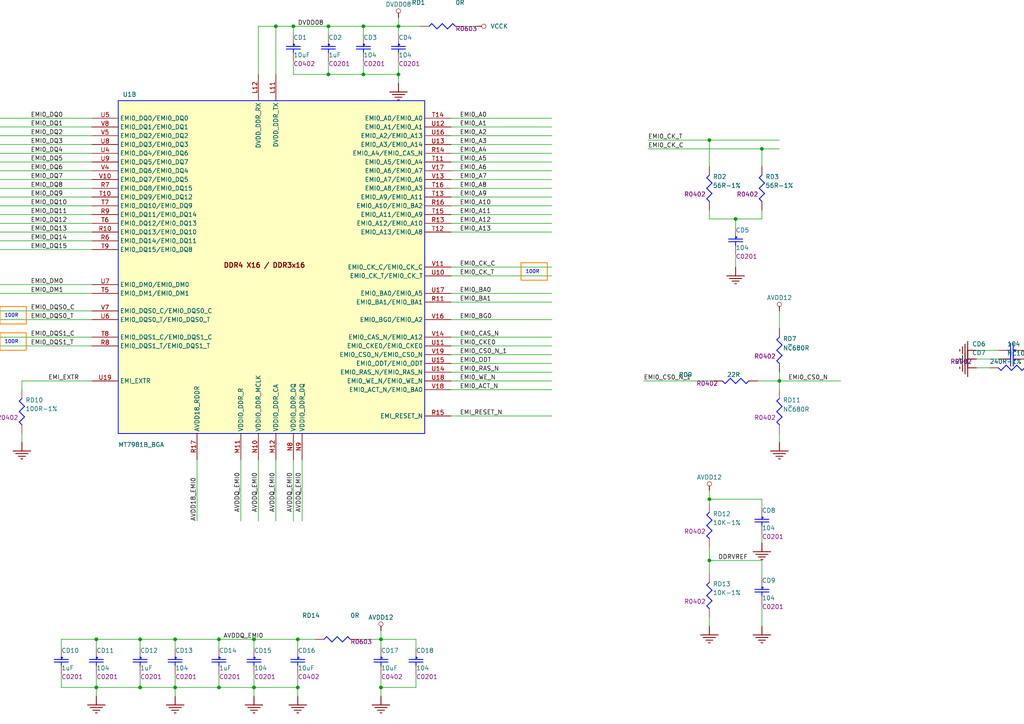
<source format=kicad_sch>
(kicad_sch (version 20250114) (generator "eeschema") (generator_version "9.0")
  (paper "A4")
  (lib_symbols
    (symbol "1-altium-import:1.8VD_CIRCLE" (power)
      (property "Reference" "#PWR" (at 0 0 0))
      (property "Value" "1.8VD" (at 0 3.81 0))
      (symbol "1.8VD_CIRCLE_0_0"
        (pin power_in line (at 0 0 0) (length 0) (hide yes) (name "1.8VD") (number ""))
      )
    )
    (symbol "1-altium-import:3.3VD_CIRCLE" (power)
      (property "Reference" "#PWR" (at 0 0 0))
      (property "Value" "3.3VD" (at 0 3.81 0))
      (symbol "3.3VD_CIRCLE_0_0"
        (pin power_in line (at 0 0 0) (length 0) (hide yes) (name "3.3VD") (number ""))
      )
    )
    (symbol "1-altium-import:AVDD12_CIRCLE" (power)
      (property "Reference" "#PWR" (at 0 0 0))
      (property "Value" "AVDD12" (at 0 3.81 0))
      (symbol "AVDD12_CIRCLE_0_0"
        (pin power_in line (at 0 0 0) (length 0) (hide yes) (name "AVDD12") (number ""))
      )
    )
    (symbol "1-altium-import:AVDD12_LDO_CIRCLE" (power)
      (property "Reference" "#PWR" (at 0 0 0))
      (property "Value" "AVDD12_LDO" (at 0 3.81 0))
      (symbol "AVDD12_LDO_CIRCLE_0_0"
        (pin power_in line (at 0 0 0) (length 0) (hide yes) (name "AVDD12_LDO") (number ""))
      )
    )
    (symbol "1-altium-import:DDRVREF_CIRCLE" (power)
      (property "Reference" "#PWR" (at 0 0 0))
      (property "Value" "DDRVREF" (at 0 3.81 0))
      (symbol "DDRVREF_CIRCLE_0_0"
        (pin power_in line (at 0 0 0) (length 0) (hide yes) (name "DDRVREF") (number ""))
      )
    )
    (symbol "1-altium-import:DDRV_2V5_CIRCLE" (power)
      (property "Reference" "#PWR" (at 0 0 0))
      (property "Value" "DDRV_2V5" (at 0 3.81 0))
      (symbol "DDRV_2V5_CIRCLE_0_0"
        (pin power_in line (at 0 0 0) (length 0) (hide yes) (name "DDRV_2V5") (number ""))
      )
    )
    (symbol "1-altium-import:DVDD08_CIRCLE" (power)
      (property "Reference" "#PWR" (at 0 0 0))
      (property "Value" "DVDD08" (at 0 3.81 0))
      (symbol "DVDD08_CIRCLE_0_0"
        (pin power_in line (at 0 0 0) (length 0) (hide yes) (name "DVDD08") (number ""))
      )
    )
    (symbol "1-altium-import:GND_POWER_GROUND" (power)
      (property "Reference" "#PWR" (at 0 0 0))
      (property "Value" "GND" (at 0 6.35 0))
      (symbol "GND_POWER_GROUND_0_0"
        (pin power_in line (at 0 0 0) (length 0) (hide yes) (name "GND") (number ""))
      )
    )
    (symbol "1-altium-import:VCCK_CIRCLE" (power)
      (property "Reference" "#PWR" (at 0 0 0))
      (property "Value" "VCCK" (at 0 3.81 0))
      (symbol "VCCK_CIRCLE_0_0"
        (pin power_in line (at 0 0 0) (length 0) (hide yes) (name "VCCK") (number ""))
      )
    )
    (symbol "1-altium-import:root_0_CAPACITOR-DOT"
      (symbol "root_0_CAPACITOR-DOT_1_0"
        (pin passive line (at 2.54 2.54 270) (length 2.54) (name "1") (number "1"))
        (pin passive line (at 2.54 -5.08 90) (length 2.54) (name "2") (number "2"))
      )
    )
    (symbol "1-altium-import:root_0_CAPACITOR-NonPole"
      (symbol "root_0_CAPACITOR-NonPole_1_0"
        (pin passive line (at -2.54 -2.54 0) (length 2.54) (name "1") (number "1"))
        (pin passive line (at 5.08 -2.54 180) (length 2.54) (name "2") (number "2"))
      )
    )
    (symbol "1-altium-import:root_0_DDR4_0"
      (symbol "root_0_DDR4_0_1_0"
        (text "DDR4 X16(FPGA96)" (at 7.62 -154.432 0) (effects (font (size 1.016 1.016)) (justify left bottom)))
        (pin passive line (at -7.62 -5.08 0) (length 7.62) (name "DQL0") (number "G2"))
        (pin passive line (at -7.62 -7.62 0) (length 7.62) (name "DQL1") (number "F7"))
        (pin passive line (at -7.62 -10.16 0) (length 7.62) (name "DQL2") (number "H3"))
        (pin passive line (at -7.62 -12.7 0) (length 7.62) (name "DQL3") (number "H7"))
        (pin passive line (at -7.62 -15.24 0) (length 7.62) (name "DQL4") (number "H2"))
        (pin passive line (at -7.62 -17.78 0) (length 7.62) (name "DQL5") (number "H8"))
        (pin passive line (at -7.62 -20.32 0) (length 7.62) (name "DQL6") (number "J3"))
        (pin passive line (at -7.62 -22.86 0) (length 7.62) (name "DQL7") (number "J7"))
        (pin passive line (at -7.62 -25.4 0) (length 7.62) (name "DQU0") (number "A3"))
        (pin passive line (at -7.62 -27.94 0) (length 7.62) (name "DQU1") (number "B8"))
        (pin passive line (at -7.62 -30.48 0) (length 7.62) (name "DQU2") (number "C3"))
        (pin passive line (at -7.62 -33.02 0) (length 7.62) (name "DQU3") (number "C7"))
        (pin passive line (at -7.62 -35.56 0) (length 7.62) (name "DQU4") (number "C2"))
        (pin passive line (at -7.62 -38.1 0) (length 7.62) (name "DQU5") (number "C8"))
        (pin passive line (at -7.62 -40.64 0) (length 7.62) (name "DQU6") (number "D3"))
        (pin passive line (at -7.62 -43.18 0) (length 7.62) (name "DQU7") (number "D7"))
        (pin passive line (at -7.62 -50.8 0) (length 7.62) (name "DQSU") (number "B7"))
        (pin passive line (at -7.62 -53.34 0) (length 7.62) (name "DQSU_n") (number "A7"))
        (pin passive line (at -7.62 -55.88 0) (length 7.62) (name "DQSL") (number "G3"))
        (pin passive line (at -7.62 -58.42 0) (length 7.62) (name "DQSL_n") (number "F3"))
        (pin passive line (at -7.62 -60.96 0) (length 7.62) (name "DMU_b/DBIU_n") (number "E2"))
        (pin passive line (at -7.62 -63.5 0) (length 7.62) (name "DML_b/DBIL_n") (number "E7"))
        (pin passive line (at -7.62 -71.12 0) (length 7.62) (name "VREFAC") (number "M1"))
        (pin passive line (at -7.62 -73.66 0) (length 7.62) (name "RESER#") (number "P1"))
        (pin passive line (at -7.62 -76.2 0) (length 7.62) (name "ZQ") (number "F9"))
        (pin power_in line (at -7.62 -83.82 0) (length 7.62) (name "VPP") (number "B1"))
        (pin power_in line (at -7.62 -86.36 0) (length 7.62) (name "VPP") (number "R9"))
        (pin power_in line (at -7.62 -93.98 0) (length 7.62) (name "VDDQ") (number "A1"))
        (pin power_in line (at -7.62 -96.52 0) (length 7.62) (name "VDDQ") (number "A9"))
        (pin power_in line (at -7.62 -99.06 0) (length 7.62) (name "VDDQ") (number "C1"))
        (pin power_in line (at -7.62 -101.6 0) (length 7.62) (name "VDDQ") (number "D9"))
        (pin power_in line (at -7.62 -104.14 0) (length 7.62) (name "VDDQ") (number "F2"))
        (pin power_in line (at -7.62 -106.68 0) (length 7.62) (name "VDDQ") (number "F8"))
        (pin power_in line (at -7.62 -109.22 0) (length 7.62) (name "VDDQ") (number "G1"))
        (pin power_in line (at -7.62 -111.76 0) (length 7.62) (name "VDDQ") (number "G9"))
        (pin power_in line (at -7.62 -114.3 0) (length 7.62) (name "VDDQ") (number "J2"))
        (pin power_in line (at -7.62 -116.84 0) (length 7.62) (name "VDDQ") (number "J8"))
        (pin power_in line (at -7.62 -124.46 0) (length 7.62) (name "VDD") (number "B3"))
        (pin power_in line (at -7.62 -127 0) (length 7.62) (name "VDD") (number "B9"))
        (pin power_in line (at -7.62 -129.54 0) (length 7.62) (name "VDD") (number "D1"))
        (pin power_in line (at -7.62 -132.08 0) (length 7.62) (name "VDD") (number "G7"))
        (pin power_in line (at -7.62 -134.62 0) (length 7.62) (name "VDD") (number "J1"))
        (pin power_in line (at -7.62 -137.16 0) (length 7.62) (name "VDD") (number "J9"))
        (pin power_in line (at -7.62 -139.7 0) (length 7.62) (name "VDD") (number "L1"))
        (pin power_in line (at -7.62 -142.24 0) (length 7.62) (name "VDD") (number "L9"))
        (pin power_in line (at -7.62 -144.78 0) (length 7.62) (name "VDD") (number "R1"))
        (pin power_in line (at -7.62 -147.32 0) (length 7.62) (name "VDD") (number "T9"))
        (pin passive line (at 43.18 -5.08 180) (length 7.62) (name "A0") (number "P3"))
        (pin passive line (at 43.18 -7.62 180) (length 7.62) (name "A1") (number "P7"))
        (pin passive line (at 43.18 -10.16 180) (length 7.62) (name "A2") (number "R3"))
        (pin passive line (at 43.18 -12.7 180) (length 7.62) (name "A3") (number "N7"))
        (pin passive line (at 43.18 -15.24 180) (length 7.62) (name "A4") (number "N3"))
        (pin passive line (at 43.18 -17.78 180) (length 7.62) (name "A5") (number "P8"))
        (pin passive line (at 43.18 -20.32 180) (length 7.62) (name "A6") (number "P2"))
        (pin passive line (at 43.18 -22.86 180) (length 7.62) (name "A7") (number "R8"))
        (pin passive line (at 43.18 -25.4 180) (length 7.62) (name "A8") (number "R2"))
        (pin passive line (at 43.18 -27.94 180) (length 7.62) (name "A9") (number "R7"))
        (pin passive line (at 43.18 -30.48 180) (length 7.62) (name "A10/AP") (number "M3"))
        (pin passive line (at 43.18 -33.02 180) (length 7.62) (name "A11") (number "T2"))
        (pin passive line (at 43.18 -35.56 180) (length 7.62) (name "A12/BC_n") (number "M7"))
        (pin passive line (at 43.18 -38.1 180) (length 7.62) (name "A13") (number "T8"))
        (pin passive line (at 43.18 -45.72 180) (length 7.62) (name "NC") (number "T7"))
        (pin passive line (at 43.18 -48.26 180) (length 7.62) (name "PAR") (number "T3"))
        (pin passive line (at 43.18 -50.8 180) (length 7.62) (name "TEN") (number "N9"))
        (pin passive line (at 43.18 -53.34 180) (length 7.62) (name "ACT_n") (number "L3"))
        (pin passive line (at 43.18 -55.88 180) (length 7.62) (name "ALERT_n") (number "P9"))
        (pin passive line (at 43.18 -60.96 180) (length 7.62) (name "BA0") (number "N2"))
        (pin passive line (at 43.18 -63.5 180) (length 7.62) (name "BA1") (number "N8"))
        (pin passive line (at 43.18 -66.04 180) (length 7.62) (name "BG0") (number "M2"))
        (pin passive line (at 43.18 -68.58 180) (length 7.62) (name "CK") (number "K7"))
        (pin passive line (at 43.18 -71.12 180) (length 7.62) (name "CK_n") (number "K8"))
        (pin passive line (at 43.18 -73.66 180) (length 7.62) (name "CS_n") (number "L7"))
        (pin passive line (at 43.18 -76.2 180) (length 7.62) (name "CAS_n/A15") (number "M8"))
        (pin passive line (at 43.18 -78.74 180) (length 7.62) (name "ODT") (number "K3"))
        (pin passive line (at 43.18 -81.28 180) (length 7.62) (name "RAS_n/A16") (number "L8"))
        (pin passive line (at 43.18 -83.82 180) (length 7.62) (name "WE_n/A14") (number "L2"))
        (pin passive line (at 43.18 -86.36 180) (length 7.62) (name "CKE") (number "K2"))
        (pin power_in line (at 43.18 -93.98 180) (length 7.62) (name "VSSQ") (number "A2"))
        (pin power_in line (at 43.18 -96.52 180) (length 7.62) (name "VSSQ") (number "A8"))
        (pin power_in line (at 43.18 -99.06 180) (length 7.62) (name "VSSQ") (number "C9"))
        (pin power_in line (at 43.18 -101.6 180) (length 7.62) (name "VSSQ") (number "D2"))
        (pin power_in line (at 43.18 -104.14 180) (length 7.62) (name "VSSQ") (number "D8"))
        (pin power_in line (at 43.18 -106.68 180) (length 7.62) (name "VSSQ") (number "E3"))
        (pin power_in line (at 43.18 -109.22 180) (length 7.62) (name "VSSQ") (number "E8"))
        (pin power_in line (at 43.18 -111.76 180) (length 7.62) (name "VSSQ") (number "F1"))
        (pin power_in line (at 43.18 -114.3 180) (length 7.62) (name "VSSQ") (number "H1"))
        (pin power_in line (at 43.18 -116.84 180) (length 7.62) (name "VSSQ") (number "H9"))
        (pin power_in line (at 43.18 -124.46 180) (length 7.62) (name "VSS") (number "B2"))
        (pin power_in line (at 43.18 -127 180) (length 7.62) (name "VSS") (number "E1"))
        (pin power_in line (at 43.18 -129.54 180) (length 7.62) (name "VSS") (number "E9"))
        (pin power_in line (at 43.18 -132.08 180) (length 7.62) (name "VSS") (number "G8"))
        (pin power_in line (at 43.18 -134.62 180) (length 7.62) (name "VSS") (number "K1"))
        (pin power_in line (at 43.18 -137.16 180) (length 7.62) (name "VSS") (number "K9"))
        (pin power_in line (at 43.18 -139.7 180) (length 7.62) (name "VSS") (number "M9"))
        (pin power_in line (at 43.18 -142.24 180) (length 7.62) (name "VSS") (number "N1"))
        (pin power_in line (at 43.18 -144.78 180) (length 7.62) (name "VSS") (number "T1"))
      )
    )
    (symbol "1-altium-import:root_0_MT7981B_BGA"
      (symbol "root_0_MT7981B_BGA_1_0"
        (text "RF Consys" (at 35.56 -55.626 0) (effects (font (size 2.413 2.413)) (justify left bottom)))
        (pin power_in line (at -7.62 -7.62 0) (length 7.62) (name "AVDD12_WBG") (number "E11"))
        (pin power_in line (at -7.62 -10.16 0) (length 7.62) (name "AVDD18_WBG") (number "E12"))
        (pin power_in line (at -7.62 -17.78 0) (length 7.62) (name "AVSS18_WBG") (number "D12"))
        (pin power_in line (at -7.62 -20.32 0) (length 7.62) (name "AVSS18_WBG") (number "D13"))
        (pin power_in line (at -7.62 -22.86 0) (length 7.62) (name "AVSS18_WBG") (number "D10"))
        (pin power_in line (at -7.62 -25.4 0) (length 7.62) (name "AVSS18_WBG") (number "D11"))
        (pin power_in line (at -7.62 -27.94 0) (length 7.62) (name "AVSS18_WBG") (number "A11"))
        (pin power_in line (at -7.62 -30.48 0) (length 7.62) (name "AVSS18_WBG") (number "C16"))
        (pin power_in line (at -7.62 -33.02 0) (length 7.62) (name "AVSS18_WBG") (number "C6"))
        (pin power_in line (at -7.62 -35.56 0) (length 7.62) (name "AVSS18_WBG") (number "B15"))
        (pin power_in line (at -7.62 -38.1 0) (length 7.62) (name "AVSS18_WBG") (number "B6"))
        (pin power_in line (at -7.62 -40.64 0) (length 7.62) (name "AVSS18_WBG") (number "A14"))
        (pin power_in line (at -7.62 -43.18 0) (length 7.62) (name "AVSS18_WBG") (number "A7"))
        (pin power_in line (at -7.62 -45.72 0) (length 7.62) (name "AVSS18_WBG") (number "D14"))
        (pin power_in line (at -7.62 -48.26 0) (length 7.62) (name "AVSS18_WBG") (number "D15"))
        (pin power_in line (at -7.62 -50.8 0) (length 7.62) (name "AVSS18_WBG") (number "D8"))
        (pin power_in line (at -7.62 -53.34 0) (length 7.62) (name "AVSS18_WBG") (number "D9"))
        (pin power_in line (at -7.62 -55.88 0) (length 7.62) (name "AVSS18_WBG") (number "E10"))
        (pin power_in line (at -7.62 -58.42 0) (length 7.62) (name "AVSS18_WBG") (number "E13"))
        (pin power_in line (at -7.62 -60.96 0) (length 7.62) (name "AVSS18_WBG") (number "E9"))
        (pin passive line (at -7.62 -86.36 0) (length 7.62) (name "WF_TOP_CLK") (number "E3"))
        (pin passive line (at -7.62 -88.9 0) (length 7.62) (name "WF_TOP_DATA") (number "C1"))
        (pin passive line (at -7.62 -99.06 0) (length 7.62) (name "WF_XO_REQ") (number "C2"))
        (pin passive line (at -7.62 -101.6 0) (length 7.62) (name "WF_DIG_RESETB") (number "D3"))
        (pin passive line (at -7.62 -104.14 0) (length 7.62) (name "WF_CBA_RESETB") (number "D2"))
        (pin passive line (at 101.6 -10.16 180) (length 7.62) (name "WF0_IN") (number "C7"))
        (pin passive line (at 101.6 -12.7 180) (length 7.62) (name "WF0_IP") (number "B7"))
        (pin passive line (at 101.6 -15.24 180) (length 7.62) (name "WF0_QN") (number "A5"))
        (pin passive line (at 101.6 -17.78 180) (length 7.62) (name "WF0_QP") (number "B5"))
        (pin passive line (at 101.6 -22.86 180) (length 7.62) (name "WF1_IN") (number "C9"))
        (pin passive line (at 101.6 -25.4 180) (length 7.62) (name "WF1_IP") (number "C10"))
        (pin passive line (at 101.6 -27.94 180) (length 7.62) (name "WF1_QN") (number "C8"))
        (pin passive line (at 101.6 -30.48 180) (length 7.62) (name "WF1_QP") (number "B8"))
        (pin passive line (at 101.6 -35.56 180) (length 7.62) (name "WF2_IN") (number "C11"))
        (pin passive line (at 101.6 -38.1 180) (length 7.62) (name "WF2_IP") (number "C12"))
        (pin passive line (at 101.6 -40.64 180) (length 7.62) (name "WF2_QN") (number "B10"))
        (pin passive line (at 101.6 -43.18 180) (length 7.62) (name "WF2_QP") (number "B11"))
        (pin passive line (at 101.6 -48.26 180) (length 7.62) (name "WF3_IN") (number "B14"))
        (pin passive line (at 101.6 -50.8 180) (length 7.62) (name "WF3_IP") (number "C14"))
        (pin passive line (at 101.6 -53.34 180) (length 7.62) (name "WF3_QN") (number "B13"))
        (pin passive line (at 101.6 -55.88 180) (length 7.62) (name "WF3_QP") (number "C13"))
        (pin passive line (at 101.6 -63.5 180) (length 7.62) (name "WF4_IN") (number "B17"))
        (pin passive line (at 101.6 -66.04 180) (length 7.62) (name "WF4_IP") (number "A17"))
        (pin passive line (at 101.6 -68.58 180) (length 7.62) (name "WF4_QN") (number "C15"))
        (pin passive line (at 101.6 -71.12 180) (length 7.62) (name "WF4_QP") (number "B16"))
        (pin passive line (at 101.6 -78.74 180) (length 7.62) (name "WF_HB0_B") (number "D5"))
        (pin passive line (at 101.6 -81.28 180) (length 7.62) (name "WF_HB0") (number "A2"))
        (pin passive line (at 101.6 -83.82 180) (length 7.62) (name "WF_HB1") (number "C3"))
        (pin power_in line (at 101.6 -86.36 180) (length 7.62) (name "WF_HB2") (number "B1"))
        (pin power_in line (at 101.6 -88.9 180) (length 7.62) (name "WF_HB3") (number "B2"))
        (pin passive line (at 101.6 -91.44 180) (length 7.62) (name "WF_HB4") (number "B3"))
        (pin passive line (at 101.6 -93.98 180) (length 7.62) (name "WF_HB5") (number "C5"))
        (pin passive line (at 101.6 -96.52 180) (length 7.62) (name "WF_HB6") (number "D6"))
        (pin passive line (at 101.6 -99.06 180) (length 7.62) (name "WF_HB7") (number "E6"))
        (pin passive line (at 101.6 -101.6 180) (length 7.62) (name "WF_HB8") (number "D7"))
        (pin passive line (at 101.6 -104.14 180) (length 7.62) (name "WF_HB9") (number "E7"))
        (pin passive line (at 101.6 -106.68 180) (length 7.62) (name "WF_HB10") (number "E8"))
      )
      (symbol "root_0_MT7981B_BGA_2_0"
        (text "DDR4 X16 / DDR3x16" (at 30.48 -48.514 0) (effects (font (size 1.397 1.397) (bold yes)) (justify left bottom)))
        (pin passive line (at -7.62 -5.08 0) (length 7.62) (name "EMI0_DQ0/EMI0_DQ0") (number "U5"))
        (pin passive line (at -7.62 -7.62 0) (length 7.62) (name "EMI0_DQ1/EMI0_DQ1") (number "V8"))
        (pin passive line (at -7.62 -10.16 0) (length 7.62) (name "EMI0_DQ2/EMI0_DQ2") (number "V5"))
        (pin passive line (at -7.62 -12.7 0) (length 7.62) (name "EMI0_DQ3/EMI0_DQ3") (number "U8"))
        (pin passive line (at -7.62 -15.24 0) (length 7.62) (name "EMI0_DQ4/EMI0_DQ6") (number "U4"))
        (pin passive line (at -7.62 -17.78 0) (length 7.62) (name "EMI0_DQ5/EMI0_DQ7") (number "U9"))
        (pin passive line (at -7.62 -20.32 0) (length 7.62) (name "EMI0_DQ6/EMI0_DQ4") (number "V4"))
        (pin passive line (at -7.62 -22.86 0) (length 7.62) (name "EMI0_DQ7/EMI0_DQ5") (number "V10"))
        (pin passive line (at -7.62 -25.4 0) (length 7.62) (name "EMI0_DQ8/EMI0_DQ15") (number "R7"))
        (pin passive line (at -7.62 -27.94 0) (length 7.62) (name "EMI0_DQ9/EMI0_DQ12") (number "T10"))
        (pin passive line (at -7.62 -30.48 0) (length 7.62) (name "EMI0_DQ10/EMI0_DQ9") (number "T7"))
        (pin passive line (at -7.62 -33.02 0) (length 7.62) (name "EMI0_DQ11/EMI0_DQ14") (number "R9"))
        (pin passive line (at -7.62 -35.56 0) (length 7.62) (name "EMI0_DQ12/EMI0_DQ13") (number "T6"))
        (pin passive line (at -7.62 -38.1 0) (length 7.62) (name "EMI0_DQ13/EMI0_DQ10") (number "R10"))
        (pin passive line (at -7.62 -40.64 0) (length 7.62) (name "EMI0_DQ14/EMI0_DQ11") (number "R6"))
        (pin passive line (at -7.62 -43.18 0) (length 7.62) (name "EMI0_DQ15/EMI0_DQ8") (number "T9"))
        (pin passive line (at -7.62 -53.34 0) (length 7.62) (name "EMI0_DM0/EMI0_DM0") (number "U7"))
        (pin passive line (at -7.62 -55.88 0) (length 7.62) (name "EMI0_DM1/EMI0_DM1") (number "T5"))
        (pin passive line (at -7.62 -60.96 0) (length 7.62) (name "EMI0_DQS0_C/EMI0_DQS0_C") (number "V7"))
        (pin passive line (at -7.62 -63.5 0) (length 7.62) (name "EMI0_DQS0_T/EMI0_DQS0_T") (number "U6"))
        (pin passive line (at -7.62 -68.58 0) (length 7.62) (name "EMI0_DQS1_C/EMI0_DQS1_C") (number "T8"))
        (pin passive line (at -7.62 -71.12 0) (length 7.62) (name "EMI0_DQS1_T/EMI0_DQS1_T") (number "R8"))
        (pin passive line (at -7.62 -81.28 0) (length 7.62) (name "EMI_EXTR") (number "U19"))
        (pin power_in line (at 22.86 -104.14 90) (length 7.62) (name "AVDD18_RDDR") (number "R17"))
        (pin power_in line (at 35.56 -104.14 90) (length 7.62) (name "VDDIO_DDR_R") (number "M11"))
        (pin power_in line (at 40.64 7.62 270) (length 7.62) (name "DVDD_DDR_RX") (number "L12"))
        (pin power_in line (at 40.64 -104.14 90) (length 7.62) (name "VDDIO_DDR_MCLK") (number "N10"))
        (pin power_in line (at 45.72 7.62 270) (length 7.62) (name "DVDD_DDR_TX") (number "L11"))
        (pin power_in line (at 45.72 -104.14 90) (length 7.62) (name "VDDIO_DDR_CA") (number "M12"))
        (pin power_in line (at 50.8 -104.14 90) (length 7.62) (name "VDDIO_DDR_DQ") (number "N8"))
        (pin power_in line (at 53.34 -104.14 90) (length 7.62) (name "VDDIO_DDR_DQ") (number "N9"))
        (pin power_in line (at 96.52 -5.08 180) (length 7.62) (name "EMI0_A0/EMI0_A0") (number "T14"))
        (pin power_in line (at 96.52 -7.62 180) (length 7.62) (name "EMI0_A1/EMI0_A1") (number "U12"))
        (pin passive line (at 96.52 -10.16 180) (length 7.62) (name "EMI0_A2/EMI0_A13") (number "U16"))
        (pin passive line (at 96.52 -12.7 180) (length 7.62) (name "EMI0_A3/EMI0_A14") (number "U13"))
        (pin passive line (at 96.52 -15.24 180) (length 7.62) (name "EMI0_A4/EMI0_CAS_N") (number "R14"))
        (pin passive line (at 96.52 -17.78 180) (length 7.62) (name "EMI0_A5/EMI0_A4") (number "T11"))
        (pin passive line (at 96.52 -20.32 180) (length 7.62) (name "EMI0_A6/EMI0_A7") (number "V17"))
        (pin passive line (at 96.52 -22.86 180) (length 7.62) (name "EMI0_A7/EMI0_A6") (number "V13"))
        (pin passive line (at 96.52 -25.4 180) (length 7.62) (name "EMI0_A8/EMI0_A3") (number "T16"))
        (pin power_in line (at 96.52 -27.94 180) (length 7.62) (name "EMI0_A9/EMI0_A11") (number "T13"))
        (pin passive line (at 96.52 -30.48 180) (length 7.62) (name "EMI0_A10/EMI0_BA2") (number "R16"))
        (pin passive line (at 96.52 -33.02 180) (length 7.62) (name "EMI0_A11/EMI0_A9") (number "T15"))
        (pin power_in line (at 96.52 -35.56 180) (length 7.62) (name "EMI0_A12/EMI0_A10") (number "R13"))
        (pin passive line (at 96.52 -38.1 180) (length 7.62) (name "EMI0_A13/EMI0_A8") (number "T12"))
        (pin passive line (at 96.52 -48.26 180) (length 7.62) (name "EMI0_CK_C/EMI0_CK_C") (number "V11"))
        (pin passive line (at 96.52 -50.8 180) (length 7.62) (name "EMI0_CK_T/EMI0_CK_T") (number "U10"))
        (pin passive line (at 96.52 -55.88 180) (length 7.62) (name "EMI0_BA0/EMI0_A5") (number "U17"))
        (pin passive line (at 96.52 -58.42 180) (length 7.62) (name "EMI0_BA1/EMI0_BA1") (number "R11"))
        (pin passive line (at 96.52 -63.5 180) (length 7.62) (name "EMI0_BG0/EMI0_A2") (number "V16"))
        (pin passive line (at 96.52 -68.58 180) (length 7.62) (name "EMI0_CAS_N/EMI0_A12") (number "V14"))
        (pin passive line (at 96.52 -71.12 180) (length 7.62) (name "EMI0_CKE0/EMI0_CKE0") (number "U11"))
        (pin passive line (at 96.52 -73.66 180) (length 7.62) (name "EMI0_CS0_N/EMI0_CS0_N") (number "V19"))
        (pin passive line (at 96.52 -76.2 180) (length 7.62) (name "EMI0_ODT/EMI0_ODT") (number "U15"))
        (pin passive line (at 96.52 -78.74 180) (length 7.62) (name "EMI0_RAS_N/EMI0_RAS_N") (number "U14"))
        (pin passive line (at 96.52 -81.28 180) (length 7.62) (name "EMI0_WE_N/EMI0_WE_N") (number "U18"))
        (pin passive line (at 96.52 -83.82 180) (length 7.62) (name "EMI0_ACT_N/EMI0_BA0") (number "V18"))
        (pin power_in line (at 96.52 -91.44 180) (length 7.62) (name "EMI_RESET_N") (number "R15"))
      )
      (symbol "root_0_MT7981B_BGA_3_0"
        (pin passive line (at -7.62 -5.08 0) (length 7.62) (name "WF5G_LED") (number "M2"))
        (pin passive line (at -7.62 -7.62 0) (length 7.62) (name "WF2G_LED") (number "M1"))
        (pin passive line (at -7.62 -10.16 0) (length 7.62) (name "PCIE_PERESET_N") (number "N3"))
        (pin passive line (at -7.62 -15.24 0) (length 7.62) (name "USB_VBUS") (number "L3"))
        (pin passive line (at -7.62 -35.56 0) (length 7.62) (name "USB_DM") (number "K3"))
        (pin passive line (at -7.62 -38.1 0) (length 7.62) (name "USB_DP") (number "K2"))
        (pin passive line (at -7.62 -45.72 0) (length 7.62) (name "PCIE_CKN") (number "H3"))
        (pin passive line (at -7.62 -48.26 0) (length 7.62) (name "PCIE_CKP") (number "H2"))
        (pin passive line (at -7.62 -53.34 0) (length 7.62) (name "PCIE_LN0_RXN") (number "G2"))
        (pin passive line (at -7.62 -55.88 0) (length 7.62) (name "PCIE_LN0_RXP") (number "G1"))
        (pin passive line (at -7.62 -60.96 0) (length 7.62) (name "PCIE_LN0_TXN") (number "F1"))
        (pin passive line (at -7.62 -63.5 0) (length 7.62) (name "PCIE_LN0_TXP") (number "F2"))
        (pin passive line (at -7.62 -68.58 0) (length 7.62) (name "AVDD18_USB") (number "J4"))
        (pin passive line (at -7.62 -71.12 0) (length 7.62) (name "AVDD33_USB") (number "K4"))
        (pin passive line (at -7.62 -76.2 0) (length 7.62) (name "AVDD09_PCIE") (number "G4"))
        (pin passive line (at -7.62 -78.74 0) (length 7.62) (name "AVDD18_PCIE") (number "F4"))
        (pin passive line (at 68.58 -5.08 180) (length 7.62) (name "SMI_MDC") (number "L17"))
        (pin passive line (at 68.58 -7.62 180) (length 7.62) (name "SMI_MDIO") (number "K17"))
        (pin passive line (at 68.58 -12.7 180) (length 7.62) (name "GBE_RESET") (number "M18"))
        (pin passive line (at 68.58 -15.24 180) (length 7.62) (name "GBE_INT") (number "M17"))
        (pin passive line (at 68.58 -20.32 180) (length 7.62) (name "GBE_TXVP_A_P0") (number "T20"))
        (pin passive line (at 68.58 -22.86 180) (length 7.62) (name "GBE_TXVN_A_P0") (number "R20"))
        (pin passive line (at 68.58 -25.4 180) (length 7.62) (name "GBE_TXVP_B_P0") (number "R19"))
        (pin passive line (at 68.58 -27.94 180) (length 7.62) (name "GBE_TXVN_B_P0") (number "P19"))
        (pin passive line (at 68.58 -30.48 180) (length 7.62) (name "GBE_TXVP_C_P0") (number "N19"))
        (pin passive line (at 68.58 -33.02 180) (length 7.62) (name "GBE_TXVN_C_P0") (number "N20"))
        (pin passive line (at 68.58 -35.56 180) (length 7.62) (name "GBE_TXVP_D_P0") (number "M20"))
        (pin passive line (at 68.58 -38.1 180) (length 7.62) (name "GBE_TXVN_D_P0") (number "M19"))
        (pin passive line (at 68.58 -43.18 180) (length 7.62) (name "REXT") (number "T19"))
        (pin passive line (at 68.58 -48.26 180) (length 7.62) (name "AVDD18_COM") (number "R18"))
        (pin passive line (at 68.58 -50.8 180) (length 7.62) (name "AVDD33_LD_P0") (number "P18"))
        (pin passive line (at 68.58 -73.66 180) (length 7.62) (name "SGMII_LN0_TXP") (number "K19"))
        (pin passive line (at 68.58 -76.2 180) (length 7.62) (name "SGMII_LN0_TXN") (number "K20"))
        (pin passive line (at 68.58 -78.74 180) (length 7.62) (name "SGMII_LN0_RXP") (number "J19"))
        (pin passive line (at 68.58 -81.28 180) (length 7.62) (name "SGMII_LN0_RXN") (number "J20"))
        (pin passive line (at 68.58 -86.36 180) (length 7.62) (name "AVDD18_SGMII") (number "H19"))
        (pin passive line (at 68.58 -88.9 180) (length 7.62) (name "AVDD09_SGMII") (number "J18"))
      )
      (symbol "root_0_MT7981B_BGA_4_0"
        (pin passive line (at -7.62 -7.62 0) (length 7.62) (name "PWM0") (number "D20"))
        (pin passive line (at -7.62 -30.48 0) (length 7.62) (name "SPI0_CS") (number "B20"))
        (pin passive line (at -7.62 -33.02 0) (length 7.62) (name "SPI0_MISO") (number "C18"))
        (pin passive line (at -7.62 -35.56 0) (length 7.62) (name "SPI0_MOSI") (number "D18"))
        (pin passive line (at -7.62 -38.1 0) (length 7.62) (name "SPI0_CLK") (number "D19"))
        (pin passive line (at -7.62 -40.64 0) (length 7.62) (name "SPI0_WP") (number "C19"))
        (pin passive line (at -7.62 -43.18 0) (length 7.62) (name "SPI0_HOLD") (number "B19"))
        (pin passive line (at -7.62 -50.8 0) (length 7.62) (name "SPI1_CS") (number "C17"))
        (pin passive line (at -7.62 -53.34 0) (length 7.62) (name "SPI1_MISO") (number "A18"))
        (pin passive line (at -7.62 -55.88 0) (length 7.62) (name "SPI1_MOSI") (number "B18"))
        (pin passive line (at -7.62 -58.42 0) (length 7.62) (name "SPI1_CLK") (number "A19"))
        (pin passive line (at -7.62 -66.04 0) (length 7.62) (name "SPI2_CS") (number "V2"))
        (pin passive line (at -7.62 -68.58 0) (length 7.62) (name "SPI2_MISO") (number "T1"))
        (pin passive line (at -7.62 -71.12 0) (length 7.62) (name "SPI2_MOSI") (number "T3"))
        (pin passive line (at -7.62 -73.66 0) (length 7.62) (name "SPI2_CLK") (number "T2"))
        (pin passive line (at -7.62 -76.2 0) (length 7.62) (name "SPI2_WP") (number "U1"))
        (pin passive line (at -7.62 -78.74 0) (length 7.62) (name "SPI2_HOLD") (number "U2"))
        (pin passive line (at -7.62 -99.06 0) (length 7.62) (name "SYSRSTB") (number "N2"))
        (pin passive line (at -7.62 -104.14 0) (length 7.62) (name "TESTMODE") (number "F16"))
        (pin passive line (at -7.62 -109.22 0) (length 7.62) (name "SYS_WATCHDOG") (number "R1"))
        (pin passive line (at -7.62 -114.3 0) (length 7.62) (name "POR_RSTB") (number "B4"))
        (pin passive line (at -7.62 -119.38 0) (length 7.62) (name "POR_BG_OUT") (number "A4"))
        (pin passive line (at 50.8 -7.62 180) (length 7.62) (name "JTAG_JTDO") (number "M3"))
        (pin passive line (at 50.8 -10.16 180) (length 7.62) (name "JTAG_JTDI") (number "L4"))
        (pin passive line (at 50.8 -12.7 180) (length 7.62) (name "JTAG_JTMS") (number "L5"))
        (pin passive line (at 50.8 -15.24 180) (length 7.62) (name "JTAG_JTCLK") (number "N4"))
        (pin passive line (at 50.8 -17.78 180) (length 7.62) (name "JTAG_JTRST_N") (number "M4"))
        (pin passive line (at 50.8 -27.94 180) (length 7.62) (name "WO_JTAG_JTDO") (number "R3"))
        (pin passive line (at 50.8 -30.48 180) (length 7.62) (name "WO_JTAG_JTDI") (number "R4"))
        (pin passive line (at 50.8 -33.02 180) (length 7.62) (name "WO_JTAG_JTMS") (number "P2"))
        (pin passive line (at 50.8 -35.56 180) (length 7.62) (name "WO_JTAG_JTCLK") (number "P3"))
        (pin passive line (at 50.8 -38.1 180) (length 7.62) (name "WO_JTAG_JTRST_N") (number "R2"))
        (pin passive line (at 50.8 -63.5 180) (length 7.62) (name "MAIN_X40M_IN") (number "D16"))
        (pin passive line (at 50.8 -73.66 180) (length 7.62) (name "UART0_RXD") (number "G16"))
        (pin passive line (at 50.8 -76.2 180) (length 7.62) (name "UART0_TXD") (number "G17"))
        (pin passive line (at 50.8 -88.9 180) (length 7.62) (name "GPIO_RESET") (number "E18"))
        (pin passive line (at 50.8 -91.44 180) (length 7.62) (name "GPIO_WPS") (number "F17"))
        (pin passive line (at 50.8 -101.6 180) (length 7.62) (name "TSAUX_MD") (number "E19"))
        (pin passive line (at 50.8 -104.14 180) (length 7.62) (name "AUXIN0") (number "F19"))
        (pin passive line (at 50.8 -106.68 180) (length 7.62) (name "AUXIN1") (number "F20"))
        (pin passive line (at 50.8 -109.22 180) (length 7.62) (name "AUXIN2") (number "E20"))
        (pin passive line (at 50.8 -111.76 180) (length 7.62) (name "TSAUX_REFP") (number "G19"))
      )
      (symbol "root_0_MT7981B_BGA_5_0"
        (pin power_in line (at -7.62 -27.94 0) (length 7.62) (name "VCCK") (number "H6"))
        (pin power_in line (at -7.62 -30.48 0) (length 7.62) (name "VCCK") (number "J15"))
        (pin power_in line (at -7.62 -33.02 0) (length 7.62) (name "VCCK") (number "J6"))
        (pin power_in line (at -7.62 -35.56 0) (length 7.62) (name "VCCK") (number "K14"))
        (pin power_in line (at -7.62 -38.1 0) (length 7.62) (name "VCCK") (number "L10"))
        (pin power_in line (at -7.62 -40.64 0) (length 7.62) (name "VCCK") (number "L14"))
        (pin power_in line (at -7.62 -43.18 0) (length 7.62) (name "VCCK") (number "L8"))
        (pin power_in line (at -7.62 -45.72 0) (length 7.62) (name "VCCK") (number "L9"))
        (pin power_in line (at -7.62 -48.26 0) (length 7.62) (name "VCCK") (number "M14"))
        (pin power_in line (at -7.62 -50.8 0) (length 7.62) (name "VCCK") (number "M15"))
        (pin power_in line (at -7.62 -53.34 0) (length 7.62) (name "VCCK") (number "M7"))
        (pin power_in line (at -7.62 -55.88 0) (length 7.62) (name "VCCK") (number "F10"))
        (pin power_in line (at -7.62 -58.42 0) (length 7.62) (name "VCCK") (number "F13"))
        (pin power_in line (at -7.62 -60.96 0) (length 7.62) (name "VCCK") (number "F14"))
        (pin power_in line (at -7.62 -63.5 0) (length 7.62) (name "VCCK") (number "F8"))
        (pin power_in line (at -7.62 -66.04 0) (length 7.62) (name "VCCK") (number "F9"))
        (pin power_in line (at -7.62 -68.58 0) (length 7.62) (name "VCCK") (number "G13"))
        (pin power_in line (at -7.62 -71.12 0) (length 7.62) (name "VCCK") (number "G6"))
        (pin power_in line (at -7.62 -73.66 0) (length 7.62) (name "VCCK") (number "G7"))
        (pin power_in line (at -7.62 -76.2 0) (length 7.62) (name "VCCK") (number "H14"))
        (pin passive line (at -7.62 -104.14 0) (length 7.62) (name "DVDD18_VQPS") (number "E5"))
        (pin passive line (at 48.26 -7.62 180) (length 7.62) (name "DVDD18IO_BL") (number "L6"))
        (pin passive line (at 48.26 -10.16 180) (length 7.62) (name "DVDD18IO_TL") (number "F7"))
        (pin power_in line (at 48.26 -12.7 180) (length 7.62) (name "DVDD18IO_LB") (number "K6"))
        (pin power_in line (at 48.26 -15.24 180) (length 7.62) (name "DVDD18IO_LT") (number "F6"))
        (pin power_in line (at 48.26 -17.78 180) (length 7.62) (name "DVDD18IO_RB") (number "L16"))
        (pin power_in line (at 48.26 -20.32 180) (length 7.62) (name "DVDD18IO_RTC0") (number "G15"))
        (pin power_in line (at 48.26 -22.86 180) (length 7.62) (name "DVDD18IO_RTC1") (number "F15"))
        (pin power_in line (at 48.26 -35.56 180) (length 7.62) (name "AVDD15_POR") (number "A3"))
        (pin power_in line (at 48.26 -38.1 180) (length 7.62) (name "AVDD18_POR") (number "C4"))
        (pin power_in line (at 48.26 -43.18 180) (length 7.62) (name "AVDD12_CKSQ") (number "E15"))
        (pin power_in line (at 48.26 -45.72 180) (length 7.62) (name "AVDD18_CKSQ") (number "E14"))
        (pin power_in line (at 48.26 -63.5 180) (length 7.62) (name "DVDD33IO_LB") (number "M6"))
        (pin power_in line (at 48.26 -66.04 180) (length 7.62) (name "DVDD33IO_RB") (number "L15"))
        (pin power_in line (at 48.26 -68.58 180) (length 7.62) (name "DVDD33IO_BL") (number "L7"))
        (pin power_in line (at 48.26 -71.12 180) (length 7.62) (name "DVDD33IO_RTC1") (number "G14"))
        (pin power_in line (at 48.26 -73.66 180) (length 7.62) (name "DVDD33IO_RTC0") (number "H15"))
        (pin power_in line (at 48.26 -91.44 180) (length 7.62) (name "AVDD18_AUXADC") (number "G20"))
        (pin power_in line (at 48.26 -96.52 180) (length 7.62) (name "AVDD18_PLLGP") (number "J5"))
        (pin power_in line (at 48.26 -101.6 180) (length 7.62) (name "PLLGP_TP") (number "L1"))
        (pin power_in line (at 48.26 -104.14 180) (length 7.62) (name "PLLGP_TN") (number "L2"))
      )
      (symbol "root_0_MT7981B_BGA_6_0"
        (pin power_in line (at -7.62 -20.32 0) (length 7.62) (name "GNDK") (number "K7"))
        (pin power_in line (at -7.62 -22.86 0) (length 7.62) (name "GNDK") (number "H17"))
        (pin power_in line (at -7.62 -25.4 0) (length 7.62) (name "GNDK") (number "H18"))
        (pin power_in line (at -7.62 -27.94 0) (length 7.62) (name "GNDK") (number "H4"))
        (pin power_in line (at -7.62 -30.48 0) (length 7.62) (name "GNDK") (number "H5"))
        (pin power_in line (at -7.62 -33.02 0) (length 7.62) (name "GNDK") (number "H7"))
        (pin power_in line (at -7.62 -35.56 0) (length 7.62) (name "GNDK") (number "H8"))
        (pin power_in line (at -7.62 -38.1 0) (length 7.62) (name "GNDK") (number "H9"))
        (pin power_in line (at -7.62 -40.64 0) (length 7.62) (name "GNDK") (number "J10"))
        (pin power_in line (at -7.62 -43.18 0) (length 7.62) (name "GNDK") (number "J11"))
        (pin power_in line (at -7.62 -45.72 0) (length 7.62) (name "GNDK") (number "J12"))
        (pin power_in line (at -7.62 -48.26 0) (length 7.62) (name "GNDK") (number "J13"))
        (pin power_in line (at -7.62 -50.8 0) (length 7.62) (name "GNDK") (number "E17"))
        (pin power_in line (at -7.62 -53.34 0) (length 7.62) (name "GNDK") (number "J14"))
        (pin power_in line (at -7.62 -55.88 0) (length 7.62) (name "GNDK") (number "J16"))
        (pin power_in line (at -7.62 -58.42 0) (length 7.62) (name "GNDK") (number "J2"))
        (pin power_in line (at -7.62 -60.96 0) (length 7.62) (name "GNDK") (number "J3"))
        (pin power_in line (at -7.62 -63.5 0) (length 7.62) (name "GNDK") (number "J7"))
        (pin power_in line (at -7.62 -66.04 0) (length 7.62) (name "GNDK") (number "J8"))
        (pin power_in line (at -7.62 -68.58 0) (length 7.62) (name "GNDK") (number "J9"))
        (pin power_in line (at -7.62 -71.12 0) (length 7.62) (name "GNDK") (number "K10"))
        (pin power_in line (at -7.62 -73.66 0) (length 7.62) (name "GNDK") (number "K11"))
        (pin power_in line (at -7.62 -76.2 0) (length 7.62) (name "GNDK") (number "K12"))
        (pin power_in line (at -7.62 -78.74 0) (length 7.62) (name "GNDK") (number "K13"))
        (pin power_in line (at -7.62 -81.28 0) (length 7.62) (name "GNDK") (number "K15"))
        (pin power_in line (at -7.62 -83.82 0) (length 7.62) (name "GNDK") (number "D4"))
        (pin power_in line (at -7.62 -86.36 0) (length 7.62) (name "GNDK") (number "K16"))
        (pin power_in line (at -7.62 -88.9 0) (length 7.62) (name "GNDK") (number "K18"))
        (pin power_in line (at -7.62 -91.44 0) (length 7.62) (name "GNDK") (number "D17"))
        (pin power_in line (at -7.62 -93.98 0) (length 7.62) (name "GNDK") (number "E16"))
        (pin power_in line (at -7.62 -96.52 0) (length 7.62) (name "GNDK") (number "E4"))
        (pin power_in line (at -7.62 -99.06 0) (length 7.62) (name "GNDK") (number "K5"))
        (pin power_in line (at -7.62 -101.6 0) (length 7.62) (name "GNDK") (number "F11"))
        (pin power_in line (at -7.62 -104.14 0) (length 7.62) (name "GNDK") (number "F12"))
        (pin power_in line (at -7.62 -106.68 0) (length 7.62) (name "GNDK") (number "F18"))
        (pin power_in line (at -7.62 -109.22 0) (length 7.62) (name "GNDK") (number "F3"))
        (pin power_in line (at -7.62 -111.76 0) (length 7.62) (name "GNDK") (number "F5"))
        (pin power_in line (at -7.62 -114.3 0) (length 7.62) (name "GNDK") (number "G10"))
        (pin power_in line (at -7.62 -116.84 0) (length 7.62) (name "GNDK") (number "G11"))
        (pin power_in line (at -7.62 -119.38 0) (length 7.62) (name "GNDK") (number "G12"))
        (pin power_in line (at -7.62 -121.92 0) (length 7.62) (name "GNDK") (number "G18"))
        (pin power_in line (at -7.62 -124.46 0) (length 7.62) (name "GNDK") (number "G3"))
        (pin power_in line (at -7.62 -127 0) (length 7.62) (name "GNDK") (number "G5"))
        (pin power_in line (at -7.62 -129.54 0) (length 7.62) (name "GNDK") (number "G8"))
        (pin power_in line (at -7.62 -132.08 0) (length 7.62) (name "GNDK") (number "G9"))
        (pin power_in line (at -7.62 -134.62 0) (length 7.62) (name "GNDK") (number "H1"))
        (pin power_in line (at -7.62 -137.16 0) (length 7.62) (name "GNDK") (number "H10"))
        (pin power_in line (at -7.62 -139.7 0) (length 7.62) (name "GNDK") (number "H11"))
        (pin power_in line (at -7.62 -142.24 0) (length 7.62) (name "GNDK") (number "H12"))
        (pin power_in line (at -7.62 -144.78 0) (length 7.62) (name "GNDK") (number "H13"))
        (pin power_in line (at -7.62 -147.32 0) (length 7.62) (name "GNDK") (number "H16"))
        (pin power_in line (at -7.62 -149.86 0) (length 7.62) (name "GNDK") (number "P12"))
        (pin passive line (at 121.92 -15.24 180) (length 7.62) (name "NC_V1") (number "V1"))
        (pin passive line (at 121.92 -17.78 180) (length 7.62) (name "NC_V20") (number "V20"))
        (pin passive line (at 121.92 -20.32 180) (length 7.62) (name "NC_A20") (number "A20"))
        (pin passive line (at 121.92 -22.86 180) (length 7.62) (name "NC_A1") (number "A1"))
        (pin power_in line (at 121.92 -30.48 180) (length 7.62) (name "GNDK") (number "E1"))
        (pin power_in line (at 121.92 -33.02 180) (length 7.62) (name "GNDK") (number "E2"))
        (pin power_in line (at 121.92 -35.56 180) (length 7.62) (name "GNDK") (number "J17"))
        (pin power_in line (at 121.92 -38.1 180) (length 7.62) (name "GNDK") (number "M5"))
        (pin power_in line (at 121.92 -40.64 180) (length 7.62) (name "GNDK") (number "N15"))
        (pin power_in line (at 121.92 -43.18 180) (length 7.62) (name "GNDK") (number "P8"))
        (pin power_in line (at 121.92 -45.72 180) (length 7.62) (name "GNDK") (number "P13"))
        (pin power_in line (at 121.92 -48.26 180) (length 7.62) (name "GNDK") (number "P14"))
        (pin power_in line (at 121.92 -50.8 180) (length 7.62) (name "GNDK") (number "N18"))
        (pin power_in line (at 121.92 -53.34 180) (length 7.62) (name "GNDK") (number "P5"))
        (pin power_in line (at 121.92 -55.88 180) (length 7.62) (name "GNDK") (number "P17"))
        (pin power_in line (at 121.92 -58.42 180) (length 7.62) (name "GNDK") (number "L13"))
        (pin power_in line (at 121.92 -60.96 180) (length 7.62) (name "GNDK") (number "K9"))
        (pin power_in line (at 121.92 -63.5 180) (length 7.62) (name "GNDK") (number "N6"))
        (pin power_in line (at 121.92 -66.04 180) (length 7.62) (name "GNDK") (number "N11"))
        (pin power_in line (at 121.92 -68.58 180) (length 7.62) (name "GNDK") (number "L19"))
        (pin power_in line (at 121.92 -71.12 180) (length 7.62) (name "GNDK") (number "T4"))
        (pin power_in line (at 121.92 -73.66 180) (length 7.62) (name "GNDK") (number "N7"))
        (pin power_in line (at 121.92 -76.2 180) (length 7.62) (name "GNDK") (number "P4"))
        (pin power_in line (at 121.92 -78.74 180) (length 7.62) (name "GNDK") (number "P16"))
        (pin power_in line (at 121.92 -81.28 180) (length 7.62) (name "GNDK") (number "U3"))
        (pin power_in line (at 121.92 -83.82 180) (length 7.62) (name "GNDK") (number "P11"))
        (pin power_in line (at 121.92 -86.36 180) (length 7.62) (name "GNDK") (number "P15"))
        (pin power_in line (at 121.92 -88.9 180) (length 7.62) (name "GNDK") (number "P10"))
        (pin power_in line (at 121.92 -91.44 180) (length 7.62) (name "GNDK") (number "R5"))
        (pin power_in line (at 121.92 -93.98 180) (length 7.62) (name "GNDK") (number "U20"))
        (pin power_in line (at 121.92 -96.52 180) (length 7.62) (name "GNDK") (number "P6"))
        (pin power_in line (at 121.92 -99.06 180) (length 7.62) (name "GNDK") (number "P7"))
        (pin power_in line (at 121.92 -101.6 180) (length 7.62) (name "GNDK") (number "T18"))
        (pin power_in line (at 121.92 -104.14 180) (length 7.62) (name "GNDK") (number "N5"))
        (pin power_in line (at 121.92 -106.68 180) (length 7.62) (name "GNDK") (number "T17"))
        (pin power_in line (at 121.92 -109.22 180) (length 7.62) (name "GNDK") (number "V15"))
        (pin power_in line (at 121.92 -111.76 180) (length 7.62) (name "GNDK") (number "N17"))
        (pin power_in line (at 121.92 -114.3 180) (length 7.62) (name "GNDK") (number "V6"))
        (pin power_in line (at 121.92 -116.84 180) (length 7.62) (name "GNDK") (number "P9"))
        (pin power_in line (at 121.92 -119.38 180) (length 7.62) (name "GNDK") (number "N14"))
        (pin power_in line (at 121.92 -121.92 180) (length 7.62) (name "GNDK") (number "V3"))
        (pin power_in line (at 121.92 -124.46 180) (length 7.62) (name "GNDK") (number "V12"))
        (pin power_in line (at 121.92 -127 180) (length 7.62) (name "GNDK") (number "V9"))
        (pin power_in line (at 121.92 -129.54 180) (length 7.62) (name "GNDK") (number "L20"))
        (pin power_in line (at 121.92 -132.08 180) (length 7.62) (name "GNDK") (number "K8"))
        (pin power_in line (at 121.92 -134.62 180) (length 7.62) (name "GNDK") (number "M13"))
        (pin power_in line (at 121.92 -137.16 180) (length 7.62) (name "GNDK") (number "N12"))
        (pin power_in line (at 121.92 -139.7 180) (length 7.62) (name "GNDK") (number "L18"))
        (pin power_in line (at 121.92 -142.24 180) (length 7.62) (name "GNDK") (number "N13"))
        (pin power_in line (at 121.92 -144.78 180) (length 7.62) (name "GNDK") (number "M16"))
        (pin power_in line (at 121.92 -147.32 180) (length 7.62) (name "GNDK") (number "N16"))
      )
    )
    (symbol "1-altium-import:root_0_SGM2032"
      (symbol "root_0_SGM2032_1_0"
        (text "2.5/5.5V" (at 0.762 -5.334 0) (effects (font (size 0.635 0.635)) (justify left bottom)))
        (text ">1.2V" (at 1.27 -11.43 0) (effects (font (size 0.635 0.635)) (justify left bottom)))
        (text "SGM2032" (at 5.588 -1.27 0) (effects (font (size 0.635 0.635)) (justify left bottom)))
        (text "300mA" (at 10.414 -5.08 0) (effects (font (size 0.635 0.635)) (justify left bottom)))
        (text "0.8V" (at 10.414 -11.938 0) (effects (font (size 0.635 0.635)) (justify left bottom)))
        (text "-40/85℃" (at 10.414 -14.986 0) (effects (font (size 0.381 0.381)) (justify left bottom)))
        (text_box "Rb=20K\nRa:\n1.2V:10K\n1.5V:18K\n1.8V:25K5\n2.8V:51K\n3.3V:63K4" (at 14.986 -5.08 0) (size -4.826 -5.334) (margins 1.016 1.016 1.016 1.016) (stroke (width -0.0001)) (fill (type color) (color 255 255 176 1)) (effects (font (size 1.27 1.27)) (justify left top)))
        (pin passive line (at -7.62 -2.54 0) (length 7.62) (name "VIN") (number "1"))
        (pin passive line (at -7.62 -7.62 0) (length 7.62) (name "GND") (number "2"))
        (pin passive line (at -7.62 -12.7 0) (length 7.62) (name "EN") (number "3"))
        (pin passive line (at 22.86 -2.54 180) (length 7.62) (name "VOUT") (number "5"))
        (pin passive line (at 22.86 -12.7 180) (length 7.62) (name "ADJ") (number "4"))
      )
    )
    (symbol "1-altium-import:root_0_SY8089AAC"
      (symbol "root_0_SY8089AAC_1_0"
        (text "5.5V" (at 1.27 -5.842 0) (effects (font (size 1.016 1.016)) (justify left bottom)))
        (text "-40~+85℃" (at 5.842 -14.478 0) (effects (font (size 1.016 1.016)) (justify left bottom)))
        (text "0.6V" (at 6.604 -11.43 0) (effects (font (size 1.016 1.016)) (justify left bottom)))
        (text "2A" (at 11.43 -5.588 0) (effects (font (size 1.016 1.016)) (justify left bottom)))
        (pin passive line (at -2.54 -2.54 0) (length 2.54) (name "IN") (number "4"))
        (pin passive line (at -2.54 -7.62 0) (length 2.54) (name "GND") (number "2"))
        (pin passive line (at -2.54 -12.7 0) (length 2.54) (name "EN") (number "1"))
        (pin passive line (at 17.78 -2.54 180) (length 2.54) (name "LX") (number "3"))
        (pin passive line (at 17.78 -10.16 180) (length 2.54) (name "FB") (number "5"))
      )
    )
    (symbol "1-altium-import:root_0_mirrored_CAPACITOR-DOT"
      (symbol "root_0_mirrored_CAPACITOR-DOT_1_0"
        (pin passive line (at -2.54 2.54 270) (length 2.54) (name "1") (number "1"))
        (pin passive line (at -2.54 -5.08 90) (length 2.54) (name "2") (number "2"))
      )
    )
    (symbol "1-altium-import:root_0_mirrored_R0402_1"
      (symbol "root_0_mirrored_R0402_1_1_0"
        (pin passive line (at -2.54 2.54 270) (length 2.54) (name "1") (number "1"))
        (pin passive line (at -2.54 -10.16 90) (length 2.54) (name "2") (number "2"))
      )
    )
    (symbol "1-altium-import:root_1_INDUCTOR"
      (symbol "root_1_INDUCTOR_1_0"
        (pin passive line (at -2.54 2.54 0) (length 2.54) (name "1") (number "1"))
        (pin passive line (at 10.16 2.54 180) (length 2.54) (name "2") (number "2"))
      )
    )
    (symbol "1-altium-import:root_1_RESISTOR"
      (symbol "root_1_RESISTOR_1_0"
        (pin passive line (at -2.54 2.54 0) (length 2.54) (name "1") (number "1"))
        (pin passive line (at 10.16 2.54 180) (length 2.54) (name "2") (number "2"))
      )
    )
    (symbol "1-altium-import:root_1_R_Dup2"
      (symbol "root_1_R_Dup2_1_0"
        (pin passive line (at -2.54 2.54 0) (length 2.54) (name "1") (number "1"))
        (pin passive line (at 10.16 2.54 180) (length 2.54) (name "2") (number "2"))
      )
    )
    (symbol "1-altium-import:root_1_Resistance-00_Dup2"
      (symbol "root_1_Resistance-00_Dup2_1_0"
        (pin passive line (at 2.54 7.62 270) (length 2.54) (name "2") (number "2"))
        (pin passive line (at 2.54 -2.54 90) (length 2.54) (name "1") (number "1"))
      )
    )
    (symbol "1-altium-import:root_1_mirrored_CAPACITOR-NonPole"
      (symbol "root_1_mirrored_CAPACITOR-NonPole_1_0"
        (pin passive line (at -2.54 5.08 270) (length 2.54) (name "2") (number "2"))
        (pin passive line (at -2.54 -2.54 90) (length 2.54) (name "1") (number "1"))
      )
    )
    (symbol "1-altium-import:root_1_mirrored_Resistance-00_Dup2"
      (symbol "root_1_mirrored_Resistance-00_Dup2_1_0"
        (pin passive line (at -2.54 7.62 270) (length 2.54) (name "2") (number "2"))
        (pin passive line (at -2.54 -2.54 90) (length 2.54) (name "1") (number "1"))
      )
    )
    (symbol "1-altium-import:root_2_Resistance-00_Dup2"
      (symbol "root_2_Resistance-00_Dup2_1_0"
        (pin passive line (at -7.62 2.54 0) (length 2.54) (name "2") (number "2"))
        (pin passive line (at 2.54 2.54 180) (length 2.54) (name "1") (number "1"))
      )
    )
    (symbol "1-altium-import:root_2_TP-SMD_1"
      (symbol "root_2_TP-SMD_1_1_0"
        (pin passive line (at 2.54 2.54 180) (length 2.54) (name "1") (number "1"))
      )
    )
    (symbol "1-altium-import:root_2_mirrored_CAPACITOR-NonPole"
      (symbol "root_2_mirrored_CAPACITOR-NonPole_1_0"
        (pin passive line (at -2.54 2.54 0) (length 2.54) (name "1") (number "1"))
        (pin passive line (at 5.08 2.54 180) (length 2.54) (name "2") (number "2"))
      )
    )
    (symbol "1-altium-import:root_3_CAPACITOR-DOT"
      (symbol "root_3_CAPACITOR-DOT_1_0"
        (pin passive line (at -5.08 -2.54 0) (length 2.54) (name "2") (number "2"))
        (pin passive line (at 2.54 -2.54 180) (length 2.54) (name "1") (number "1"))
      )
    )
    (symbol "1-altium-import:root_3_T_POINT_R"
      (symbol "root_3_T_POINT_R_1_0"
        (pin passive line (at -2.54 -5.08 90) (length 2.54) (name "TP") (number "1"))
      )
    )
    (symbol "1-altium-import:root_3_mirrored_R0402_1"
      (symbol "root_3_mirrored_R0402_1_1_0"
        (pin passive line (at -2.54 -2.54 0) (length 2.54) (name "1") (number "1"))
        (pin passive line (at 10.16 -2.54 180) (length 2.54) (name "2") (number "2"))
      )
    )
    (symbol "Bluesat:C_CompactV" (pin_numbers (hide yes)) (pin_names (offset 0.254) (hide yes))
      (property "Reference" "C" (at -0.889 0.762 90))
      (property "Value" "C_CompactV" (at 0.889 0.762 90))
      (symbol "C_CompactV_1_1"
        (pin passive line (at 0 2.54 270) (length 2.032) (name "~") (number "2"))
        (pin passive line (at 0 -2.54 90) (length 2.032) (name "~") (number "1"))
      )
    )
    (symbol "Bluesat:R_CompactH" (pin_numbers (hide yes)) (pin_names (offset 0.254) (hide yes))
      (property "Reference" "R" (at 1.8415 0.1905 0))
      (property "Value" "R_CompactH" (at 0 0 0))
      (symbol "R_CompactH_1_1"
        (pin passive line (at -2.54 0 0) (length 0.762) (name "~") (number "1"))
        (pin passive line (at 2.54 0 180) (length 0.762) (name "~") (number "2"))
      )
    )
    (symbol "Bluesat:R_CompactV" (pin_numbers (hide yes)) (pin_names (offset 0.254) (hide yes))
      (property "Reference" "R" (at -0.889 0 90))
      (property "Value" "R_CompactV" (at 0 0 90))
      (symbol "R_CompactV_1_1"
        (pin passive line (at 0 2.54 270) (length 0.762) (name "~") (number "1"))
        (pin passive line (at 0 -2.54 90) (length 0.762) (name "~") (number "2"))
      )
    )
    (symbol "Connector:Conn_01x08_Pin" (pin_names (offset 1.016) (hide yes))
      (property "Reference" "J" (at 0 10.16 0))
      (property "Value" "Conn_01x08_Pin" (at 0 -12.7 0))
      (symbol "Conn_01x08_Pin_1_1"
        (pin passive line (at 5.08 7.62 180) (length 3.81) (name "Pin_1") (number "1"))
        (pin passive line (at 5.08 5.08 180) (length 3.81) (name "Pin_2") (number "2"))
        (pin passive line (at 5.08 2.54 180) (length 3.81) (name "Pin_3") (number "3"))
        (pin passive line (at 5.08 0 180) (length 3.81) (name "Pin_4") (number "4"))
        (pin passive line (at 5.08 -2.54 180) (length 3.81) (name "Pin_5") (number "5"))
        (pin passive line (at 5.08 -5.08 180) (length 3.81) (name "Pin_6") (number "6"))
        (pin passive line (at 5.08 -7.62 180) (length 3.81) (name "Pin_7") (number "7"))
        (pin passive line (at 5.08 -10.16 180) (length 3.81) (name "Pin_8") (number "8"))
      )
    )
    (symbol "Transformer:30F-51NL" (pin_names (offset 1.016) (hide yes))
      (property "Reference" "TR" (at -6.35 21.59 0))
      (property "Value" "30F-51NL" (at 2.54 21.59 0))
      (symbol "30F-51NL_0_1"
        (pin passive line (at -10.16 17.78 0) (length 2.54) (name "TD1+") (number "2"))
        (pin passive line (at -10.16 15.24 0) (length 2.54) (name "CT") (number "1"))
        (pin passive line (at -10.16 12.7 0) (length 2.54) (name "TD1-") (number "3"))
        (pin passive line (at -10.16 7.62 0) (length 2.54) (name "TD2+") (number "5"))
        (pin passive line (at -10.16 5.08 0) (length 2.54) (name "CT") (number "4"))
        (pin passive line (at -10.16 2.54 0) (length 2.54) (name "TD2-") (number "6"))
        (pin passive line (at -10.16 -2.54 0) (length 2.54) (name "TD3+") (number "8"))
        (pin passive line (at -10.16 -5.08 0) (length 2.54) (name "CT") (number "7"))
        (pin passive line (at -10.16 -7.62 0) (length 2.54) (name "TD3-") (number "9"))
        (pin passive line (at -10.16 -12.7 0) (length 2.54) (name "TD4+") (number "11"))
        (pin passive line (at -10.16 -15.24 0) (length 2.54) (name "CT") (number "10"))
        (pin passive line (at -10.16 -17.78 0) (length 2.54) (name "TD4-") (number "12"))
        (pin passive line (at 10.16 17.78 180) (length 2.54) (name "MX1+") (number "23"))
        (pin passive line (at 10.16 15.24 180) (length 2.54) (name "CT") (number "24"))
        (pin passive line (at 10.16 12.7 180) (length 2.54) (name "MX1-") (number "22"))
        (pin passive line (at 10.16 7.62 180) (length 2.54) (name "MX2+") (number "20"))
        (pin passive line (at 10.16 5.08 180) (length 2.54) (name "CT") (number "21"))
        (pin passive line (at 10.16 2.54 180) (length 2.54) (name "MX2-") (number "19"))
        (pin passive line (at 10.16 -2.54 180) (length 2.54) (name "MX3+") (number "17"))
        (pin passive line (at 10.16 -5.08 180) (length 2.54) (name "CT") (number "18"))
        (pin passive line (at 10.16 -7.62 180) (length 2.54) (name "MX3-") (number "16"))
        (pin passive line (at 10.16 -12.7 180) (length 2.54) (name "MX4+") (number "14"))
        (pin passive line (at 10.16 -15.24 180) (length 2.54) (name "CT") (number "15"))
        (pin passive line (at 10.16 -17.78 180) (length 2.54) (name "MX4-") (number "13"))
      )
    )
    (symbol "power:+24V" (power) (pin_numbers (hide yes)) (pin_names (offset 0) (hide yes))
      (property "Value" "+24V" (at 0 3.556 0))
      (symbol "+24V_1_1"
        (pin power_in line (at 0 0 90) (length 0) (name "~") (number "1"))
      )
    )
    (symbol "power:GND" (power) (pin_numbers (hide yes)) (pin_names (offset 0) (hide yes))
      (property "Value" "GND" (at 0 -3.81 0))
      (symbol "GND_1_1"
        (pin power_in line (at 0 0 270) (length 0) (name "~") (number "1"))
      )
    )
  )
  (rectangle (start 7.62 96.52) (end 0 101.6) (stroke (width 0.254) (color 255 130 0 1)))
  (rectangle (start 151.13 76.2) (end 158.75 81.28) (stroke (width 0.254) (color 255 130 0 1)))
  (rectangle (start 7.62 88.9) (end 0 93.98) (stroke (width 0.254) (color 255 130 0 1)))
  (rectangle (start -116.84 130.81) (end -21.59 191.77) (stroke (width 0) (type dash)))
  (text "Doesn't include interaction with NAND/NOR flash yet\n" (at 170.942 -12.446 0) (effects (font (size 1.27 1.27))))
  (text "100R" (at 1.27 99.822 0) (effects (font (size 1.016 1.016)) (justify left bottom)))
  (text "100R" (at 152.4 79.502 0) (effects (font (size 1.016 1.016)) (justify left bottom)))
  (text "100R" (at 1.27 92.202 0) (effects (font (size 1.016 1.016)) (justify left bottom)))
  (text "2. POE Injector" (at -115.57 132.08 0) (effects (font (size 1.27 1.27) (thickness 0.254) (bold yes)) (justify left top)))
  (text "DRAM\n" (at 358.648 38.1 0) (effects (font (size 1.27 1.27))))
  (junction (at 349.25 238.76))
  (junction (at 400.05 223.52))
  (junction (at 369.57 238.76))
  (junction (at 386.08 127))
  (junction (at 334.01 124.46))
  (junction (at 298.45 238.76))
  (junction (at 40.64 185.42))
  (junction (at 334.01 160.02))
  (junction (at 312.42 101.6))
  (junction (at 242.57 306.07))
  (junction (at 334.01 170.18))
  (junction (at 200.66 332.74))
  (junction (at 386.08 142.24))
  (junction (at 386.08 160.02))
  (junction (at 386.08 157.48))
  (junction (at 445.77 223.52))
  (junction (at 334.01 134.62))
  (junction (at 86.36 199.39))
  (junction (at 386.08 165.1))
  (junction (at 214.63 298.45))
  (junction (at 328.93 223.52))
  (junction (at 308.61 238.76))
  (junction (at -40.64 175.26))
  (junction (at 86.36 224.79))
  (junction (at -58.42 175.26))
  (junction (at 359.41 223.52))
  (junction (at 334.01 175.26))
  (junction (at 110.49 185.42))
  (junction (at 359.41 238.76))
  (junction (at 386.08 162.56))
  (junction (at 334.01 167.64))
  (junction (at 386.08 134.62))
  (junction (at 95.25 21.59))
  (junction (at 386.08 129.54))
  (junction (at 264.16 302.26))
  (junction (at 298.45 223.52))
  (junction (at 86.36 238.76))
  (junction (at 386.08 144.78))
  (junction (at 410.21 223.52))
  (junction (at 220.98 43.18))
  (junction (at 334.01 139.7))
  (junction (at 389.89 238.76))
  (junction (at 278.13 302.26))
  (junction (at 260.35 332.74))
  (junction (at 379.73 223.52))
  (junction (at 27.94 185.42))
  (junction (at 438.15 81.28))
  (junction (at 27.94 199.39))
  (junction (at 40.64 199.39))
  (junction (at 76.2 224.79))
  (junction (at 115.57 21.59))
  (junction (at 386.08 132.08))
  (junction (at 25.4 307.34))
  (junction (at 369.57 223.52))
  (junction (at 240.03 342.9))
  (junction (at 64.77 307.34))
  (junction (at 105.41 21.59))
  (junction (at 339.09 238.76))
  (junction (at 85.09 297.18))
  (junction (at 445.77 238.76))
  (junction (at 25.4 297.18))
  (junction (at 226.06 110.49))
  (junction (at 334.01 147.32))
  (junction (at 386.08 172.72))
  (junction (at 334.01 165.1))
  (junction (at 334.01 142.24))
  (junction (at -60.96 144.78))
  (junction (at 318.77 238.76))
  (junction (at 105.41 7.62))
  (junction (at 334.01 127))
  (junction (at 110.49 199.39))
  (junction (at 318.77 223.52))
  (junction (at 200.66 342.9))
  (junction (at 455.93 223.52))
  (junction (at 288.29 238.76))
  (junction (at 386.08 147.32))
  (junction (at 214.63 308.61))
  (junction (at 278.13 298.45))
  (junction (at 63.5 199.39))
  (junction (at 63.5 185.42))
  (junction (at -62.23 175.26))
  (junction (at 213.36 63.5))
  (junction (at 289.56 298.45))
  (junction (at 80.01 7.62))
  (junction (at 205.74 162.56))
  (junction (at 205.74 144.78))
  (junction (at 455.93 238.76))
  (junction (at 386.08 175.26))
  (junction (at 73.66 199.39))
  (junction (at 386.08 154.94))
  (junction (at 260.35 342.9))
  (junction (at 334.01 137.16))
  (junction (at 386.08 167.64))
  (junction (at 334.01 162.56))
  (junction (at 334.01 132.08))
  (junction (at 85.09 7.62))
  (junction (at 95.25 7.62))
  (junction (at 339.09 223.52))
  (junction (at 308.61 223.52))
  (junction (at 334.01 154.94))
  (junction (at 85.09 307.34))
  (junction (at 328.93 238.76))
  (junction (at 379.73 238.76))
  (junction (at 115.57 7.62))
  (junction (at 334.01 157.48))
  (junction (at 410.21 238.76))
  (junction (at 50.8 185.42))
  (junction (at 386.08 170.18))
  (junction (at 389.89 223.52))
  (junction (at 334.01 116.84))
  (junction (at 240.03 332.74))
  (junction (at 334.01 172.72))
  (junction (at 288.29 223.52))
  (junction (at 73.66 185.42))
  (junction (at 334.01 129.54))
  (junction (at 64.77 297.18))
  (junction (at 386.08 137.16))
  (junction (at 400.05 238.76))
  (junction (at 50.8 199.39))
  (junction (at 386.08 139.7))
  (junction (at 349.25 223.52))
  (junction (at 205.74 40.64))
  (junction (at 86.36 185.42))
  (junction (at 334.01 144.78))
  (no_connect (at 386.08 76.2))
  (wire (pts (xy 138.43 7.62) (xy 134.62 7.62)))
  (wire (pts (xy -50.8 151.13) (xy -53.34 151.13)))
  (wire (pts (xy 334.01 154.94) (xy 334.01 147.32)))
  (wire (pts (xy 213.36 63.5) (xy 205.74 63.5)))
  (wire (pts (xy 335.28 50.8) (xy 317.5 50.8)))
  (wire (pts (xy 240.03 332.74) (xy 260.35 332.74)))
  (wire (pts (xy 339.09 238.76) (xy 339.09 233.68)))
  (wire (pts (xy 386.08 142.24) (xy 386.08 139.7)))
  (wire (pts (xy 438.15 78.74) (xy 419.1 78.74)))
  (wire (pts (xy 86.36 241.3) (xy 86.36 238.76)))
  (wire (pts (xy -50.8 166.37) (xy -54.61 166.37)))
  (wire (pts (xy 386.08 165.1) (xy 386.08 162.56)))
  (wire (pts (xy 76.2 238.76) (xy 76.2 234.95)))
  (wire (pts (xy -101.6 144.78) (xy -101.6 180.34)))
  (wire (pts (xy 406.4 114.3) (xy 386.08 114.3)))
  (wire (pts (xy 207.01 332.74) (xy 200.66 332.74)))
  (wire (pts (xy 445.77 226.06) (xy 445.77 223.52)))
  (wire (pts (xy 318.77 238.76) (xy 328.93 238.76)))
  (wire (pts (xy 73.66 185.42) (xy 63.5 185.42)))
  (wire (pts (xy 278.13 302.26) (xy 278.13 298.45)))
  (wire (pts (xy -54.61 147.32) (xy -63.5 147.32)))
  (wire (pts (xy 160.02 97.79) (xy 130.81 97.79)))
  (wire (pts (xy 27.94 199.39) (xy 17.78 199.39)))
  (wire (pts (xy 26.67 64.77) (xy -1.27 64.77)))
  (wire (pts (xy 335.28 106.68) (xy 299.72 106.68)))
  (wire (pts (xy -105.41 151.13) (xy -102.87 151.13)))
  (wire (pts (xy -40.64 175.26) (xy -39.37 175.26)))
  (wire (pts (xy 289.56 298.45) (xy 289.56 295.91)))
  (wire (pts (xy -102.87 177.8) (xy -83.82 177.8)))
  (wire (pts (xy 160.02 34.29) (xy 130.81 34.29)))
  (wire (pts (xy 335.28 45.72) (xy 317.5 45.72)))
  (wire (pts (xy 334.01 172.72) (xy 334.01 170.18)))
  (wire (pts (xy -40.64 167.64) (xy -40.64 168.91)))
  (wire (pts (xy 26.67 39.37) (xy -1.27 39.37)))
  (wire (pts (xy 335.28 172.72) (xy 334.01 172.72)))
  (wire (pts (xy 95.25 21.59) (xy 95.25 17.78)))
  (wire (pts (xy 160.02 39.37) (xy 130.81 39.37)))
  (wire (pts (xy 27.94 201.93) (xy 27.94 199.39)))
  (wire (pts (xy -96.52 161.29) (xy -96.52 162.56)))
  (wire (pts (xy 510.54 83.82) (xy 490.22 83.82)))
  (wire (pts (xy 26.67 67.31) (xy -1.27 67.31)))
  (wire (pts (xy 288.29 238.76) (xy 298.45 238.76)))
  (wire (pts (xy -53.34 177.8) (xy -63.5 177.8)))
  (wire (pts (xy 328.93 238.76) (xy 328.93 233.68)))
  (wire (pts (xy -57.15 158.75) (xy -57.15 157.48)))
  (wire (pts (xy -58.42 175.26) (xy -40.64 175.26)))
  (wire (pts (xy 85.09 151.13) (xy 85.09 133.35)))
  (wire (pts (xy -50.8 161.29) (xy -57.15 161.29)))
  (wire (pts (xy 196.85 311.15) (xy 214.63 311.15)))
  (wire (pts (xy 26.67 57.15) (xy -1.27 57.15)))
  (wire (pts (xy 196.85 298.45) (xy 214.63 298.45)))
  (wire (pts (xy 73.66 201.93) (xy 73.66 199.39)))
  (wire (pts (xy 334.01 157.48) (xy 334.01 154.94)))
  (wire (pts (xy 237.49 342.9) (xy 240.03 342.9)))
  (wire (pts (xy 532.13 53.34) (xy 529.59 53.34)))
  (wire (pts (xy 532.13 83.82) (xy 529.59 83.82)))
  (wire (pts (xy 220.98 167.64) (xy 220.98 162.56)))
  (wire (pts (xy 335.28 142.24) (xy 334.01 142.24)))
  (wire (pts (xy 242.57 306.07) (xy 241.3 306.07)))
  (wire (pts (xy 264.16 309.88) (xy 256.54 309.88)))
  (wire (pts (xy 95.25 7.62) (xy 85.09 7.62)))
  (wire (pts (xy -102.87 142.24) (xy -83.82 142.24)))
  (wire (pts (xy 335.28 127) (xy 334.01 127)))
  (wire (pts (xy 115.57 10.16) (xy 115.57 7.62)))
  (wire (pts (xy 187.96 332.74) (xy 182.88 332.74)))
  (wire (pts (xy 445.77 238.76) (xy 445.77 233.68)))
  (wire (pts (xy 386.08 132.08) (xy 386.08 129.54)))
  (wire (pts (xy -97.79 154.94) (xy -88.9 154.94)))
  (wire (pts (xy 160.02 100.33) (xy 130.81 100.33)))
  (wire (pts (xy 298.45 238.76) (xy 308.61 238.76)))
  (wire (pts (xy 255.27 302.26) (xy 264.16 302.26)))
  (wire (pts (xy 334.01 175.26) (xy 334.01 172.72)))
  (wire (pts (xy 510.54 33.02) (xy 490.22 33.02)))
  (wire (pts (xy -62.23 154.94) (xy -62.23 175.26)))
  (wire (pts (xy 335.28 35.56) (xy 317.5 35.56)))
  (wire (pts (xy 334.01 167.64) (xy 334.01 165.1)))
  (wire (pts (xy -93.98 165.1) (xy -93.98 180.34)))
  (wire (pts (xy 189.23 311.15) (xy 181.61 311.15)))
  (wire (pts (xy 115.57 21.59) (xy 105.41 21.59)))
  (wire (pts (xy 386.08 172.72) (xy 386.08 170.18)))
  (wire (pts (xy 328.93 223.52) (xy 318.77 223.52)))
  (wire (pts (xy 379.73 226.06) (xy 379.73 223.52)))
  (wire (pts (xy 510.54 30.48) (xy 490.22 30.48)))
  (wire (pts (xy 406.4 81.28) (xy 386.08 81.28)))
  (wire (pts (xy 420.37 238.76) (xy 420.37 233.68)))
  (wire (pts (xy 532.13 30.48) (xy 529.59 30.48)))
  (wire (pts (xy -100.33 166.37) (xy -100.33 172.72)))
  (wire (pts (xy 278.13 303.53) (xy 278.13 302.26)))
  (wire (pts (xy -50.8 153.67) (xy -54.61 153.67)))
  (wire (pts (xy 420.37 226.06) (xy 420.37 223.52)))
  (wire (pts (xy 160.02 113.03) (xy 130.81 113.03)))
  (wire (pts (xy 335.28 93.98) (xy 317.5 93.98)))
  (wire (pts (xy 63.5 195.58) (xy 63.5 199.39)))
  (wire (pts (xy 312.42 101.6) (xy 335.28 101.6)))
  (wire (pts (xy 288.29 226.06) (xy 288.29 223.52)))
  (wire (pts (xy 62.23 297.18) (xy 64.77 297.18)))
  (wire (pts (xy 455.93 223.52) (xy 445.77 223.52)))
  (wire (pts (xy 160.02 87.63) (xy 130.81 87.63)))
  (wire (pts (xy 17.78 187.96) (xy 17.78 185.42)))
  (wire (pts (xy 220.98 63.5) (xy 213.36 63.5)))
  (wire (pts (xy 406.4 55.88) (xy 386.08 55.88)))
  (wire (pts (xy 532.13 68.58) (xy 529.59 68.58)))
  (wire (pts (xy 80.01 151.13) (xy 80.01 133.35)))
  (wire (pts (xy 410.21 226.06) (xy 410.21 223.52)))
  (wire (pts (xy 334.01 132.08) (xy 334.01 129.54)))
  (wire (pts (xy 260.35 342.9) (xy 260.35 341.63)))
  (wire (pts (xy 160.02 80.01) (xy 130.81 80.01)))
  (wire (pts (xy 160.02 92.71) (xy 130.81 92.71)))
  (wire (pts (xy 335.28 86.36) (xy 317.5 86.36)))
  (wire (pts (xy 510.54 63.5) (xy 490.22 63.5)))
  (wire (pts (xy -99.06 156.21) (xy -105.41 156.21)))
  (wire (pts (xy 226.06 110.49) (xy 226.06 113.03)))
  (wire (pts (xy 110.49 185.42) (xy 104.14 185.42)))
  (wire (pts (xy 95.25 10.16) (xy 95.25 7.62)))
  (wire (pts (xy -99.06 167.64) (xy -99.06 163.83)))
  (wire (pts (xy 160.02 36.83) (xy 130.81 36.83)))
  (wire (pts (xy 406.4 63.5) (xy 386.08 63.5)))
  (wire (pts (xy -54.61 166.37) (xy -54.61 172.72)))
  (wire (pts (xy 406.4 96.52) (xy 386.08 96.52)))
  (wire (pts (xy 220.98 147.32) (xy 220.98 144.78)))
  (wire (pts (xy -54.61 172.72) (xy -63.5 172.72)))
  (wire (pts (xy 220.98 43.18) (xy 226.06 43.18)))
  (wire (pts (xy 207.01 337.82) (xy 205.74 337.82)))
  (wire (pts (xy 335.28 160.02) (xy 334.01 160.02)))
  (wire (pts (xy 339.09 238.76) (xy 349.25 238.76)))
  (wire (pts (xy 532.13 63.5) (xy 529.59 63.5)))
  (wire (pts (xy 242.57 309.88) (xy 246.38 309.88)))
  (wire (pts (xy 64.77 307.34) (xy 67.31 307.34)))
  (wire (pts (xy 160.02 49.53) (xy 130.81 49.53)))
  (wire (pts (xy 205.74 162.56) (xy 205.74 158.75)))
  (wire (pts (xy 220.98 181.61) (xy 220.98 175.26)))
  (wire (pts (xy 115.57 7.62) (xy 115.57 5.08)))
  (wire (pts (xy 160.02 105.41) (xy 130.81 105.41)))
  (wire (pts (xy 328.93 226.06) (xy 328.93 223.52)))
  (wire (pts (xy 406.4 91.44) (xy 386.08 91.44)))
  (wire (pts (xy 26.67 59.69) (xy -1.27 59.69)))
  (wire (pts (xy 220.98 308.61) (xy 214.63 308.61)))
  (wire (pts (xy 510.54 76.2) (xy 490.22 76.2)))
  (wire (pts (xy 406.4 104.14) (xy 386.08 104.14)))
  (wire (pts (xy 386.08 157.48) (xy 386.08 154.94)))
  (wire (pts (xy 264.16 302.26) (xy 278.13 302.26)))
  (wire (pts (xy 248.92 298.45) (xy 241.3 298.45)))
  (wire (pts (xy 26.67 54.61) (xy -1.27 54.61)))
  (wire (pts (xy 386.08 170.18) (xy 386.08 167.64)))
  (wire (pts (xy 226.06 95.25) (xy 226.06 90.17)))
  (wire (pts (xy 349.25 226.06) (xy 349.25 223.52)))
  (wire (pts (xy 264.16 306.07) (xy 264.16 302.26)))
  (wire (pts (xy 335.28 48.26) (xy 317.5 48.26)))
  (wire (pts (xy 57.15 151.13) (xy 57.15 133.35)))
  (wire (pts (xy 335.28 55.88) (xy 317.5 55.88)))
  (wire (pts (xy 335.28 116.84) (xy 334.01 116.84)))
  (wire (pts (xy 386.08 144.78) (xy 386.08 142.24)))
  (wire (pts (xy 410.21 223.52) (xy 400.05 223.52)))
  (wire (pts (xy 205.74 63.5) (xy 205.74 60.96)))
  (wire (pts (xy 237.49 332.74) (xy 240.03 332.74)))
  (wire (pts (xy -100.33 153.67) (xy -100.33 147.32)))
  (wire (pts (xy 335.28 40.64) (xy 317.5 40.64)))
  (wire (pts (xy 406.4 66.04) (xy 386.08 66.04)))
  (wire (pts (xy 160.02 85.09) (xy 130.81 85.09)))
  (wire (pts (xy 510.54 73.66) (xy 490.22 73.66)))
  (wire (pts (xy 220.98 162.56) (xy 205.74 162.56)))
  (wire (pts (xy 76.2 227.33) (xy 76.2 224.79)))
  (wire (pts (xy 63.5 185.42) (xy 50.8 185.42)))
  (wire (pts (xy 74.93 151.13) (xy 74.93 133.35)))
  (wire (pts (xy 510.54 88.9) (xy 490.22 88.9)))
  (wire (pts (xy 86.36 238.76) (xy 86.36 234.95)))
  (wire (pts (xy 334.01 134.62) (xy 334.01 132.08)))
  (wire (pts (xy 369.57 238.76) (xy 369.57 233.68)))
  (wire (pts (xy 438.15 81.28) (xy 438.15 78.74)))
  (wire (pts (xy 335.28 114.3) (xy 334.01 114.3)))
  (wire (pts (xy -83.82 152.4) (xy -99.06 152.4)))
  (wire (pts (xy 510.54 58.42) (xy 490.22 58.42)))
  (wire (pts (xy 195.58 332.74) (xy 200.66 332.74)))
  (wire (pts (xy 63.5 224.79) (xy 76.2 224.79)))
  (wire (pts (xy 386.08 160.02) (xy 386.08 157.48)))
  (wire (pts (xy 26.67 90.17) (xy -1.27 90.17)))
  (wire (pts (xy -88.9 144.78) (xy -101.6 144.78)))
  (wire (pts (xy -62.23 175.26) (xy -62.23 180.34)))
  (wire (pts (xy 334.01 165.1) (xy 334.01 162.56)))
  (wire (pts (xy 406.4 93.98) (xy 386.08 93.98)))
  (wire (pts (xy -105.41 166.37) (xy -100.33 166.37)))
  (wire (pts (xy -60.96 139.7) (xy -60.96 144.78)))
  (wire (pts (xy 406.4 53.34) (xy 386.08 53.34)))
  (wire (pts (xy 318.77 238.76) (xy 318.77 233.68)))
  (wire (pts (xy 379.73 223.52) (xy 369.57 223.52)))
  (wire (pts (xy 386.08 167.64) (xy 386.08 165.1)))
  (wire (pts (xy 334.01 142.24) (xy 334.01 139.7)))
  (wire (pts (xy 26.67 69.85) (xy -1.27 69.85)))
  (wire (pts (xy 85.09 308.61) (xy 85.09 307.34)))
  (wire (pts (xy 26.67 100.33) (xy -1.27 100.33)))
  (wire (pts (xy -50.8 163.83) (xy -55.88 163.83)))
  (wire (pts (xy -105.41 161.29) (xy -96.52 161.29)))
  (wire (pts (xy 86.36 187.96) (xy 86.36 185.42)))
  (wire (pts (xy 87.63 151.13) (xy 87.63 133.35)))
  (wire (pts (xy 288.29 241.3) (xy 288.29 238.76)))
  (wire (pts (xy 205.74 48.26) (xy 205.74 40.64)))
  (wire (pts (xy 214.63 308.61) (xy 199.39 308.61)))
  (wire (pts (xy 308.61 226.06) (xy 308.61 223.52)))
  (wire (pts (xy 120.65 187.96) (xy 120.65 185.42)))
  (wire (pts (xy 220.98 157.48) (xy 220.98 154.94)))
  (wire (pts (xy 359.41 223.52) (xy 349.25 223.52)))
  (wire (pts (xy -53.34 142.24) (xy -63.5 142.24)))
  (wire (pts (xy 220.98 60.96) (xy 220.98 63.5)))
  (wire (pts (xy 369.57 238.76) (xy 379.73 238.76)))
  (wire (pts (xy 389.89 238.76) (xy 389.89 233.68)))
  (wire (pts (xy 334.01 124.46) (xy 335.28 124.46)))
  (wire (pts (xy 406.4 99.06) (xy 386.08 99.06)))
  (wire (pts (xy -58.42 175.26) (xy -62.23 175.26)))
  (wire (pts (xy 510.54 68.58) (xy 490.22 68.58)))
  (wire (pts (xy 12.7 307.34) (xy 7.62 307.34)))
  (wire (pts (xy -90.17 175.26) (xy -90.17 180.34)))
  (wire (pts (xy 406.4 50.8) (xy 386.08 50.8)))
  (wire (pts (xy 85.09 21.59) (xy 85.09 17.78)))
  (wire (pts (xy 40.64 185.42) (xy 50.8 185.42)))
  (wire (pts (xy 335.28 147.32) (xy 334.01 147.32)))
  (wire (pts (xy 220.98 144.78) (xy 205.74 144.78)))
  (wire (pts (xy -63.5 154.94) (xy -62.23 154.94)))
  (wire (pts (xy 400.05 238.76) (xy 400.05 233.68)))
  (wire (pts (xy 121.92 7.62) (xy 115.57 7.62)))
  (wire (pts (xy 339.09 223.52) (xy 328.93 223.52)))
  (wire (pts (xy 335.28 162.56) (xy 334.01 162.56)))
  (wire (pts (xy 455.93 226.06) (xy 455.93 223.52)))
  (wire (pts (xy 406.4 83.82) (xy 386.08 83.82)))
  (wire (pts (xy 189.23 298.45) (xy 181.61 298.45)))
  (wire (pts (xy 532.13 58.42) (xy 529.59 58.42)))
  (wire (pts (xy 386.08 127) (xy 386.08 124.46)))
  (wire (pts (xy 160.02 52.07) (xy 130.81 52.07)))
  (wire (pts (xy 406.4 111.76) (xy 386.08 111.76)))
  (wire (pts (xy 334.01 116.84) (xy 332.74 116.84)))
  (wire (pts (xy 256.54 306.07) (xy 264.16 306.07)))
  (wire (pts (xy 105.41 10.16) (xy 105.41 7.62)))
  (wire (pts (xy 31.75 297.18) (xy 25.4 297.18)))
  (wire (pts (xy 95.25 21.59) (xy 85.09 21.59)))
  (wire (pts (xy 213.36 66.04) (xy 213.36 63.5)))
  (wire (pts (xy 187.96 40.64) (xy 205.74 40.64)))
  (wire (pts (xy 160.02 120.65) (xy 130.81 120.65)))
  (wire (pts (xy 510.54 45.72) (xy 490.22 45.72)))
  (wire (pts (xy 115.57 7.62) (xy 105.41 7.62)))
  (wire (pts (xy 335.28 60.96) (xy 317.5 60.96)))
  (wire (pts (xy 26.67 46.99) (xy -1.27 46.99)))
  (wire (pts (xy -102.87 168.91) (xy -105.41 168.91)))
  (wire (pts (xy 532.13 45.72) (xy 529.59 45.72)))
  (wire (pts (xy 80.01 7.62) (xy 74.93 7.62)))
  (wire (pts (xy -50.8 168.91) (xy -53.34 168.91)))
  (wire (pts (xy 207.01 110.49) (xy 186.69 110.49)))
  (wire (pts (xy 160.02 57.15) (xy 130.81 57.15)))
  (wire (pts (xy 214.63 298.45) (xy 214.63 295.91)))
  (wire (pts (xy 389.89 223.52) (xy 379.73 223.52)))
  (wire (pts (xy 63.5 187.96) (xy 63.5 185.42)))
  (wire (pts (xy 379.73 238.76) (xy 379.73 233.68)))
  (wire (pts (xy 335.28 165.1) (xy 334.01 165.1)))
  (wire (pts (xy 349.25 238.76) (xy 359.41 238.76)))
  (wire (pts (xy 400.05 226.06) (xy 400.05 223.52)))
  (wire (pts (xy 335.28 58.42) (xy 317.5 58.42)))
  (wire (pts (xy 406.4 48.26) (xy 386.08 48.26)))
  (wire (pts (xy 50.8 199.39) (xy 50.8 195.58)))
  (wire (pts (xy -50.8 158.75) (xy -57.15 158.75)))
  (wire (pts (xy 26.67 49.53) (xy -1.27 49.53)))
  (wire (pts (xy 335.28 53.34) (xy 317.5 53.34)))
  (wire (pts (xy 160.02 54.61) (xy 130.81 54.61)))
  (wire (pts (xy 26.67 97.79) (xy -1.27 97.79)))
  (wire (pts (xy 105.41 7.62) (xy 95.25 7.62)))
  (wire (pts (xy 80.01 21.59) (xy 80.01 7.62)))
  (wire (pts (xy 349.25 223.52) (xy 339.09 223.52)))
  (wire (pts (xy 195.58 342.9) (xy 200.66 342.9)))
  (wire (pts (xy 63.5 199.39) (xy 50.8 199.39)))
  (wire (pts (xy 466.09 238.76) (xy 466.09 233.68)))
  (wire (pts (xy -55.88 152.4) (xy -63.5 152.4)))
  (wire (pts (xy 40.64 195.58) (xy 40.64 199.39)))
  (wire (pts (xy 160.02 62.23) (xy 130.81 62.23)))
  (wire (pts (xy 289.56 313.69) (xy 289.56 311.15)))
  (wire (pts (xy 6.35 110.49) (xy 26.67 110.49)))
  (wire (pts (xy 308.61 238.76) (xy 318.77 238.76)))
  (wire (pts (xy 318.77 223.52) (xy 308.61 223.52)))
  (wire (pts (xy 510.54 86.36) (xy 490.22 86.36)))
  (wire (pts (xy 420.37 223.52) (xy 410.21 223.52)))
  (wire (pts (xy 213.36 77.47) (xy 213.36 73.66)))
  (wire (pts (xy 226.06 110.49) (xy 226.06 107.95)))
  (wire (pts (xy 298.45 223.52) (xy 288.29 223.52)))
  (wire (pts (xy 40.64 187.96) (xy 40.64 185.42)))
  (wire (pts (xy 219.71 110.49) (xy 226.06 110.49)))
  (wire (pts (xy 85.09 297.18) (xy 85.09 295.91)))
  (wire (pts (xy 40.64 199.39) (xy 50.8 199.39)))
  (wire (pts (xy 410.21 238.76) (xy 420.37 238.76)))
  (wire (pts (xy -83.82 167.64) (xy -99.06 167.64)))
  (wire (pts (xy 246.38 306.07) (xy 242.57 306.07)))
  (wire (pts (xy 335.28 154.94) (xy 334.01 154.94)))
  (wire (pts (xy 6.35 128.27) (xy 6.35 125.73)))
  (wire (pts (xy 86.36 185.42) (xy 73.66 185.42)))
  (wire (pts (xy 20.32 307.34) (xy 25.4 307.34)))
  (wire (pts (xy 386.08 175.26) (xy 386.08 172.72)))
  (wire (pts (xy 186.69 306.07) (xy 181.61 306.07)))
  (wire (pts (xy 243.84 110.49) (xy 226.06 110.49)))
  (wire (pts (xy 26.67 82.55) (xy -1.27 82.55)))
  (wire (pts (xy 335.28 88.9) (xy 317.5 88.9)))
  (wire (pts (xy 386.08 129.54) (xy 386.08 127)))
  (wire (pts (xy 160.02 64.77) (xy 130.81 64.77)))
  (wire (pts (xy 406.4 58.42) (xy 386.08 58.42)))
  (wire (pts (xy 406.4 45.72) (xy 386.08 45.72)))
  (wire (pts (xy 455.93 238.76) (xy 455.93 233.68)))
  (wire (pts (xy 278.13 313.944) (xy 278.13 311.15)))
  (wire (pts (xy 288.29 238.76) (xy 288.29 233.68)))
  (wire (pts (xy -102.87 151.13) (xy -102.87 142.24)))
  (wire (pts (xy 400.05 223.52) (xy 389.89 223.52)))
  (wire (pts (xy 31.75 302.26) (xy 30.48 302.26)))
  (wire (pts (xy -40.64 173.99) (xy -40.64 175.26)))
  (wire (pts (xy 252.73 342.9) (xy 260.35 342.9)))
  (wire (pts (xy 335.28 177.8) (xy 334.01 177.8)))
  (wire (pts (xy 379.73 238.76) (xy 389.89 238.76)))
  (wire (pts (xy 104.14 224.79) (xy 110.49 224.79)))
  (wire (pts (xy 214.63 308.61) (xy 214.63 306.07)))
  (wire (pts (xy 26.67 72.39) (xy -1.27 72.39)))
  (wire (pts (xy 40.64 199.39) (xy 27.94 199.39)))
  (wire (pts (xy 26.67 85.09) (xy -1.27 85.09)))
  (wire (pts (xy 85.09 10.16) (xy 85.09 7.62)))
  (wire (pts (xy 510.54 40.64) (xy 490.22 40.64)))
  (wire (pts (xy 283.21 332.74) (xy 278.13 332.74)))
  (wire (pts (xy 335.28 63.5) (xy 317.5 63.5)))
  (wire (pts (xy 532.13 73.66) (xy 529.59 73.66)))
  (wire (pts (xy -57.15 157.48) (xy -63.5 157.48)))
  (wire (pts (xy 200.66 342.9) (xy 207.01 342.9)))
  (wire (pts (xy 369.57 223.52) (xy 359.41 223.52)))
  (wire (pts (xy 334.01 127) (xy 334.01 124.46)))
  (wire (pts (xy 226.06 128.27) (xy 226.06 125.73)))
  (wire (pts (xy 247.65 302.26) (xy 242.57 302.26)))
  (wire (pts (xy -100.33 172.72) (xy -83.82 172.72)))
  (wire (pts (xy 369.57 226.06) (xy 369.57 223.52)))
  (wire (pts (xy 335.28 175.26) (xy 334.01 175.26)))
  (wire (pts (xy 532.13 38.1) (xy 529.59 38.1)))
  (wire (pts (xy 386.08 147.32) (xy 386.08 144.78)))
  (wire (pts (xy 328.93 238.76) (xy 339.09 238.76)))
  (wire (pts (xy 91.44 224.79) (xy 86.36 224.79)))
  (wire (pts (xy -99.06 152.4) (xy -99.06 156.21)))
  (wire (pts (xy 120.65 185.42) (xy 110.49 185.42)))
  (wire (pts (xy 359.41 238.76) (xy 369.57 238.76)))
  (wire (pts (xy 187.96 342.9) (xy 182.88 342.9)))
  (wire (pts (xy -57.15 162.56) (xy -63.5 162.56)))
  (wire (pts (xy -50.8 156.21) (xy -55.88 156.21)))
  (wire (pts (xy 85.09 306.07) (xy 85.09 307.34)))
  (wire (pts (xy 349.25 238.76) (xy 349.25 233.68)))
  (wire (pts (xy 389.89 238.76) (xy 400.05 238.76)))
  (wire (pts (xy 73.66 187.96) (xy 73.66 185.42)))
  (wire (pts (xy 335.28 38.1) (xy 317.5 38.1)))
  (wire (pts (xy 25.4 297.18) (xy 25.4 294.64)))
  (wire (pts (xy 110.49 185.42) (xy 110.49 182.88)))
  (wire (pts (xy 510.54 53.34) (xy 490.22 53.34)))
  (wire (pts (xy 160.02 67.31) (xy 130.81 67.31)))
  (wire (pts (xy -53.34 151.13) (xy -53.34 142.24)))
  (wire (pts (xy 26.67 52.07) (xy -1.27 52.07)))
  (wire (pts (xy 318.77 226.06) (xy 318.77 223.52)))
  (wire (pts (xy 261.62 298.45) (xy 278.13 298.45)))
  (wire (pts (xy 406.4 109.22) (xy 386.08 109.22)))
  (wire (pts (xy 445.77 238.76) (xy 455.93 238.76)))
  (wire (pts (xy 386.08 139.7) (xy 386.08 137.16)))
  (wire (pts (xy 242.57 306.07) (xy 242.57 309.88)))
  (wire (pts (xy 85.09 298.45) (xy 85.09 297.18)))
  (wire (pts (xy 26.67 36.83) (xy -1.27 36.83)))
  (wire (pts (xy 532.13 40.64) (xy 529.59 40.64)))
  (wire (pts (xy 359.41 226.06) (xy 359.41 223.52)))
  (wire (pts (xy 335.28 157.48) (xy 334.01 157.48)))
  (wire (pts (xy 86.36 185.42) (xy 91.44 185.42)))
  (wire (pts (xy 27.94 187.96) (xy 27.94 185.42)))
  (wire (pts (xy 20.32 297.18) (xy 25.4 297.18)))
  (wire (pts (xy -96.52 158.75) (xy -96.52 157.48)))
  (wire (pts (xy -58.42 180.34) (xy -58.42 175.26)))
  (wire (pts (xy 335.28 104.14) (xy 297.18 104.14)))
  (wire (pts (xy 64.77 297.18) (xy 85.09 297.18)))
  (wire (pts (xy 50.8 185.42) (xy 50.8 187.96)))
  (wire (pts (xy 50.8 199.39) (xy 50.8 201.93)))
  (wire (pts (xy 220.98 48.26) (xy 220.98 43.18)))
  (wire (pts (xy 335.28 129.54) (xy 334.01 129.54)))
  (wire (pts (xy 406.4 38.1) (xy 386.08 38.1)))
  (wire (pts (xy 335.28 71.12) (xy 317.5 71.12)))
  (wire (pts (xy 85.09 307.34) (xy 77.47 307.34)))
  (wire (pts (xy 386.08 134.62) (xy 386.08 132.08)))
  (wire (pts (xy -96.52 158.75) (xy -105.41 158.75)))
  (wire (pts (xy 335.28 134.62) (xy 334.01 134.62)))
  (wire (pts (xy 110.49 199.39) (xy 120.65 199.39)))
  (wire (pts (xy 289.56 303.53) (xy 289.56 298.45)))
  (wire (pts (xy 406.4 43.18) (xy 386.08 43.18)))
  (wire (pts (xy 334.01 137.16) (xy 334.01 134.62)))
  (wire (pts (xy -60.96 165.1) (xy -63.5 165.1)))
  (wire (pts (xy 205.74 144.78) (xy 205.74 142.24)))
  (wire (pts (xy 445.77 241.3) (xy 445.77 238.76)))
  (wire (pts (xy 86.36 238.76) (xy 76.2 238.76)))
  (wire (pts (xy 510.54 48.26) (xy 490.22 48.26)))
  (wire (pts (xy 406.4 86.36) (xy 386.08 86.36)))
  (wire (pts (xy 160.02 102.87) (xy 130.81 102.87)))
  (wire (pts (xy 110.49 201.93) (xy 110.49 199.39)))
  (wire (pts (xy 205.74 146.05) (xy 205.74 144.78)))
  (wire (pts (xy 105.41 21.59) (xy 95.25 21.59)))
  (wire (pts (xy 160.02 77.47) (xy 130.81 77.47)))
  (wire (pts (xy 17.78 199.39) (xy 17.78 195.58)))
  (wire (pts (xy 410.21 238.76) (xy 410.21 233.68)))
  (wire (pts (xy 298.45 238.76) (xy 298.45 233.68)))
  (wire (pts (xy -53.34 168.91) (xy -53.34 177.8)))
  (wire (pts (xy -96.52 162.56) (xy -83.82 162.56)))
  (wire (pts (xy 332.74 124.46) (xy 334.01 124.46)))
  (wire (pts (xy 445.77 223.52) (xy 445.77 220.98)))
  (wire (pts (xy 334.01 160.02) (xy 334.01 157.48)))
  (wire (pts (xy 335.28 81.28) (xy 317.5 81.28)))
  (wire (pts (xy -60.96 144.78) (xy -60.96 165.1)))
  (wire (pts (xy 400.05 238.76) (xy 410.21 238.76)))
  (wire (pts (xy 386.08 154.94) (xy 386.08 147.32)))
  (wire (pts (xy 278.13 298.45) (xy 289.56 298.45)))
  (wire (pts (xy 27.94 199.39) (xy 27.94 195.58)))
  (wire (pts (xy 334.01 144.78) (xy 334.01 142.24)))
  (wire (pts (xy 335.28 68.58) (xy 317.5 68.58)))
  (wire (pts (xy -54.61 153.67) (xy -54.61 147.32)))
  (wire (pts (xy 335.28 144.78) (xy 334.01 144.78)))
  (wire (pts (xy 297.18 101.6) (xy 312.42 101.6)))
  (wire (pts (xy 26.67 62.23) (xy -1.27 62.23)))
  (wire (pts (xy 242.57 302.26) (xy 242.57 306.07)))
  (wire (pts (xy 105.41 21.59) (xy 105.41 17.78)))
  (wire (pts (xy 73.66 199.39) (xy 73.66 195.58)))
  (wire (pts (xy 62.23 307.34) (xy 64.77 307.34)))
  (wire (pts (xy 334.01 147.32) (xy 334.01 144.78)))
  (wire (pts (xy 200.66 332.74) (xy 200.66 330.2)))
  (wire (pts (xy 25.4 307.34) (xy 31.75 307.34)))
  (wire (pts (xy 214.63 306.07) (xy 199.39 306.07)))
  (wire (pts (xy 312.42 101.6) (xy 312.42 100.33)))
  (wire (pts (xy 260.35 334.01) (xy 260.35 332.74)))
  (wire (pts (xy 214.63 311.15) (xy 214.63 308.61)))
  (wire (pts (xy 260.35 344.17) (xy 260.35 342.9)))
  (wire (pts (xy 406.4 116.84) (xy 386.08 116.84)))
  (wire (pts (xy 419.1 81.28) (xy 438.15 81.28)))
  (wire (pts (xy 74.93 7.62) (xy 74.93 21.59)))
  (wire (pts (xy 6.35 113.03) (xy 6.35 110.49)))
  (wire (pts (xy 283.21 328.93) (xy 283.21 332.74)))
  (wire (pts (xy 63.5 199.39) (xy 73.66 199.39)))
  (wire (pts (xy 308.61 238.76) (xy 308.61 233.68)))
  (wire (pts (xy 86.36 201.93) (xy 86.36 199.39)))
  (wire (pts (xy 335.28 132.08) (xy 334.01 132.08)))
  (wire (pts (xy 406.4 40.64) (xy 386.08 40.64)))
  (wire (pts (xy 298.45 226.06) (xy 298.45 223.52)))
  (wire (pts (xy 260.35 332.74) (xy 260.35 331.47)))
  (wire (pts (xy 406.4 101.6) (xy 386.08 101.6)))
  (wire (pts (xy 12.7 297.18) (xy 7.62 297.18)))
  (wire (pts (xy 288.29 223.52) (xy 288.29 220.98)))
  (wire (pts (xy 160.02 46.99) (xy 130.81 46.99)))
  (wire (pts (xy 406.4 68.58) (xy 386.08 68.58)))
  (wire (pts (xy -100.33 147.32) (xy -83.82 147.32)))
  (wire (pts (xy 110.49 199.39) (xy 110.49 195.58)))
  (wire (pts (xy 335.28 167.64) (xy 334.01 167.64)))
  (wire (pts (xy 335.28 91.44) (xy 317.5 91.44)))
  (wire (pts (xy 406.4 60.96) (xy 386.08 60.96)))
  (wire (pts (xy 240.03 342.9) (xy 242.57 342.9)))
  (wire (pts (xy 334.01 162.56) (xy 334.01 160.02)))
  (wire (pts (xy 27.94 185.42) (xy 40.64 185.42)))
  (wire (pts (xy 289.56 104.14) (xy 283.21 104.14)))
  (wire (pts (xy 406.4 106.68) (xy 386.08 106.68)))
  (wire (pts (xy 86.36 199.39) (xy 86.36 195.58)))
  (wire (pts (xy 220.98 303.53) (xy 218.44 303.53)))
  (wire (pts (xy 510.54 78.74) (xy 490.22 78.74)))
  (wire (pts (xy 205.74 166.37) (xy 205.74 162.56)))
  (wire (pts (xy 466.09 223.52) (xy 455.93 223.52)))
  (wire (pts (xy 335.28 139.7) (xy 334.01 139.7)))
  (wire (pts (xy 532.13 88.9) (xy 529.59 88.9)))
  (wire (pts (xy 85.09 7.62) (xy 80.01 7.62)))
  (wire (pts (xy 438.15 86.36) (xy 419.1 86.36)))
  (wire (pts (xy 289.56 101.6) (xy 283.21 101.6)))
  (wire (pts (xy 339.09 226.06) (xy 339.09 223.52)))
  (wire (pts (xy 260.35 332.74) (xy 265.43 332.74)))
  (wire (pts (xy 335.28 137.16) (xy 334.01 137.16)))
  (wire (pts (xy 160.02 44.45) (xy 130.81 44.45)))
  (wire (pts (xy 335.28 170.18) (xy 334.01 170.18)))
  (wire (pts (xy 110.49 224.79) (xy 110.49 222.25)))
  (wire (pts (xy 76.2 224.79) (xy 86.36 224.79)))
  (wire (pts (xy -93.98 165.1) (xy -88.9 165.1)))
  (wire (pts (xy 455.93 238.76) (xy 466.09 238.76)))
  (wire (pts (xy -55.88 163.83) (xy -55.88 167.64)))
  (wire (pts (xy -99.06 163.83) (xy -105.41 163.83)))
  (wire (pts (xy 160.02 110.49) (xy 130.81 110.49)))
  (wire (pts (xy 406.4 35.56) (xy 386.08 35.56)))
  (wire (pts (xy 26.67 44.45) (xy -1.27 44.45)))
  (wire (pts (xy 532.13 78.74) (xy 529.59 78.74)))
  (wire (pts (xy 389.89 226.06) (xy 389.89 223.52)))
  (wire (pts (xy 287.02 106.68) (xy 283.21 106.68)))
  (wire (pts (xy 334.01 129.54) (xy 334.01 127)))
  (wire (pts (xy 510.54 38.1) (xy 490.22 38.1)))
  (wire (pts (xy 335.28 43.18) (xy 317.5 43.18)))
  (wire (pts (xy 115.57 24.13) (xy 115.57 21.59)))
  (wire (pts (xy 335.28 83.82) (xy 317.5 83.82)))
  (wire (pts (xy 160.02 41.91) (xy 130.81 41.91)))
  (wire (pts (xy -90.17 175.26) (xy -88.9 175.26)))
  (wire (pts (xy 386.08 162.56) (xy 386.08 160.02)))
  (wire (pts (xy -105.41 153.67) (xy -100.33 153.67)))
  (wire (pts (xy 334.01 114.3) (xy 334.01 116.84)))
  (wire (pts (xy 86.36 224.79) (xy 86.36 227.33)))
  (wire (pts (xy 187.96 43.18) (xy 220.98 43.18)))
  (wire (pts (xy -97.79 154.94) (xy -97.79 180.34)))
  (wire (pts (xy 26.67 41.91) (xy -1.27 41.91)))
  (wire (pts (xy 308.61 223.52) (xy 298.45 223.52)))
  (wire (pts (xy -63.5 175.26) (xy -62.23 175.26)))
  (wire (pts (xy 406.4 78.74) (xy 386.08 78.74)))
  (wire (pts (xy -57.15 161.29) (xy -57.15 162.56)))
  (wire (pts (xy 115.57 21.59) (xy 115.57 17.78)))
  (wire (pts (xy 120.65 199.39) (xy 120.65 195.58)))
  (wire (pts (xy 334.01 139.7) (xy 334.01 137.16)))
  (wire (pts (xy 26.67 34.29) (xy -1.27 34.29)))
  (wire (pts (xy 69.85 151.13) (xy 69.85 133.35)))
  (wire (pts (xy -102.87 177.8) (xy -102.87 168.91)))
  (wire (pts (xy 73.66 199.39) (xy 86.36 199.39)))
  (wire (pts (xy 335.28 73.66) (xy 317.5 73.66)))
  (wire (pts (xy 110.49 187.96) (xy 110.49 185.42)))
  (wire (pts (xy 440.69 81.28) (xy 438.15 81.28)))
  (wire (pts (xy 359.41 238.76) (xy 359.41 233.68)))
  (wire (pts (xy 26.67 92.71) (xy -1.27 92.71)))
  (wire (pts (xy 186.69 308.61) (xy 181.61 308.61)))
  (wire (pts (xy 532.13 76.2) (xy 529.59 76.2)))
  (wire (pts (xy 160.02 59.69) (xy 130.81 59.69)))
  (wire (pts (xy 386.08 180.34) (xy 386.08 175.26)))
  (wire (pts (xy 220.98 298.45) (xy 214.63 298.45)))
  (wire (pts (xy 160.02 107.95) (xy 130.81 107.95)))
  (wire (pts (xy 335.28 66.04) (xy 317.5 66.04)))
  (polyline (pts (xy 537.21 257.81) (xy -29.21 257.81)) (stroke (width 0.508) (type solid) (color 0 0 255 1)))
  (wire (pts (xy -63.5 144.78) (xy -60.96 144.78)))
  (wire (pts (xy -55.88 156.21) (xy -55.88 152.4)))
  (wire (pts (xy 17.78 185.42) (xy 27.94 185.42)))
  (wire (pts (xy 205.74 181.61) (xy 205.74 179.07)))
  (wire (pts (xy 532.13 86.36) (xy 529.59 86.36)))
  (wire (pts (xy -83.82 157.48) (xy -96.52 157.48)))
  (wire (pts (xy 532.13 48.26) (xy 529.59 48.26)))
  (wire (pts (xy -55.88 167.64) (xy -63.5 167.64)))
  (wire (pts (xy 466.09 226.06) (xy 466.09 223.52)))
  (wire (pts (xy 532.13 33.02) (xy 529.59 33.02)))
  (wire (pts (xy 386.08 137.16) (xy 386.08 134.62)))
  (wire (pts (xy 334.01 170.18) (xy 334.01 167.64)))
  (wire (pts (xy 334.01 177.8) (xy 334.01 175.26)))
  (wire (pts (xy 205.74 40.64) (xy 226.06 40.64)))
  (label "EMI0_DQS1_T" (at 320.04 81.28 0))
  (label "EMI0_DM1" (at 320.04 91.44 0))
  (label "EMI_EXTR" (at 13.97 110.49 0))
  (label "EMI0_DQ3" (at 8.89 41.91 0))
  (label "EMI0_DQ6" (at 8.89 49.53 0))
  (label "ETH_{OC-}" (at -50.8 161.29 180) (effects (font (size 0.381 0.381))))
  (label "EMI0_CAS_N" (at 388.62 106.68 0))
  (label "EMI0_DQ1" (at 492.76 83.82 0))
  (label "EMI0_A11" (at 133.35 62.23 0))
  (label "ETH_{OB-}" (at -50.8 156.21 180) (effects (font (size 0.381 0.381))))
  (label "EMI0_BA1" (at 388.62 93.98 0))
  (label "EMI0_DQ11" (at 8.89 62.23 0))
  (label "EMI0_A1" (at 388.62 38.1 0))
  (label "EMI0_DQ6" (at 320.04 50.8 0))
  (label "EMI0_DQ4" (at 320.04 45.72 0))
  (label "EMI0_DM0" (at 8.89 82.55 0))
  (label "EMI0_A5" (at 388.62 48.26 0))
  (label "EMI0_DQ9" (at 8.89 57.15 0))
  (label "EMI0_A5" (at 133.35 46.99 0))
  (label "EMI0_DQ10" (at 320.04 60.96 0))
  (label "EMI0_CK_T" (at 133.35 80.01 0))
  (label "EMI0_CK_C" (at 492.76 33.02 0))
  (label "ETH_{OD+}" (at -50.8 168.91 180) (effects (font (size 0.381 0.381))))
  (label "EMI0_DQ1" (at 320.04 38.1 0))
  (label "EMI0_CK_T" (at 187.96 40.64 0))
  (label "EMI0_DQ4" (at 8.89 44.45 0))
  (label "ETH_{IA-}" (at -105.41 153.67 0) (effects (font (size 0.381 0.381))))
  (label "EMI0_DQ7" (at 320.04 53.34 0))
  (label "EMI0_CKE0" (at 133.35 100.33 0))
  (label "EMI0_DM1" (at 8.89 85.09 0))
  (label "EMI0_A9" (at 388.62 58.42 0))
  (label "EMI0_CAS_N" (at 133.35 97.79 0))
  (label "EMI0_ODT" (at 388.62 109.22 0))
  (label "EMI0_ACT_N" (at 388.62 83.82 0))
  (label "EMI0_A3" (at 133.35 41.91 0))
  (label "ETH_{OD-}" (at -50.8 166.37 180) (effects (font (size 0.381 0.381))))
  (label "EMI0_DM1" (at 492.76 45.72 0))
  (label "EMI0_A13" (at 133.35 67.31 0))
  (label "ETH_{IC+}" (at -105.41 163.83 0) (effects (font (size 0.381 0.381))))
  (label "EMI0_A8" (at 388.62 55.88 0))
  (label "AVDD18_EMI0" (at 64.77 224.79 0))
  (label "AVDDQ_EMI0" (at 69.85 148.59 90))
  (label "EMI0_CS0_N" (at 492.76 58.42 0))
  (label "ETH_{IAT}" (at -101.6 180.34 0) (effects (font (size 0.381 0.381))))
  (label "EMI0_A7" (at 388.62 53.34 0))
  (label "EMI0_CK_T" (at 492.76 30.48 0))
  (label "EMI0_A13" (at 388.62 68.58 0))
  (label "EMI0_A5" (at 492.76 73.66 0))
  (label "EMI0_DQ8" (at 320.04 55.88 0))
  (label "EMI0_DQS1_C" (at 8.89 97.79 0))
  (label "EMI0_A10" (at 388.62 60.96 0))
  (label "EMI0_DQ0" (at 320.04 35.56 0))
  (label "EMI0_RAS_N" (at 133.35 107.95 0))
  (label "EMI0_ODT" (at 492.76 53.34 0))
  (label "EMI0_TEN" (at 388.62 81.28 0))
  (label "EMI0_DQ13" (at 320.04 68.58 0))
  (label "EMI0_A6" (at 388.62 50.8 0))
  (label "EMI0_BG0" (at 388.62 96.52 0))
  (label "EMI0_RAS_N" (at 388.62 111.76 0))
  (label "EMI0_A3" (at 388.62 43.18 0))
  (label "EMI0_DQS0_C" (at 320.04 88.9 0))
  (label "ETH_{ICM}" (at -83.82 154.94 90) (effects (font (size 0.381 0.381))))
  (label "EMI0_A11" (at 492.76 78.74 0))
  (label "EMI0_DQ5" (at 8.89 46.99 0))
  (label "EMI0_DQ12" (at 8.89 64.77 0))
  (label "ETH_{IA+}" (at -105.41 151.13 0) (effects (font (size 0.381 0.381))))
  (label "ETH_{IBM}" (at -83.82 165.1 90) (effects (font (size 0.381 0.381))))
  (label "EMI0_DQS1_C" (at 320.04 83.82 0))
  (label "EMI0_DM0" (at 320.04 93.98 0))
  (label "EMI0_A7" (at 133.35 52.07 0))
  (label "EMI0_CK_C" (at 187.96 43.18 0))
  (label "ETH_{IC-}" (at -105.41 161.29 0) (effects (font (size 0.381 0.381))))
  (label "EMI0_A8" (at 133.35 54.61 0))
  (label "ETH_{IBT}" (at -93.98 180.34 0) (effects (font (size 0.381 0.381))))
  (label "EMI0_A9" (at 133.35 57.15 0))
  (label "EMI0_CS0_N" (at 388.62 104.14 0))
  (label "AVDDQ_EMI0" (at 64.77 185.42 0))
  (label "ETH_{OB+}" (at -50.8 158.75 180) (effects (font (size 0.381 0.381))))
  (label "AVDD18_EMI0" (at 57.15 151.13 90))
  (label "EMI0_CS0_N_1" (at 186.69 110.49 0))
  (label "VREFCA" (at 320.04 101.6 0))
  (label "EMI0_DQ11" (at 320.04 63.5 0))
  (label "ETH_{OA+}" (at -50.8 153.67 180) (effects (font (size 0.381 0.381))))
  (label "ETH_{ID-}" (at -105.41 166.37 0) (effects (font (size 0.381 0.381))))
  (label "AVDDQ_EMI0" (at 85.09 148.59 90))
  (label "EMI0_BA0" (at 388.62 91.44 0))
  (label "EMI0_A0" (at 133.35 34.29 0))
  (label "EMI0_WE_N" (at 388.62 114.3 0))
  (label "EMI0_DQS0_T" (at 320.04 86.36 0))
  (label "EMI0_DQ13" (at 492.76 88.9 0))
  (label "EMI0_DQ7" (at 8.89 52.07 0))
  (label "EMI_RESET_N" (at 320.04 104.14 0))
  (label "EMI_RESET_N" (at 133.35 120.65 0))
  (label "EMI0_CKE0" (at 492.76 63.5 0))
  (label "EMI0_A0" (at 388.62 35.56 0))
  (label "ETH_{IDT}" (at -90.17 180.34 0) (effects (font (size 0.381 0.381))))
  (label "EMI0_A12" (at 388.62 66.04 0))
  (label "EMI0_DQS1_T" (at 492.76 38.1 0))
  (label "EMI0_A4" (at 388.62 45.72 0))
  (label "ETH_{ICT}" (at -97.79 180.34 0) (effects (font (size 0.381 0.381))))
  (label "ETH_{IAM}" (at -83.82 144.78 90) (effects (font (size 0.381 0.381))))
  (label "EMI0_DQ14" (at 8.89 69.85 0))
  (label "EMI0_ACT_N" (at 133.35 113.03 0))
  (label "EMI0_DQ0" (at 8.89 34.29 0))
  (label "EMI0_WE_N" (at 133.35 110.49 0))
  (label "EMI0_DQS1_T" (at 8.89 100.33 0))
  (label "EMI0_DQ3" (at 320.04 43.18 0))
  (label "EMI0_DQ15" (at 320.04 73.66 0))
  (label "EMI0_RAS_N" (at 492.76 68.58 0))
  (label "EMI0_DQ10" (at 8.89 59.69 0))
  (label "EMI0_DQ5" (at 320.04 48.26 0))
  (label "EMI0_DQ8" (at 8.89 54.61 0))
  (label "ETH_{ID+}" (at -105.41 168.91 0) (effects (font (size 0.381 0.381))))
  (label "DVDD08" (at 86.36 7.62 0))
  (label "EMI0_DQ1" (at 8.89 36.83 0))
  (label "EMI0_ALERT" (at 388.62 86.36 0))
  (label "EMI0_PAR" (at 388.62 78.74 0))
  (label "EMI0_A10" (at 492.76 76.2 0))
  (label "EMI0_A11" (at 388.62 63.5 0))
  (label "EMI0_A6" (at 133.35 49.53 0))
  (label "EMI0_BA0" (at 133.35 85.09 0))
  (label "EMI0_DQS1_C" (at 492.76 40.64 0))
  (label "EMI0_DQS0_T" (at 8.89 92.71 0))
  (label "EMI0_DQ12" (at 320.04 66.04 0))
  (label "EMI0_A1" (at 133.35 36.83 0))
  (label "ETH_{IB-}" (at -105.41 156.21 0) (effects (font (size 0.381 0.381))))
  (label "EMI0_DQ13" (at 8.89 67.31 0))
  (label "EMI0_A4" (at 133.35 44.45 0))
  (label "EMI0_DQ12" (at 492.76 86.36 0))
  (label "ETH_{IB+}" (at -105.41 158.75 0) (effects (font (size 0.381 0.381))))
  (label "EMI0_DQ15" (at 8.89 72.39 0))
  (label "EMI0_CKE0" (at 388.62 116.84 0))
  (label "EMI0_DQ9" (at 320.04 58.42 0))
  (label "EMI0_A12" (at 133.35 64.77 0))
  (label "EMI0_A2" (at 133.35 39.37 0))
  (label "EMI0_CK_C" (at 388.62 101.6 0))
  (label "EMI0_DQ2" (at 8.89 39.37 0))
  (label "EMI0_CK_C" (at 133.35 77.47 0))
  (label "EMI0_BA1" (at 133.35 87.63 0))
  (label "EMI0_DQ14" (at 320.04 71.12 0))
  (label "EMI0_ODT" (at 133.35 105.41 0))
  (label "AVDDQ_EMI0" (at 80.01 148.59 90))
  (label "EMI0_A10" (at 133.35 59.69 0))
  (label "AVDDQ_EMI0" (at 87.63 148.59 90))
  (label "ETH_{OA-}" (at -50.8 151.13 180) (effects (font (size 0.381 0.381))))
  (label "EMI0_A2" (at 388.62 40.64 0))
  (label "EMI0_CS0_N_1" (at 133.35 102.87 0))
  (label "EMI0_CS0_N" (at 228.6 110.49 0))
  (label "DDRVREF" (at 208.28 162.56 0))
  (label "AVDDQ_EMI0" (at 74.93 148.59 90))
  (label "EMI0_DM0" (at 492.76 48.26 0))
  (label "EMI0_DQ2" (at 320.04 40.64 0))
  (label "EMI0_DQS0_C" (at 8.89 90.17 0))
  (label "ETH_{OC+}" (at -50.8 163.83 180) (effects (font (size 0.381 0.381))))
  (label "EMI0_CK_T" (at 388.62 99.06 0))
  (label "EMI0_BG0" (at 133.35 92.71 0))
  (label "ETH_{IDM}" (at -83.82 175.26 90) (effects (font (size 0.381 0.381))))
  (hierarchical_label "IS_{24V}" (shape output) (at -39.37 175.26 0))
  (symbol (lib_id "1-altium-import:GND_POWER_GROUND") (at 283.21 104.14 270) (unit 1)
    (property "Reference" "#PWR?" (effects (hide yes)))
    (property "Value" "GND" (effects (hide yes)))
  )
  (symbol (lib_id "1-altium-import:GND_POWER_GROUND") (at 50.8 201.93 0) (unit 1)
    (property "Reference" "#PWR?" (effects (hide yes)))
    (property "Value" "GND" (effects (hide yes)))
  )
  (symbol (lib_id "1-altium-import:root_2_TP-SMD_1") (at 527.05 66.04 0) (unit 1)
    (property "Reference" "TPD18" (at 514.35 57.15 0) (effects (justify left top)))
    (property "Value" "NC" (effects (hide yes)))
    (property "Footprint" "TP0_3mm" (effects (hide yes)))
    (property "PART REFERENCE" "TPD18" (effects (hide yes)))
    (property "PCB FOOTPRINT" "TP0_3mm" (effects (hide yes)))
  )
  (symbol (lib_id "Transformer:30F-51NL") (at -73.66 160.02 0) (mirror y) (unit 1)
    (property "Reference" "TR?" (at -73.66 134.62 0))
    (property "Value" "G2419S" (at -73.66 137.16 0))
    (property "Footprint" "Bluesat:Transformer_Ethernet" (effects (hide yes)))
    (property "Datasheet" "https://datasheet.lcsc.com/lcsc/1811051610_Shanghai-YDS-Tech-30F-51NL_C123168.pdf" (effects (hide yes)))
    (property "Description" "1CT:1CT 10/100/1000 Base-T Ethernet Transformer, SMD-24" (effects (hide yes)))
  )
  (symbol (lib_id "Bluesat:R_CompactH") (at -86.36 144.78 0) (mirror y) (unit 1)
    (property "Reference" "R?" (at -88.2015 144.5895 0) (effects (font (size 1.016 1.016)) (justify left bottom)))
    (property "Value" "47R" (at -86.36 144.78 0) (effects (font (size 0.762 0.762))))
    (property "Footprint" "Resistor_SMD:R_0402_1005Metric" (effects (hide yes)))
    (property "Description" "Resistor, compact symbol" (effects (hide yes)))
  )
  (symbol (lib_id "1-altium-import:root_2_TP-SMD_1") (at 487.68 50.8 0) (unit 1)
    (property "Reference" "TPD11" (at 474.98 41.91 0) (effects (justify left top)))
    (property "Value" "NC" (effects (hide yes)))
    (property "Footprint" "TP0_3mm" (effects (hide yes)))
    (property "PART REFERENCE" "TPD11" (effects (hide yes)))
    (property "PCB FOOTPRINT" "TP0_3mm" (effects (hide yes)))
  )
  (symbol (lib_id "1-altium-import:root_2_Resistance-00_Dup2") (at 74.93 309.88 0) (unit 1)
    (property "Reference" "RP4" (at 60.96 299.72 0) (effects (justify left top)))
    (property "Value" "20K-1%" (at 69.85 299.72 0) (effects (justify left top)))
    (property "Footprint" "R-0603" (effects (hide yes)))
    (property "AVL CFG" "_" (effects (hide yes)))
    (property "ASM CFG" "_" (effects (hide yes)))
    (property "ASM-LVL" "_" (effects (hide yes)))
    (property "CFG-MSI" "_" (effects (hide yes)))
    (property "MOD" "_" (effects (hide yes)))
    (property "OPT-PART" "_" (effects (hide yes)))
    (property "REMARK" "_" (effects (hide yes)))
    (property "PART REFERENCE" "RP4" (effects (hide yes)))
    (property "ALTIUM_VALUE" "20K-1%" (effects (hide yes)))
    (property "PCB FOOTPRINT" "R0402" (effects (hide yes)))
  )
  (symbol (lib_id "1-altium-import:root_0_CAPACITOR-DOT") (at 113.03 12.7 0) (unit 1)
    (property "Reference" "CD4" (at 115.57 10.16 0) (effects (justify left top)))
    (property "Value" "104" (at 115.57 15.24 0) (effects (justify left top)))
    (property "Footprint" "0402" (effects (hide yes)))
    (property "PART REFERENCE" "CD4" (effects (hide yes)))
    (property "ALTIUM_VALUE" "104" (effects (hide yes)))
    (property "MODULE" "DRAM" (effects (hide yes)))
    (property "FUNCTION" "DRAM1 Bypass Cap." (effects (hide yes)))
    (property "PCB FOOTPRINT" "C0201" (at 115.57 17.78 0) (effects (justify left top)))
  )
  (symbol (lib_id "1-altium-import:AVDD12_CIRCLE") (at 205.74 142.24 180) (unit 1)
    (property "Reference" "#PWR?" (effects (hide yes)))
    (property "Value" "AVDD12" (at 205.74 138.43 0))
  )
  (symbol (lib_id "1-altium-import:root_2_TP-SMD_1") (at 527.05 86.36 0) (unit 1)
    (property "Reference" "TPD28" (at 514.35 77.47 0) (effects (justify left top)))
    (property "Value" "NC" (effects (hide yes)))
    (property "Footprint" "TP0_3mm" (effects (hide yes)))
    (property "PART REFERENCE" "TPD28" (effects (hide yes)))
    (property "PCB FOOTPRINT" "TP0_3mm" (effects (hide yes)))
  )
  (symbol (lib_id "1-altium-import:root_2_TP-SMD_1") (at 487.68 76.2 0) (unit 1)
    (property "Reference" "TPD21" (at 474.98 67.31 0) (effects (justify left top)))
    (property "Value" "NC" (effects (hide yes)))
    (property "Footprint" "TP0_3mm" (effects (hide yes)))
    (property "PART REFERENCE" "TPD21" (effects (hide yes)))
    (property "PCB FOOTPRINT" "TP0_3mm" (effects (hide yes)))
  )
  (symbol (lib_id "1-altium-import:root_2_TP-SMD_1") (at 487.68 71.12 0) (unit 1)
    (property "Reference" "TPD19" (at 474.98 62.23 0) (effects (justify left top)))
    (property "Value" "NC" (effects (hide yes)))
    (property "Footprint" "TP0_3mm" (effects (hide yes)))
    (property "PART REFERENCE" "TPD19" (effects (hide yes)))
    (property "PCB FOOTPRINT" "TP0_3mm" (effects (hide yes)))
  )
  (symbol (lib_id "1-altium-import:root_3_T_POINT_R") (at 67.31 292.1 0) (unit 1)
    (property "Reference" "TP1" (at 57.15 289.052 0) (effects (justify left top)))
    (property "Value" "N~{C}VDDFB-CPUB" (effects (hide yes)))
    (property "Footprint" "stp30" (effects (hide yes)))
    (property "PART REFERENCE" "TP1" (effects (hide yes)))
    (property "ALTIUM_VALUE" "N~{C}VDDFB-CPUB" (effects (hide yes)))
    (property "PCB FOOTPRINT" "stp30" (effects (hide yes)))
  )
  (symbol (lib_id "1-altium-import:root_0_mirrored_R0402_1") (at 228.6 115.57 0) (unit 1)
    (property "Reference" "RD11" (at 227.076 115.316 0) (effects (justify left top)))
    (property "Value" "N~{C}680R" (at 227.076 117.856 0) (effects (justify left top)))
    (property "Footprint" "R0402/SMD" (effects (hide yes)))
    (property "PCB FOOTPRINT" "R0402" (at 225.044 120.396 0) (effects (justify right top)))
    (property "ALTIUM_VALUE" "N~{C}680R" (effects (hide yes)))
    (property "PART REFERENCE" "RD11" (effects (hide yes)))
    (property "MODULE" "DRAM" (effects (hide yes)))
    (property "FUNCTION" "DRAM1" (effects (hide yes)))
  )
  (symbol (lib_id "1-altium-import:3.3VD_CIRCLE") (at 200.66 330.2 180) (unit 1)
    (property "Reference" "#PWR013" (effects (hide yes)))
    (property "Value" "3.3VD" (at 200.66 326.39 0))
  )
  (symbol (lib_id "1-altium-import:root_0_MT7981B_BGA") (at 34.29 29.21 0) (unit 2)
    (property "Reference" "U1" (at 35.56 26.67 0) (effects (justify left top)))
    (property "Value" "MT7981B_BGA" (at 34.29 128.27 0) (effects (justify left top)))
    (property "Footprint" "MT7981_TFBGA338" (effects (hide yes)))
    (property "SPLIT_INST" "TRUE" (effects (hide yes)))
    (property "SWAP_INFO" "(S1+S2+S3+S4+S5+S6+S7+S8+S9+S10+S11)" (effects (hide yes)))
    (property "ALTIUM_VALUE" "MT7981B_BGA" (effects (hide yes)))
    (property "PART REFERENCE" "U1" (effects (hide yes)))
    (property "PCB FOOTPRINT" "MT7981_TFBGA338" (effects (hide yes)))
  )
  (symbol (lib_id "1-altium-import:root_3_T_POINT_R") (at 280.67 293.37 0) (unit 1)
    (property "Reference" "TP2" (at 271.78 290.83 0) (effects (justify left top)))
    (property "Value" "N~{C}VDDFB-CPUB" (effects (hide yes)))
    (property "Footprint" "stp30" (effects (hide yes)))
    (property "PART REFERENCE" "TP2" (effects (hide yes)))
    (property "ALTIUM_VALUE" "N~{C}VDDFB-CPUB" (effects (hide yes)))
    (property "PCB FOOTPRINT" "stp30" (effects (hide yes)))
  )
  (symbol (lib_id "1-altium-import:root_0_CAPACITOR-DOT") (at 316.23 228.6 0) (unit 1)
    (property "Reference" "CD24" (at 318.77 226.06 0) (effects (justify left top)))
    (property "Value" "104" (at 318.77 231.14 0) (effects (justify left top)))
    (property "Footprint" "0402" (effects (hide yes)))
    (property "PART REFERENCE" "CD24" (effects (hide yes)))
    (property "ALTIUM_VALUE" "104" (effects (hide yes)))
    (property "PCB FOOTPRINT" "C0201" (at 318.77 233.68 0) (effects (justify left top)))
    (property "FUNCTION" "DRAM1 Bypass Cap." (effects (hide yes)))
    (property "MODULE" "DRAM" (effects (hide yes)))
  )
  (symbol (lib_id "1-altium-import:root_0_CAPACITOR-DOT") (at 346.71 228.6 0) (unit 1)
    (property "Reference" "CD27" (at 349.25 226.06 0) (effects (justify left top)))
    (property "Value" "104" (at 349.25 231.14 0) (effects (justify left top)))
    (property "Footprint" "0402" (effects (hide yes)))
    (property "PART REFERENCE" "CD27" (effects (hide yes)))
    (property "ALTIUM_VALUE" "104" (effects (hide yes)))
    (property "PCB FOOTPRINT" "C0201" (at 349.25 233.68 0) (effects (justify left top)))
    (property "MODULE" "DRAM" (effects (hide yes)))
    (property "FUNCTION" "DRAM1 Bypass Cap." (effects (hide yes)))
  )
  (symbol (lib_id "1-altium-import:AVDD12_CIRCLE") (at 110.49 182.88 180) (unit 1)
    (property "Reference" "#PWR?" (effects (hide yes)))
    (property "Value" "AVDD12" (at 110.49 179.07 0))
  )
  (symbol (lib_id "1-altium-import:root_0_CAPACITOR-DOT") (at 336.55 228.6 0) (unit 1)
    (property "Reference" "CD26" (at 339.09 226.06 0) (effects (justify left top)))
    (property "Value" "104" (at 339.09 231.14 0) (effects (justify left top)))
    (property "Footprint" "0402" (effects (hide yes)))
    (property "PART REFERENCE" "CD26" (effects (hide yes)))
    (property "ALTIUM_VALUE" "104" (effects (hide yes)))
    (property "PCB FOOTPRINT" "C0201" (at 339.09 233.68 0) (effects (justify left top)))
    (property "FUNCTION" "DRAM1 Bypass Cap." (effects (hide yes)))
    (property "MODULE" "DRAM" (effects (hide yes)))
  )
  (symbol (lib_id "1-altium-import:root_0_CAPACITOR-DOT") (at 210.82 68.58 0) (unit 1)
    (property "Reference" "CD5" (at 213.36 66.04 0) (effects (justify left top)))
    (property "Value" "104" (at 213.36 71.12 0) (effects (justify left top)))
    (property "Footprint" "0402" (effects (hide yes)))
    (property "PART REFERENCE" "CD5" (effects (hide yes)))
    (property "ALTIUM_VALUE" "104" (effects (hide yes)))
    (property "PCB FOOTPRINT" "C0201" (at 213.36 73.66 0) (effects (justify left top)))
    (property "MODULE" "DRAM" (effects (hide yes)))
    (property "FUNCTION" "DRAM1 Bypass Cap." (effects (hide yes)))
  )
  (symbol (lib_id "1-altium-import:GND_POWER_GROUND") (at 289.56 313.69 0) (unit 1)
    (property "Reference" "#PWR023" (effects (hide yes)))
    (property "Value" "GND" (effects (hide yes)))
  )
  (symbol (lib_id "1-altium-import:GND_POWER_GROUND") (at 532.13 73.66 90) (unit 1)
    (property "Reference" "#PWR?" (effects (hide yes)))
    (property "Value" "GND" (effects (hide yes)))
  )
  (symbol (lib_id "1-altium-import:root_0_DDR4_0") (at 342.9 30.48 0) (unit 1)
    (property "Reference" "UD1" (at 344.17 27.94 0) (effects (justify left top)))
    (property "Value" "NT5AD512M16C4-JR" (at 351.79 27.94 0) (effects (justify left top)))
    (property "Footprint" "FBGA96-9X14" (effects (hide yes)))
    (property "PART REFERENCE" "UD1" (effects (hide yes)))
    (property "ALTIUM_VALUE" "NT5AD512M16C4-JR" (effects (hide yes)))
    (property "PCB FOOTPRINT" "FBGA96-9X14" (at 342.9 188.214 0) (effects (justify left top)))
  )
  (symbol (lib_id "1-altium-import:root_2_Resistance-00_Dup2") (at 254 312.42 0) (unit 1)
    (property "Reference" "RP6" (at 238.76 302.26 0) (effects (justify left top)))
    (property "Value" "100K-1%" (at 248.92 302.26 0) (effects (justify left top)))
    (property "Footprint" "R-0603" (effects (hide yes)))
    (property "AVL CFG" "_" (effects (hide yes)))
    (property "ASM CFG" "_" (effects (hide yes)))
    (property "ASM-LVL" "_" (effects (hide yes)))
    (property "CFG-MSI" "_" (effects (hide yes)))
    (property "MOD" "_" (effects (hide yes)))
    (property "OPT-PART" "_" (effects (hide yes)))
    (property "REMARK" "_" (effects (hide yes)))
    (property "PART REFERENCE" "RP6" (effects (hide yes)))
    (property "ALTIUM_VALUE" "100K-1%" (effects (hide yes)))
    (property "PCB FOOTPRINT" "R0402" (effects (hide yes)))
  )
  (symbol (lib_id "1-altium-import:root_2_TP-SMD_1") (at 487.68 48.26 0) (unit 1)
    (property "Reference" "TPD9" (at 474.98 39.37 0) (effects (justify left top)))
    (property "Value" "NC" (effects (hide yes)))
    (property "Footprint" "TP0_3mm" (effects (hide yes)))
    (property "PART REFERENCE" "TPD9" (effects (hide yes)))
    (property "PCB FOOTPRINT" "TP0_3mm" (effects (hide yes)))
  )
  (symbol (lib_id "1-altium-import:DDRVREF_CIRCLE") (at 312.42 100.33 180) (unit 1)
    (property "Reference" "#PWR?" (effects (hide yes)))
    (property "Value" "DDRVREF" (at 312.42 96.52 0))
  )
  (symbol (lib_id "1-altium-import:root_0_mirrored_CAPACITOR-DOT") (at 292.1 306.07 0) (unit 1)
    (property "Reference" "CP8" (at 282.448 303.53 0) (effects (justify left top)))
    (property "Value" "104" (at 282.448 308.61 0) (effects (justify left top)))
    (property "Footprint" "0402" (effects (hide yes)))
    (property "PART REFERENCE" "CP8" (effects (hide yes)))
    (property "ALTIUM_VALUE" "104" (effects (hide yes)))
    (property "PCB FOOTPRINT" "C0402" (at 296.672 311.15 0) (effects (justify right top)))
  )
  (symbol (lib_id "1-altium-import:root_2_TP-SMD_1") (at 487.68 35.56 0) (unit 1)
    (property "Reference" "TPD3" (at 474.98 26.67 0) (effects (justify left top)))
    (property "Value" "NC" (effects (hide yes)))
    (property "Footprint" "TP0_3mm" (effects (hide yes)))
    (property "PART REFERENCE" "TPD3" (effects (hide yes)))
    (property "PCB FOOTPRINT" "TP0_3mm" (effects (hide yes)))
  )
  (symbol (lib_id "1-altium-import:root_1_mirrored_Resistance-00_Dup2") (at 67.31 304.8 0) (unit 1)
    (property "Reference" "RP2" (at 65.532 293.37 0) (effects (justify left top)))
    (property "Value" "43K2-1%" (at 65.532 295.91 0) (effects (justify left top)))
    (property "Footprint" "R-0603" (effects (hide yes)))
    (property "AVL CFG" "_" (effects (hide yes)))
    (property "ASM CFG" "_" (effects (hide yes)))
    (property "ASM-LVL" "_" (effects (hide yes)))
    (property "CFG-MSI" "_" (effects (hide yes)))
    (property "MOD" "_" (effects (hide yes)))
    (property "OPT-PART" "_" (effects (hide yes)))
    (property "REMARK" "_" (effects (hide yes)))
    (property "PART REFERENCE" "RP2" (effects (hide yes)))
    (property "ALTIUM_VALUE" "43K2-1%" (effects (hide yes)))
    (property "PCB FOOTPRINT" "R0402" (effects (hide yes)))
  )
  (symbol (lib_id "1-altium-import:root_0_CAPACITOR-DOT") (at 285.75 228.6 0) (unit 1)
    (property "Reference" "CD21" (at 288.29 226.06 0) (effects (justify left top)))
    (property "Value" "10uF" (at 288.29 231.14 0) (effects (justify left top)))
    (property "Footprint" "0402" (effects (hide yes)))
    (property "PART REFERENCE" "CD21" (effects (hide yes)))
    (property "ALTIUM_VALUE" "10uF" (effects (hide yes)))
    (property "PCB FOOTPRINT" "C0402" (at 288.29 233.68 0) (effects (justify left top)))
    (property "MODULE" "DRAM" (effects (hide yes)))
    (property "FUNCTION" "DRAM1 Bypass Cap." (effects (hide yes)))
  )
  (symbol (lib_id "Bluesat:C_CompactV") (at -58.42 182.88 0) (unit 1)
    (property "Reference" "C?" (at -59.309 182.118 90) (effects (font (size 1.016 1.016)) (justify left)))
    (property "Value" "220n" (at -57.531 182.118 90) (effects (font (size 1.016 1.016)) (justify left)))
    (property "Footprint" "Capacitor_SMD:C_0402_1005Metric" (effects (hide yes)))
    (property "Description" "Unpolarized capacitor, compact symbol" (effects (hide yes)))
  )
  (symbol (lib_id "1-altium-import:GND_POWER_GROUND") (at 532.13 88.9 90) (unit 1)
    (property "Reference" "#PWR?" (effects (hide yes)))
    (property "Value" "GND" (effects (hide yes)))
  )
  (symbol (lib_id "1-altium-import:root_3_T_POINT_R") (at 242.57 327.66 0) (unit 1)
    (property "Reference" "TP3" (at 232.41 324.612 0) (effects (justify left top)))
    (property "Value" "N~{C}VDDFB-CPUB" (effects (hide yes)))
    (property "Footprint" "stp30" (effects (hide yes)))
    (property "PART REFERENCE" "TP3" (effects (hide yes)))
    (property "ALTIUM_VALUE" "N~{C}VDDFB-CPUB" (effects (hide yes)))
    (property "PCB FOOTPRINT" "stp30" (effects (hide yes)))
  )
  (symbol (lib_id "1-altium-import:GND_POWER_GROUND") (at 220.98 157.48 0) (unit 1)
    (property "Reference" "#PWR?" (effects (hide yes)))
    (property "Value" "GND" (effects (hide yes)))
  )
  (symbol (lib_id "1-altium-import:root_2_TP-SMD_1") (at 527.05 48.26 0) (unit 1)
    (property "Reference" "TPD10" (at 514.35 39.37 0) (effects (justify left top)))
    (property "Value" "NC" (effects (hide yes)))
    (property "Footprint" "TP0_3mm" (effects (hide yes)))
    (property "PART REFERENCE" "TPD10" (effects (hide yes)))
    (property "PCB FOOTPRINT" "TP0_3mm" (effects (hide yes)))
  )
  (symbol (lib_id "1-altium-import:GND_POWER_GROUND") (at 181.61 298.45 270) (unit 1)
    (property "Reference" "#PWR07" (effects (hide yes)))
    (property "Value" "GND" (effects (hide yes)))
  )
  (symbol (lib_id "1-altium-import:root_2_TP-SMD_1") (at 487.68 66.04 0) (unit 1)
    (property "Reference" "TPD17" (at 474.98 57.15 0) (effects (justify left top)))
    (property "Value" "NC" (effects (hide yes)))
    (property "Footprint" "TP0_3mm" (effects (hide yes)))
    (property "PART REFERENCE" "TPD17" (effects (hide yes)))
    (property "PCB FOOTPRINT" "TP0_3mm" (effects (hide yes)))
  )
  (symbol (lib_id "1-altium-import:root_2_TP-SMD_1") (at 527.05 91.44 0) (unit 1)
    (property "Reference" "TPD32" (at 514.35 82.55 0) (effects (justify left top)))
    (property "Value" "NC" (effects (hide yes)))
    (property "Footprint" "TP0_3mm" (effects (hide yes)))
    (property "PART REFERENCE" "TPD32" (effects (hide yes)))
    (property "PCB FOOTPRINT" "TP0_3mm" (effects (hide yes)))
  )
  (symbol (lib_id "1-altium-import:GND_POWER_GROUND") (at 278.13 313.944 0) (unit 1)
    (property "Reference" "#PWR020" (effects (hide yes)))
    (property "Value" "GND" (effects (hide yes)))
  )
  (symbol (lib_id "power:GND") (at -62.23 185.42 0) (unit 1)
    (property "Reference" "#PWR028" (effects (hide yes)))
    (property "Value" "GND" (at -62.23 188.595 0) (effects (font (size 0.762 0.762))))
    (property "Description" "Power symbol creates a global label with name \"GND\" , ground" (effects (hide yes)))
  )
  (symbol (lib_id "1-altium-import:root_3_mirrored_R0402_1") (at 408.94 83.82 0) (unit 1)
    (property "Reference" "RD6" (at 396.24 83.82 0) (effects (justify left top)))
    (property "Value" "10K-1%" (at 410.21 83.82 0) (effects (justify left top)))
    (property "Footprint" "R0402/SMD" (effects (hide yes)))
    (property "PCB FOOTPRINT" "R0402" (at 396.24 83.82 0) (effects (justify right top)))
    (property "ALTIUM_VALUE" "10K-1%" (effects (hide yes)))
    (property "PART REFERENCE" "RD6" (effects (hide yes)))
    (property "MODULE" "DRAM" (effects (hide yes)))
    (property "FUNCTION" "DRAM1" (effects (hide yes)))
  )
  (symbol (lib_id "1-altium-import:root_0_CAPACITOR-DOT") (at 118.11 190.5 0) (unit 1)
    (property "Reference" "CD18" (at 120.65 187.96 0) (effects (justify left top)))
    (property "Value" "104" (at 120.65 193.04 0) (effects (justify left top)))
    (property "Footprint" "0402" (effects (hide yes)))
    (property "PART REFERENCE" "CD18" (effects (hide yes)))
    (property "ALTIUM_VALUE" "104" (effects (hide yes)))
    (property "MODULE" "DRAM" (effects (hide yes)))
    (property "FUNCTION" "DRAM1 Bypass Cap." (effects (hide yes)))
    (property "PCB FOOTPRINT" "C0201" (at 120.65 195.58 0) (effects (justify left top)))
  )
  (symbol (lib_id "1-altium-import:DDRV_2V5_CIRCLE") (at 85.09 295.91 180) (unit 1)
    (property "Reference" "#PWR05" (effects (hide yes)))
    (property "Value" "DDRV_2V5" (at 85.09 292.1 0))
  )
  (symbol (lib_id "1-altium-import:AVDD12_CIRCLE") (at 283.21 328.93 180) (unit 1)
    (property "Reference" "#PWR021" (effects (hide yes)))
    (property "Value" "AVDD12" (at 283.21 325.12 0))
  )
  (symbol (lib_id "1-altium-import:root_0_mirrored_R0402_1") (at 8.89 115.57 0) (unit 1)
    (property "Reference" "RD10" (at 7.366 115.316 0) (effects (justify left top)))
    (property "Value" "100R-1%" (at 7.366 117.856 0) (effects (justify left top)))
    (property "Footprint" "R0402/SMD" (effects (hide yes)))
    (property "PCB FOOTPRINT" "R0402" (at 5.334 120.396 0) (effects (justify right top)))
    (property "ALTIUM_VALUE" "100R-1%" (effects (hide yes)))
    (property "PART REFERENCE" "RD10" (effects (hide yes)))
    (property "MODULE" "DRAM" (effects (hide yes)))
    (property "FUNCTION" "DRAM1" (effects (hide yes)))
  )
  (symbol (lib_id "Bluesat:R_CompactH") (at -86.36 154.94 0) (mirror y) (unit 1)
    (property "Reference" "R?" (at -88.2015 154.7495 0) (effects (font (size 1.016 1.016)) (justify left bottom)))
    (property "Value" "47R" (at -86.36 154.94 0) (effects (font (size 0.762 0.762))))
    (property "Footprint" "Resistor_SMD:R_0402_1005Metric" (effects (hide yes)))
    (property "Description" "Resistor, compact symbol" (effects (hide yes)))
  )
  (symbol (lib_id "1-altium-import:AVDD12_CIRCLE") (at 332.74 124.46 270) (unit 1)
    (property "Reference" "#PWR?" (effects (hide yes)))
    (property "Value" "AVDD12" (at 328.93 124.46 90) (effects (justify right)))
  )
  (symbol (lib_id "Bluesat:C_CompactV") (at -101.6 182.88 0) (unit 1)
    (property "Reference" "C?" (at -102.489 182.118 90) (effects (font (size 1.016 1.016)) (justify left)))
    (property "Value" "1n" (at -100.711 182.118 90) (effects (font (size 1.016 1.016)) (justify left)))
    (property "Footprint" "Capacitor_SMD:C_0402_1005Metric" (effects (hide yes)))
    (property "Description" "Unpolarized capacitor, compact symbol" (effects (hide yes)))
  )
  (symbol (lib_id "1-altium-import:GND_POWER_GROUND") (at 7.62 297.18 270) (unit 1)
    (property "Reference" "#PWR01" (effects (hide yes)))
    (property "Value" "GND" (effects (hide yes)))
  )
  (symbol (lib_id "1-altium-import:GND_POWER_GROUND") (at 288.29 241.3 0) (unit 1)
    (property "Reference" "#PWR?" (effects (hide yes)))
    (property "Value" "GND" (effects (hide yes)))
  )
  (symbol (lib_id "1-altium-import:GND_POWER_GROUND") (at 30.48 302.26 270) (unit 1)
    (property "Reference" "#PWR04" (effects (hide yes)))
    (property "Value" "GND" (effects (hide yes)))
  )
  (symbol (lib_id "1-altium-import:root_0_CAPACITOR-DOT") (at 60.96 190.5 0) (unit 1)
    (property "Reference" "CD14" (at 63.5 187.96 0) (effects (justify left top)))
    (property "Value" "1uF" (at 63.5 193.04 0) (effects (justify left top)))
    (property "Footprint" "0402" (effects (hide yes)))
    (property "PART REFERENCE" "CD14" (effects (hide yes)))
    (property "ALTIUM_VALUE" "1uF" (effects (hide yes)))
    (property "FUNCTION" "DRAM1 Bypass Cap." (effects (hide yes)))
    (property "MODULE" "DRAM" (effects (hide yes)))
    (property "PCB FOOTPRINT" "C0201" (at 63.5 195.58 0) (effects (justify left top)))
  )
  (symbol (lib_id "1-altium-import:GND_POWER_GROUND") (at 532.13 33.02 90) (unit 1)
    (property "Reference" "#PWR?" (effects (hide yes)))
    (property "Value" "GND" (effects (hide yes)))
  )
  (symbol (lib_id "1-altium-import:root_0_CAPACITOR-NonPole") (at 15.24 304.8 0) (unit 1)
    (property "Reference" "CP5" (at 7.62 304.8 0) (effects (justify left top)))
    (property "Value" "104" (at 19.05 304.8 0) (effects (justify left top)))
    (property "Footprint" "C0402" (effects (hide yes)))
    (property "PART REFERENCE" "CP5" (effects (hide yes)))
    (property "ALTIUM_VALUE" "104" (effects (hide yes)))
    (property "PCB FOOTPRINT" "C0402" (effects (hide yes)))
  )
  (symbol (lib_id "Bluesat:R_CompactV") (at -62.23 182.88 0) (unit 1)
    (property "Reference" "R?" (at -63.119 182.88 90) (effects (font (size 1.016 1.016)) (justify bottom)))
    (property "Value" "100m" (at -62.23 182.88 90) (effects (font (size 0.762 0.762))))
    (property "Footprint" "Resistor_SMD:R_1206_3216Metric" (effects (hide yes)))
    (property "Description" "Resistor, compact symbol" (effects (hide yes)))
  )
  (symbol (lib_id "Bluesat:R_CompactH") (at -86.36 165.1 0) (mirror y) (unit 1)
    (property "Reference" "R?" (at -88.2015 164.9095 0) (effects (font (size 1.016 1.016)) (justify left bottom)))
    (property "Value" "47R" (at -86.36 165.1 0) (effects (font (size 0.762 0.762))))
    (property "Footprint" "Resistor_SMD:R_0402_1005Metric" (effects (hide yes)))
    (property "Description" "Resistor, compact symbol" (effects (hide yes)))
  )
  (symbol (lib_id "1-altium-import:GND_POWER_GROUND") (at 283.21 106.68 270) (unit 1)
    (property "Reference" "#PWR?" (effects (hide yes)))
    (property "Value" "GND" (effects (hide yes)))
  )
  (symbol (lib_id "1-altium-import:root_2_TP-SMD_1") (at 487.68 91.44 0) (unit 1)
    (property "Reference" "TPD31" (at 474.98 82.55 0) (effects (justify left top)))
    (property "Value" "NC" (effects (hide yes)))
    (property "Footprint" "TP0_3mm" (effects (hide yes)))
    (property "PART REFERENCE" "TPD31" (effects (hide yes)))
    (property "PCB FOOTPRINT" "TP0_3mm" (effects (hide yes)))
  )
  (symbol (lib_id "1-altium-import:GND_POWER_GROUND") (at 7.62 307.34 270) (unit 1)
    (property "Reference" "#PWR02" (effects (hide yes)))
    (property "Value" "GND" (effects (hide yes)))
  )
  (symbol (lib_id "1-altium-import:GND_POWER_GROUND") (at 218.44 303.53 270) (unit 1)
    (property "Reference" "#PWR016" (effects (hide yes)))
    (property "Value" "GND" (effects (hide yes)))
  )
  (symbol (lib_id "1-altium-import:root_0_CAPACITOR-NonPole") (at 191.77 295.91 0) (unit 1)
    (property "Reference" "CP2" (at 184.15 295.91 0) (effects (justify left top)))
    (property "Value" "10uF" (at 196.596 295.656 0) (effects (justify left top)))
    (property "Footprint" "C0402" (effects (hide yes)))
    (property "PART REFERENCE" "CP2" (effects (hide yes)))
    (property "ALTIUM_VALUE" "10uF" (effects (hide yes)))
    (property "DNS" "0" (effects (hide yes)))
    (property "VOLTAGERATING" "25V" (effects (hide yes)))
    (property "TOLERANCE" "+80/-20%" (effects (hide yes)))
    (property "DATASHEET" "~{\\}File1-shangha~{i}sh~{a}Specification~{s}Datasheets_I~{C}_Manufacture~{r}Walsi~{n}Capacito~{r}MLCC catalogue_200510.pdf" (effects (hide yes)))
    (property "MANUFACTURER_ID" "1,004" (effects (hide yes)))
    (property "MANUFACTURE" "WALSIN" (effects (hide yes)))
    (property "AML P/N" "123-12Z4-1040C" (effects (hide yes)))
    (property "PART TYPE" "Ceramic" (effects (hide yes)))
    (property "MANUFACTURER" "VISHAY" (effects (hide yes)))
    (property "PART NUMBER" "0603F104Z250CT" (effects (hide yes)))
    (property "PCB FOOTPRINT" "C0402" (at 196.85 298.45 0) (effects (justify left top)))
  )
  (symbol (lib_id "1-altium-import:GND_POWER_GROUND") (at 73.66 201.93 0) (unit 1)
    (property "Reference" "#PWR?" (effects (hide yes)))
    (property "Value" "GND" (effects (hide yes)))
  )
  (symbol (lib_id "1-altium-import:root_0_CAPACITOR-DOT") (at 218.44 149.86 0) (unit 1)
    (property "Reference" "CD8" (at 220.98 147.32 0) (effects (justify left top)))
    (property "Value" "104" (at 220.98 152.4 0) (effects (justify left top)))
    (property "Footprint" "0402" (effects (hide yes)))
    (property "PART REFERENCE" "CD8" (effects (hide yes)))
    (property "ALTIUM_VALUE" "104" (effects (hide yes)))
    (property "PCB FOOTPRINT" "C0201" (at 220.98 154.94 0) (effects (justify left top)))
    (property "FUNCTION" "DRAM1 Bypass Cap." (effects (hide yes)))
    (property "MODULE" "DRAM" (effects (hide yes)))
  )
  (symbol (lib_id "1-altium-import:root_0_CAPACITOR-NonPole") (at 250.19 299.72 0) (unit 1)
    (property "Reference" "CP4" (at 243.84 299.72 0) (effects (justify left top)))
    (property "Value" "22pF" (at 254 299.72 0) (effects (justify left top)))
    (property "Footprint" "C0402" (effects (hide yes)))
    (property "PART REFERENCE" "CP4" (effects (hide yes)))
    (property "ALTIUM_VALUE" "22pF" (effects (hide yes)))
    (property "MANUFACTURE#5" "TDK" (effects (hide yes)))
    (property "MLCC PART NUMBER CODE" "C1608X7R1H104K" (effects (hide yes)))
    (property "PCB FOOTPRINT" "C0402" (effects (hide yes)))
  )
  (symbol (lib_id "1-altium-import:GND_POWER_GROUND") (at 226.06 128.27 0) (unit 1)
    (property "Reference" "#PWR?" (effects (hide yes)))
    (property "Value" "GND" (effects (hide yes)))
  )
  (symbol (lib_id "1-altium-import:root_0_CAPACITOR-DOT") (at 73.66 229.87 0) (unit 1)
    (property "Reference" "CD19" (at 76.2 227.33 0) (effects (justify left top)))
    (property "Value" "1uF" (at 76.2 232.41 0) (effects (justify left top)))
    (property "Footprint" "0402" (effects (hide yes)))
    (property "PART REFERENCE" "CD19" (effects (hide yes)))
    (property "ALTIUM_VALUE" "1uF" (effects (hide yes)))
    (property "MODULE" "DRAM" (effects (hide yes)))
    (property "FUNCTION" "DRAM1 Bypass Cap." (effects (hide yes)))
    (property "PCB FOOTPRINT" "C0201" (at 76.2 234.95 0) (effects (justify left top)))
  )
  (symbol (lib_id "1-altium-import:root_0_SGM2032") (at 214.63 330.2 0) (unit 1)
    (property "Reference" "UP3" (at 213.36 325.12 0) (effects (justify left top)))
    (property "Value" "N~{C}AP7366-W5-7" (at 213.36 327.66 0) (effects (justify left top)))
    (property "Footprint" "SOT23-5" (effects (hide yes)))
    (property "Description" "LDO,300mA,SOT23-5,Frist Silicon" (effects (hide yes)))
    (property "PART REFERENCE" "UP3" (effects (hide yes)))
    (property "ALTIUM_VALUE" "N~{C}AP7366-W5-7" (effects (hide yes)))
    (property "PCB FOOTPRINT" "SOT23-5" (at 214.63 345.694 0) (effects (justify left top)))
  )
  (symbol (lib_id "1-altium-import:root_0_CAPACITOR-DOT") (at 48.26 190.5 0) (unit 1)
    (property "Reference" "CD13" (at 50.8 187.96 0) (effects (justify left top)))
    (property "Value" "104" (at 50.8 193.04 0) (effects (justify left top)))
    (property "Footprint" "0402" (effects (hide yes)))
    (property "PART REFERENCE" "CD13" (effects (hide yes)))
    (property "ALTIUM_VALUE" "104" (effects (hide yes)))
    (property "FUNCTION" "DRAM1 Bypass Cap." (effects (hide yes)))
    (property "MODULE" "DRAM" (effects (hide yes)))
    (property "PCB FOOTPRINT" "C0201" (at 50.8 195.58 0) (effects (justify left top)))
  )
  (symbol (lib_id "1-altium-import:root_2_TP-SMD_1") (at 527.05 55.88 0) (unit 1)
    (property "Reference" "TPD14" (at 514.35 46.99 0) (effects (justify left top)))
    (property "Value" "NC" (effects (hide yes)))
    (property "Footprint" "TP0_3mm" (effects (hide yes)))
    (property "PART REFERENCE" "TPD14" (effects (hide yes)))
    (property "PCB FOOTPRINT" "TP0_3mm" (effects (hide yes)))
  )
  (symbol (lib_id "1-altium-import:root_1_Resistance-00_Dup2") (at 198.12 340.36 0) (unit 1)
    (property "Reference" "RP9" (at 195.072 329.438 0) (effects (justify left top)))
    (property "Value" "10K" (at 194.818 332.232 0) (effects (justify left top)))
    (property "Footprint" "R-0603" (effects (hide yes)))
    (property "AVL CFG" "_" (effects (hide yes)))
    (property "ASM CFG" "_" (effects (hide yes)))
    (property "ASM-LVL" "_" (effects (hide yes)))
    (property "CFG-MSI" "_" (effects (hide yes)))
    (property "MOD" "_" (effects (hide yes)))
    (property "OPT-PART" "_" (effects (hide yes)))
    (property "REMARK" "_" (effects (hide yes)))
    (property "PART REFERENCE" "RP9" (effects (hide yes)))
    (property "ALTIUM_VALUE" "10K" (effects (hide yes)))
    (property "PCB FOOTPRINT" "R0402" (effects (hide yes)))
  )
  (symbol (lib_id "1-altium-import:AVDD12_LDO_CIRCLE") (at 260.35 331.47 180) (unit 1)
    (property "Reference" "#PWR017" (effects (hide yes)))
    (property "Value" "AVDD12_LDO" (at 260.35 327.66 0))
  )
  (symbol (lib_id "1-altium-import:GND_POWER_GROUND") (at 386.08 180.34 0) (unit 1)
    (property "Reference" "#PWR?" (effects (hide yes)))
    (property "Value" "GND" (effects (hide yes)))
  )
  (symbol (lib_id "1-altium-import:root_0_mirrored_R0402_1") (at 208.28 168.91 0) (unit 1)
    (property "Reference" "RD13" (at 206.756 168.656 0) (effects (justify left top)))
    (property "Value" "10K-1%" (at 206.756 171.196 0) (effects (justify left top)))
    (property "Footprint" "R0402/SMD" (effects (hide yes)))
    (property "PCB FOOTPRINT" "R0402" (at 204.724 173.736 0) (effects (justify right top)))
    (property "ALTIUM_VALUE" "10K-1%" (effects (hide yes)))
    (property "PART REFERENCE" "RD13" (effects (hide yes)))
    (property "FUNCTION" "DRAM1" (effects (hide yes)))
    (property "MODULE" "DRAM" (effects (hide yes)))
  )
  (symbol (lib_id "1-altium-import:1.8VD_CIRCLE") (at 110.49 222.25 180) (unit 1)
    (property "Reference" "#PWR?" (effects (hide yes)))
    (property "Value" "1.8VD" (at 110.49 218.44 0))
  )
  (symbol (lib_id "1-altium-import:root_0_SY8089AAC") (at 223.52 295.91 0) (unit 1)
    (property "Reference" "UP2" (at 223.52 293.37 0) (effects (justify left top)))
    (property "Value" "SY8089AAAC" (at 231.14 293.37 0) (effects (justify left top)))
    (property "Footprint" "SOT23-5" (effects (hide yes)))
    (property "Description" "5.5V,2A,1MHz,Step Down Regulator" (effects (hide yes)))
    (property "ALTIUM_VALUE" "SY8089AAAC" (effects (hide yes)))
    (property "PART REFERENCE" "UP2" (effects (hide yes)))
    (property "PCB FOOTPRINT" "SOT23-5" (effects (hide yes)))
  )
  (symbol (lib_id "1-altium-import:3.3VD_CIRCLE") (at 214.63 295.91 180) (unit 1)
    (property "Reference" "#PWR015" (effects (hide yes)))
    (property "Value" "3.3VD" (at 214.63 292.1 0))
  )
  (symbol (lib_id "1-altium-import:root_2_TP-SMD_1") (at 527.05 71.12 0) (unit 1)
    (property "Reference" "TPD20" (at 514.35 62.23 0) (effects (justify left top)))
    (property "Value" "NC" (effects (hide yes)))
    (property "Footprint" "TP0_3mm" (effects (hide yes)))
    (property "PART REFERENCE" "TPD20" (effects (hide yes)))
    (property "PCB FOOTPRINT" "TP0_3mm" (effects (hide yes)))
  )
  (symbol (lib_id "1-altium-import:GND_POWER_GROUND") (at 532.13 76.2 90) (unit 1)
    (property "Reference" "#PWR?" (effects (hide yes)))
    (property "Value" "GND" (effects (hide yes)))
  )
  (symbol (lib_id "1-altium-import:GND_POWER_GROUND") (at 532.13 38.1 90) (unit 1)
    (property "Reference" "#PWR?" (effects (hide yes)))
    (property "Value" "GND" (effects (hide yes)))
  )
  (symbol (lib_id "Bluesat:C_CompactV") (at -90.17 182.88 0) (unit 1)
    (property "Reference" "C?" (at -91.059 182.118 90) (effects (font (size 1.016 1.016)) (justify left)))
    (property "Value" "1n" (at -89.281 182.118 90) (effects (font (size 1.016 1.016)) (justify left)))
    (property "Footprint" "Capacitor_SMD:C_0402_1005Metric" (effects (hide yes)))
    (property "Description" "Unpolarized capacitor, compact symbol" (effects (hide yes)))
  )
  (symbol (lib_id "1-altium-import:GND_POWER_GROUND") (at 532.13 53.34 90) (unit 1)
    (property "Reference" "#PWR?" (effects (hide yes)))
    (property "Value" "GND" (effects (hide yes)))
  )
  (symbol (lib_id "1-altium-import:root_0_SGM2032") (at 39.37 294.64 0) (unit 1)
    (property "Reference" "UP1" (at 38.1 289.56 0) (effects (justify left top)))
    (property "Value" "AP7366-W5-7" (at 38.1 292.1 0) (effects (justify left top)))
    (property "Footprint" "SOT23-5" (effects (hide yes)))
    (property "Description" "LDO,300mA,SOT23-5,Frist Silicon" (effects (hide yes)))
    (property "PART REFERENCE" "UP1" (effects (hide yes)))
    (property "ALTIUM_VALUE" "AP7366-W5-7" (effects (hide yes)))
    (property "PCB FOOTPRINT" "SOT23-5" (at 39.37 310.134 0) (effects (justify left top)))
  )
  (symbol (lib_id "power:GND") (at -93.98 185.42 0) (unit 1)
    (property "Reference" "#PWR026" (effects (hide yes)))
    (property "Value" "GND" (at -93.98 188.595 0) (effects (font (size 0.762 0.762))))
    (property "Description" "Power symbol creates a global label with name \"GND\" , ground" (effects (hide yes)))
  )
  (symbol (lib_id "1-altium-import:root_1_RESISTOR") (at 189.23 308.61 0) (unit 1)
    (property "Reference" "RP3" (at 184.15 298.45 0) (effects (justify left top)))
    (property "Value" "100K-1%" (at 196.85 298.45 0) (effects (justify left top)))
    (property "Footprint" "R0402" (effects (hide yes)))
    (property "PART REFERENCE" "RP3" (effects (hide yes)))
    (property "ALTIUM_VALUE" "100K-1%" (effects (hide yes)))
    (property "PCB FOOTPRINT" "R0402" (at 207.01 303.53 0) (effects (justify left top)))
  )
  (symbol (lib_id "1-altium-import:root_0_CAPACITOR-DOT") (at 367.03 228.6 0) (unit 1)
    (property "Reference" "CD29" (at 369.57 226.06 0) (effects (justify left top)))
    (property "Value" "104" (at 369.57 231.14 0) (effects (justify left top)))
    (property "Footprint" "0402" (effects (hide yes)))
    (property "PART REFERENCE" "CD29" (effects (hide yes)))
    (property "ALTIUM_VALUE" "104" (effects (hide yes)))
    (property "PCB FOOTPRINT" "C0201" (at 369.57 233.68 0) (effects (justify left top)))
    (property "MODULE" "DRAM" (effects (hide yes)))
    (property "FUNCTION" "DRAM1 Bypass Cap." (effects (hide yes)))
  )
  (symbol (lib_id "1-altium-import:GND_POWER_GROUND") (at 220.98 181.61 0) (unit 1)
    (property "Reference" "#PWR?" (effects (hide yes)))
    (property "Value" "GND" (effects (hide yes)))
  )
  (symbol (lib_id "Connector:Conn_01x08_Pin") (at -110.49 158.75 0) (unit 1)
    (property "Reference" "J?" (at -109.855 146.05 0))
    (property "Value" "BM08B-PASS" (at -109.855 148.59 0))
    (property "Footprint" "Bluesat:BM08B-PASS" (effects (hide yes)))
    (property "Description" "Generic connector, single row, 01x08, script generated" (effects (hide yes)))
  )
  (symbol (lib_id "1-altium-import:root_1_mirrored_CAPACITOR-NonPole") (at 262.89 339.09 0) (unit 1)
    (property "Reference" "CP10" (at 252.73 330.2 0) (effects (justify left top)))
    (property "Value" "10uF" (at 252.73 332.74 0) (effects (justify left top)))
    (property "Footprint" "C0402" (effects (hide yes)))
    (property "PART REFERENCE" "CP10" (effects (hide yes)))
    (property "ALTIUM_VALUE" "10uF" (effects (hide yes)))
    (property "PART TYPE" "SMD Capacitance（贴片电容）" (effects (hide yes)))
    (property "VOLTAGE RATING" "6.3V" (effects (hide yes)))
    (property "TOLERANCE" "±10%" (effects (hide yes)))
    (property "VOLTAGE RATING(V)" "6.3V" (effects (hide yes)))
    (property "MANUFACTURER" "VISHAY" (effects (hide yes)))
    (property "PCB FOOTPRINT" "C0402" (at 267.97 337.82 0) (effects (justify right top)))
  )
  (symbol (lib_id "1-altium-import:GND_POWER_GROUND") (at 532.13 68.58 90) (unit 1)
    (property "Reference" "#PWR?" (effects (hide yes)))
    (property "Value" "GND" (effects (hide yes)))
  )
  (symbol (lib_id "power:GND") (at -101.6 185.42 0) (unit 1)
    (property "Reference" "#PWR024" (effects (hide yes)))
    (property "Value" "GND" (at -101.6 188.595 0) (effects (font (size 0.762 0.762))))
    (property "Description" "Power symbol creates a global label with name \"GND\" , ground" (effects (hide yes)))
  )
  (symbol (lib_id "1-altium-import:root_1_mirrored_CAPACITOR-NonPole") (at 87.63 303.53 0) (unit 1)
    (property "Reference" "CP3" (at 77.47 294.64 0) (effects (justify left top)))
    (property "Value" "10uF" (at 77.47 297.18 0) (effects (justify left top)))
    (property "Footprint" "C0402" (effects (hide yes)))
    (property "PART REFERENCE" "CP3" (effects (hide yes)))
    (property "ALTIUM_VALUE" "10uF" (effects (hide yes)))
    (property "PART TYPE" "SMD Capacitance（贴片电容）" (effects (hide yes)))
    (property "VOLTAGE RATING" "6.3V" (effects (hide yes)))
    (property "TOLERANCE" "±10%" (effects (hide yes)))
    (property "VOLTAGE RATING(V)" "6.3V" (effects (hide yes)))
    (property "MANUFACTURER" "VISHAY" (effects (hide yes)))
    (property "PCB FOOTPRINT" "C0402" (at 92.71 302.26 0) (effects (justify right top)))
  )
  (symbol (lib_id "Connector:Conn_01x08_Pin") (at -45.72 158.75 0) (mirror y) (unit 1)
    (property "Reference" "J?" (at -46.355 146.05 0))
    (property "Value" "BM08B-PASS" (at -46.355 148.59 0))
    (property "Footprint" "Bluesat:BM08B-PASS" (effects (hide yes)))
    (property "Description" "Generic connector, single row, 01x08, script generated" (effects (hide yes)))
  )
  (symbol (lib_id "1-altium-import:GND_POWER_GROUND") (at 86.36 241.3 0) (unit 1)
    (property "Reference" "#PWR?" (effects (hide yes)))
    (property "Value" "GND" (effects (hide yes)))
  )
  (symbol (lib_id "1-altium-import:root_0_CAPACITOR-DOT") (at 407.67 228.6 0) (unit 1)
    (property "Reference" "CD33" (at 410.21 226.06 0) (effects (justify left top)))
    (property "Value" "104" (at 410.21 231.14 0) (effects (justify left top)))
    (property "Footprint" "0402" (effects (hide yes)))
    (property "PART REFERENCE" "CD33" (effects (hide yes)))
    (property "ALTIUM_VALUE" "104" (effects (hide yes)))
    (property "PCB FOOTPRINT" "C0201" (at 410.21 233.68 0) (effects (justify left top)))
    (property "MODULE" "DRAM" (effects (hide yes)))
    (property "FUNCTION" "DRAM1 Bypass Cap." (effects (hide yes)))
  )
  (symbol (lib_id "1-altium-import:GND_POWER_GROUND") (at 182.88 342.9 270) (unit 1)
    (property "Reference" "#PWR012" (effects (hide yes)))
    (property "Value" "GND" (effects (hide yes)))
  )
  (symbol (lib_id "1-altium-import:root_3_mirrored_R0402_1") (at 209.55 107.95 0) (unit 1)
    (property "Reference" "RD9" (at 196.85 107.95 0) (effects (justify left top)))
    (property "Value" "22R" (at 210.82 107.95 0) (effects (justify left top)))
    (property "Footprint" "R0402/SMD" (effects (hide yes)))
    (property "PCB FOOTPRINT" "R0402" (at 208.28 110.49 0) (effects (justify right top)))
    (property "ALTIUM_VALUE" "22R" (effects (hide yes)))
    (property "PART REFERENCE" "RD9" (effects (hide yes)))
    (property "FUNCTION" "DRAM1" (effects (hide yes)))
    (property "MODULE" "DRAM" (effects (hide yes)))
  )
  (symbol (lib_id "1-altium-import:root_0_CAPACITOR-DOT") (at 326.39 228.6 0) (unit 1)
    (property "Reference" "CD25" (at 328.93 226.06 0) (effects (justify left top)))
    (property "Value" "104" (at 328.93 231.14 0) (effects (justify left top)))
    (property "Footprint" "0402" (effects (hide yes)))
    (property "PART REFERENCE" "CD25" (effects (hide yes)))
    (property "ALTIUM_VALUE" "104" (effects (hide yes)))
    (property "PCB FOOTPRINT" "C0201" (at 328.93 233.68 0) (effects (justify left top)))
    (property "MODULE" "DRAM" (effects (hide yes)))
    (property "FUNCTION" "DRAM1 Bypass Cap." (effects (hide yes)))
  )
  (symbol (lib_id "1-altium-import:GND_POWER_GROUND") (at 532.13 78.74 90) (unit 1)
    (property "Reference" "#PWR?" (effects (hide yes)))
    (property "Value" "GND" (effects (hide yes)))
  )
  (symbol (lib_id "1-altium-import:root_2_TP-SMD_1") (at 527.05 33.02 0) (unit 1)
    (property "Reference" "TPD2" (at 514.35 24.13 0) (effects (justify left top)))
    (property "Value" "NC" (effects (hide yes)))
    (property "Footprint" "TP0_3mm" (effects (hide yes)))
    (property "PART REFERENCE" "TPD2" (effects (hide yes)))
    (property "PCB FOOTPRINT" "TP0_3mm" (effects (hide yes)))
  )
  (symbol (lib_id "1-altium-import:GND_POWER_GROUND") (at 181.61 311.15 270) (unit 1)
    (property "Reference" "#PWR010" (effects (hide yes)))
    (property "Value" "GND" (effects (hide yes)))
  )
  (symbol (lib_id "1-altium-import:root_0_CAPACITOR-DOT") (at 82.55 12.7 0) (unit 1)
    (property "Reference" "CD1" (at 85.09 10.16 0) (effects (justify left top)))
    (property "Value" "10uF" (at 85.09 15.24 0) (effects (justify left top)))
    (property "Footprint" "0402" (effects (hide yes)))
    (property "PART REFERENCE" "CD1" (effects (hide yes)))
    (property "ALTIUM_VALUE" "10uF" (effects (hide yes)))
    (property "FUNCTION" "DRAM1 Bypass Cap." (effects (hide yes)))
    (property "MODULE" "DRAM" (effects (hide yes)))
    (property "PCB FOOTPRINT" "C0402" (at 85.09 17.78 0) (effects (justify left top)))
  )
  (symbol (lib_id "1-altium-import:root_2_Resistance-00_Dup2") (at 250.19 345.44 0) (unit 1)
    (property "Reference" "RP11" (at 236.22 335.28 0) (effects (justify left top)))
    (property "Value" "20K-1%" (at 245.11 335.28 0) (effects (justify left top)))
    (property "Footprint" "R-0603" (effects (hide yes)))
    (property "AVL CFG" "_" (effects (hide yes)))
    (property "ASM CFG" "_" (effects (hide yes)))
    (property "ASM-LVL" "_" (effects (hide yes)))
    (property "CFG-MSI" "_" (effects (hide yes)))
    (property "MOD" "_" (effects (hide yes)))
    (property "OPT-PART" "_" (effects (hide yes)))
    (property "REMARK" "_" (effects (hide yes)))
    (property "PART REFERENCE" "RP11" (effects (hide yes)))
    (property "ALTIUM_VALUE" "20K-1%" (effects (hide yes)))
    (property "PCB FOOTPRINT" "R0402" (effects (hide yes)))
  )
  (symbol (lib_id "1-altium-import:root_0_CAPACITOR-DOT") (at 443.23 228.6 0) (unit 1)
    (property "Reference" "CD35" (at 445.77 226.06 0) (effects (justify left top)))
    (property "Value" "22uF" (at 445.77 231.14 0) (effects (justify left top)))
    (property "Footprint" "0402" (effects (hide yes)))
    (property "PART REFERENCE" "CD35" (effects (hide yes)))
    (property "ALTIUM_VALUE" "22uF" (effects (hide yes)))
    (property "PCB FOOTPRINT" "C0603" (at 445.77 233.68 0) (effects (justify left top)))
    (property "FUNCTION" "DRAM1 Bypass Cap." (effects (hide yes)))
    (property "MODULE" "DRAM" (effects (hide yes)))
  )
  (symbol (lib_id "1-altium-import:3.3VD_CIRCLE") (at 181.61 306.07 270) (unit 1)
    (property "Reference" "#PWR08" (effects (hide yes)))
    (property "Value" "3.3VD" (at 177.8 306.07 90) (effects (justify right)))
  )
  (symbol (lib_id "1-altium-import:root_2_TP-SMD_1") (at 527.05 40.64 0) (unit 1)
    (property "Reference" "TPD6" (at 514.35 31.75 0) (effects (justify left top)))
    (property "Value" "NC" (effects (hide yes)))
    (property "Footprint" "TP0_3mm" (effects (hide yes)))
    (property "PART REFERENCE" "TPD6" (effects (hide yes)))
    (property "PCB FOOTPRINT" "TP0_3mm" (effects (hide yes)))
  )
  (symbol (lib_id "Bluesat:C_CompactV") (at -93.98 182.88 0) (unit 1)
    (property "Reference" "C?" (at -94.869 182.118 90) (effects (font (size 1.016 1.016)) (justify left)))
    (property "Value" "1n" (at -93.091 182.118 90) (effects (font (size 1.016 1.016)) (justify left)))
    (property "Footprint" "Capacitor_SMD:C_0402_1005Metric" (effects (hide yes)))
    (property "Description" "Unpolarized capacitor, compact symbol" (effects (hide yes)))
  )
  (symbol (lib_id "1-altium-import:root_1_R_Dup2") (at 93.98 227.33 0) (unit 1)
    (property "Reference" "RD15" (at 87.63 217.17 0) (effects (justify left top)))
    (property "Value" "0R" (at 101.6 217.17 0) (effects (justify left top)))
    (property "Footprint" "R0603" (effects (hide yes)))
    (property "PART REFERENCE" "RD15" (effects (hide yes)))
    (property "ALTIUM_VALUE" "0R" (effects (hide yes)))
    (property "PART_NUMBER" "R-100-000000001628" (effects (hide yes)))
    (property "PART_TYPE" "1-R" (effects (hide yes)))
    (property "TOLERANCE" "+/-5%" (effects (hide yes)))
    (property "MANU_PARTNUMBER" "RTT06000JTP" (effects (hide yes)))
    (property "MANUFACTURER" "RALEC" (effects (hide yes)))
    (property "LASTDATE" "20111223" (effects (hide yes)))
    (property "PCB FOOTPRINT" "R0603" (at 101.6 224.79 0) (effects (justify left top)))
  )
  (symbol (lib_id "1-altium-import:GND_POWER_GROUND") (at 85.09 308.61 0) (unit 1)
    (property "Reference" "#PWR06" (effects (hide yes)))
    (property "Value" "GND" (effects (hide yes)))
  )
  (symbol (lib_id "Bluesat:C_CompactV") (at -40.64 171.45 0) (unit 1)
    (property "Reference" "C?" (at -41.529 170.688 90) (effects (font (size 1.016 1.016)) (justify left)))
    (property "Value" "2u2" (at -39.751 170.688 90) (effects (font (size 1.016 1.016)) (justify left)))
    (property "Footprint" "Capacitor_SMD:C_1206_3216Metric" (effects (hide yes)))
    (property "Description" "Unpolarized capacitor, compact symbol" (effects (hide yes)))
  )
  (symbol (lib_id "1-altium-import:root_2_TP-SMD_1") (at 487.68 55.88 0) (unit 1)
    (property "Reference" "TPD13" (at 474.98 46.99 0) (effects (justify left top)))
    (property "Value" "NC" (effects (hide yes)))
    (property "Footprint" "TP0_3mm" (effects (hide yes)))
    (property "PART REFERENCE" "TPD13" (effects (hide yes)))
    (property "PCB FOOTPRINT" "TP0_3mm" (effects (hide yes)))
  )
  (symbol (lib_id "1-altium-import:3.3VD_CIRCLE") (at 25.4 294.64 180) (unit 1)
    (property "Reference" "#PWR03" (effects (hide yes)))
    (property "Value" "3.3VD" (at 25.4 290.83 0))
  )
  (symbol (lib_id "1-altium-import:GND_POWER_GROUND") (at 532.13 58.42 90) (unit 1)
    (property "Reference" "#PWR?" (effects (hide yes)))
    (property "Value" "GND" (effects (hide yes)))
  )
  (symbol (lib_id "1-altium-import:GND_POWER_GROUND") (at 283.21 101.6 270) (unit 1)
    (property "Reference" "#PWR?" (effects (hide yes)))
    (property "Value" "GND" (effects (hide yes)))
  )
  (symbol (lib_id "power:GND") (at -97.79 185.42 0) (unit 1)
    (property "Reference" "#PWR025" (effects (hide yes)))
    (property "Value" "GND" (at -97.79 188.595 0) (effects (font (size 0.762 0.762))))
    (property "Description" "Power symbol creates a global label with name \"GND\" , ground" (effects (hide yes)))
  )
  (symbol (lib_id "1-altium-import:root_2_TP-SMD_1") (at 487.68 43.18 0) (unit 1)
    (property "Reference" "TPD7" (at 474.98 34.29 0) (effects (justify left top)))
    (property "Value" "NC" (effects (hide yes)))
    (property "Footprint" "TP0_3mm" (effects (hide yes)))
    (property "PART REFERENCE" "TPD7" (effects (hide yes)))
    (property "PCB FOOTPRINT" "TP0_3mm" (effects (hide yes)))
  )
  (symbol (lib_id "1-altium-import:root_2_TP-SMD_1") (at 527.05 76.2 0) (unit 1)
    (property "Reference" "TPD22" (at 514.35 67.31 0) (effects (justify left top)))
    (property "Value" "NC" (effects (hide yes)))
    (property "Footprint" "TP0_3mm" (effects (hide yes)))
    (property "PART REFERENCE" "TPD22" (effects (hide yes)))
    (property "PCB FOOTPRINT" "TP0_3mm" (effects (hide yes)))
  )
  (symbol (lib_id "1-altium-import:GND_POWER_GROUND") (at 532.13 63.5 90) (unit 1)
    (property "Reference" "#PWR?" (effects (hide yes)))
    (property "Value" "GND" (effects (hide yes)))
  )
  (symbol (lib_id "1-altium-import:root_3_CAPACITOR-DOT") (at 294.64 99.06 0) (unit 1)
    (property "Reference" "CD6" (at 281.94 99.06 0) (effects (justify left top)))
    (property "Value" "104" (at 292.1 99.06 0) (effects (justify left top)))
    (property "Footprint" "0402" (effects (hide yes)))
    (property "PART REFERENCE" "CD6" (effects (hide yes)))
    (property "ALTIUM_VALUE" "104" (effects (hide yes)))
    (property "PCB FOOTPRINT" "C0201" (at 304.8 99.06 0) (effects (justify left top)))
    (property "MODULE" "DRAM" (effects (hide yes)))
    (property "FUNCTION" "DRAM1 Bypass Cap." (effects (hide yes)))
  )
  (symbol (lib_id "Bluesat:R_CompactH") (at -86.36 175.26 0) (mirror y) (unit 1)
    (property "Reference" "R?" (at -88.2015 175.0695 0) (effects (font (size 1.016 1.016)) (justify left bottom)))
    (property "Value" "47R" (at -86.36 175.26 0) (effects (font (size 0.762 0.762))))
    (property "Footprint" "Resistor_SMD:R_0402_1005Metric" (effects (hide yes)))
    (property "Description" "Resistor, compact symbol" (effects (hide yes)))
  )
  (symbol (lib_id "1-altium-import:GND_POWER_GROUND") (at 532.13 86.36 90) (unit 1)
    (property "Reference" "#PWR?" (effects (hide yes)))
    (property "Value" "GND" (effects (hide yes)))
  )
  (symbol (lib_id "1-altium-import:root_0_CAPACITOR-DOT") (at 356.87 228.6 0) (unit 1)
    (property "Reference" "CD28" (at 359.41 226.06 0) (effects (justify left top)))
    (property "Value" "104" (at 359.41 231.14 0) (effects (justify left top)))
    (property "Footprint" "0402" (effects (hide yes)))
    (property "PART REFERENCE" "CD28" (effects (hide yes)))
    (property "ALTIUM_VALUE" "104" (effects (hide yes)))
    (property "PCB FOOTPRINT" "C0201" (at 359.41 233.68 0) (effects (justify left top)))
    (property "FUNCTION" "DRAM1 Bypass Cap." (effects (hide yes)))
    (property "MODULE" "DRAM" (effects (hide yes)))
  )
  (symbol (lib_id "1-altium-import:DDRV_2V5_CIRCLE") (at 445.77 220.98 180) (unit 1)
    (property "Reference" "#PWR?" (effects (hide yes)))
    (property "Value" "DDRV_2V5" (at 445.77 217.17 0))
  )
  (symbol (lib_id "1-altium-import:root_0_CAPACITOR-NonPole") (at 191.77 308.61 0) (unit 1)
    (property "Reference" "CP6" (at 184.15 308.61 0) (effects (justify left top)))
    (property "Value" "104" (at 196.596 308.356 0) (effects (justify left top)))
    (property "Footprint" "C0402" (effects (hide yes)))
    (property "PART REFERENCE" "CP6" (effects (hide yes)))
    (property "ALTIUM_VALUE" "104" (effects (hide yes)))
    (property "PART NUMBER" "0603F104Z250CT" (effects (hide yes)))
    (property "MANUFACTURER" "VISHAY" (effects (hide yes)))
    (property "PART TYPE" "Ceramic" (effects (hide yes)))
    (property "AML P/N" "123-12Z4-1040C" (effects (hide yes)))
    (property "MANUFACTURE" "WALSIN" (effects (hide yes)))
    (property "MANUFACTURER_ID" "1,004" (effects (hide yes)))
    (property "DATASHEET" "~{\\}File1-shangha~{i}sh~{a}Specification~{s}Datasheets_I~{C}_Manufacture~{r}Walsi~{n}Capacito~{r}MLCC catalogue_200510.pdf" (effects (hide yes)))
    (property "TOLERANCE" "+80/-20%" (effects (hide yes)))
    (property "VOLTAGERATING" "25V" (effects (hide yes)))
    (property "DNS" "0" (effects (hide yes)))
    (property "PCB FOOTPRINT" "C0402" (at 207.01 308.61 0) (effects (justify left top)))
  )
  (symbol (lib_id "1-altium-import:root_0_CAPACITOR-NonPole") (at 190.5 340.36 0) (unit 1)
    (property "Reference" "CP11" (at 182.88 340.36 0) (effects (justify left top)))
    (property "Value" "104" (at 194.31 340.36 0) (effects (justify left top)))
    (property "Footprint" "C0402" (effects (hide yes)))
    (property "PART REFERENCE" "CP11" (effects (hide yes)))
    (property "ALTIUM_VALUE" "104" (effects (hide yes)))
    (property "PCB FOOTPRINT" "C0402" (effects (hide yes)))
  )
  (symbol (lib_id "1-altium-import:root_0_CAPACITOR-DOT") (at 218.44 170.18 0) (unit 1)
    (property "Reference" "CD9" (at 220.98 167.64 0) (effects (justify left top)))
    (property "Value" "104" (at 220.98 172.72 0) (effects (justify left top)))
    (property "Footprint" "0402" (effects (hide yes)))
    (property "PART REFERENCE" "CD9" (effects (hide yes)))
    (property "ALTIUM_VALUE" "104" (effects (hide yes)))
    (property "PCB FOOTPRINT" "C0201" (at 220.98 175.26 0) (effects (justify left top)))
    (property "FUNCTION" "DRAM1 Bypass Cap." (effects (hide yes)))
    (property "MODULE" "DRAM" (effects (hide yes)))
  )
  (symbol (lib_id "1-altium-import:root_0_CAPACITOR-DOT") (at 377.19 228.6 0) (unit 1)
    (property "Reference" "CD30" (at 379.73 226.06 0) (effects (justify left top)))
    (property "Value" "104" (at 379.73 231.14 0) (effects (justify left top)))
    (property "Footprint" "0402" (effects (hide yes)))
    (property "PART REFERENCE" "CD30" (effects (hide yes)))
    (property "ALTIUM_VALUE" "104" (effects (hide yes)))
    (property "PCB FOOTPRINT" "C0201" (at 379.73 233.68 0) (effects (justify left top)))
    (property "FUNCTION" "DRAM1 Bypass Cap." (effects (hide yes)))
    (property "MODULE" "DRAM" (effects (hide yes)))
  )
  (symbol (lib_id "1-altium-import:root_0_CAPACITOR-DOT") (at 71.12 190.5 0) (unit 1)
    (property "Reference" "CD15" (at 73.66 187.96 0) (effects (justify left top)))
    (property "Value" "104" (at 73.66 193.04 0) (effects (justify left top)))
    (property "Footprint" "0402" (effects (hide yes)))
    (property "PART REFERENCE" "CD15" (effects (hide yes)))
    (property "ALTIUM_VALUE" "104" (effects (hide yes)))
    (property "FUNCTION" "DRAM1 Bypass Cap." (effects (hide yes)))
    (property "MODULE" "DRAM" (effects (hide yes)))
    (property "PCB FOOTPRINT" "C0201" (at 73.66 195.58 0) (effects (justify left top)))
  )
  (symbol (lib_id "1-altium-import:GND_POWER_GROUND") (at 440.69 81.28 90) (unit 1)
    (property "Reference" "#PWR?" (effects (hide yes)))
    (property "Value" "GND" (effects (hide yes)))
  )
  (symbol (lib_id "1-altium-import:root_0_CAPACITOR-DOT") (at 295.91 228.6 0) (unit 1)
    (property "Reference" "CD22" (at 298.45 226.06 0) (effects (justify left top)))
    (property "Value" "10uF" (at 298.45 231.14 0) (effects (justify left top)))
    (property "Footprint" "0402" (effects (hide yes)))
    (property "PART REFERENCE" "CD22" (effects (hide yes)))
    (property "ALTIUM_VALUE" "10uF" (effects (hide yes)))
    (property "PCB FOOTPRINT" "C0402" (at 298.45 233.68 0) (effects (justify left top)))
    (property "FUNCTION" "DRAM1 Bypass Cap." (effects (hide yes)))
    (property "MODULE" "DRAM" (effects (hide yes)))
  )
  (symbol (lib_id "1-altium-import:root_1_R_Dup2") (at 267.97 335.28 0) (unit 1)
    (property "Reference" "RP8" (at 262.89 325.12 0) (effects (justify left top)))
    (property "Value" "N~{C}0R" (at 275.59 325.12 0) (effects (justify left top)))
    (property "Footprint" "R0603" (effects (hide yes)))
    (property "PART REFERENCE" "RP8" (effects (hide yes)))
    (property "ALTIUM_VALUE" "N~{C}0R" (effects (hide yes)))
    (property "LASTDATE" "20111223" (effects (hide yes)))
    (property "MANUFACTURER" "RALEC" (effects (hide yes)))
    (property "MANU_PARTNUMBER" "RTT06000JTP" (effects (hide yes)))
    (property "TOLERANCE" "+/-5%" (effects (hide yes)))
    (property "PART_TYPE" "1-R" (effects (hide yes)))
    (property "PART_NUMBER" "R-100-000000001628" (effects (hide yes)))
    (property "PCB FOOTPRINT" "R0603" (at 275.59 332.74 0) (effects (justify left top)))
  )
  (symbol (lib_id "1-altium-import:AVDD12_CIRCLE") (at 438.15 86.36 90) (unit 1)
    (property "Reference" "#PWR?" (effects (hide yes)))
    (property "Value" "AVDD12" (at 441.96 86.36 90) (effects (justify right)))
  )
  (symbol (lib_id "1-altium-import:root_2_TP-SMD_1") (at 527.05 35.56 0) (unit 1)
    (property "Reference" "TPD4" (at 514.35 26.67 0) (effects (justify left top)))
    (property "Value" "NC" (effects (hide yes)))
    (property "Footprint" "TP0_3mm" (effects (hide yes)))
    (property "PART REFERENCE" "TPD4" (effects (hide yes)))
    (property "PCB FOOTPRINT" "TP0_3mm" (effects (hide yes)))
  )
  (symbol (lib_id "1-altium-import:root_1_Resistance-00_Dup2") (at 22.86 304.8 0) (unit 1)
    (property "Reference" "RP1" (at 19.812 293.878 0) (effects (justify left top)))
    (property "Value" "10K" (at 19.558 296.672 0) (effects (justify left top)))
    (property "Footprint" "R-0603" (effects (hide yes)))
    (property "AVL CFG" "_" (effects (hide yes)))
    (property "ASM CFG" "_" (effects (hide yes)))
    (property "ASM-LVL" "_" (effects (hide yes)))
    (property "CFG-MSI" "_" (effects (hide yes)))
    (property "MOD" "_" (effects (hide yes)))
    (property "OPT-PART" "_" (effects (hide yes)))
    (property "REMARK" "_" (effects (hide yes)))
    (property "PART REFERENCE" "RP1" (effects (hide yes)))
    (property "ALTIUM_VALUE" "10K" (effects (hide yes)))
    (property "PCB FOOTPRINT" "R0402" (effects (hide yes)))
  )
  (symbol (lib_id "1-altium-import:GND_POWER_GROUND") (at 181.61 308.61 270) (unit 1)
    (property "Reference" "#PWR09" (effects (hide yes)))
    (property "Value" "GND" (effects (hide yes)))
  )
  (symbol (lib_id "1-altium-import:GND_POWER_GROUND") (at 213.36 77.47 0) (unit 1)
    (property "Reference" "#PWR?" (effects (hide yes)))
    (property "Value" "GND" (effects (hide yes)))
  )
  (symbol (lib_id "1-altium-import:GND_POWER_GROUND") (at 532.13 30.48 90) (unit 1)
    (property "Reference" "#PWR?" (effects (hide yes)))
    (property "Value" "GND" (effects (hide yes)))
  )
  (symbol (lib_id "1-altium-import:root_2_Resistance-00_Dup2") (at 254 308.61 0) (unit 1)
    (property "Reference" "RP5" (at 238.76 298.45 0) (effects (justify left top)))
    (property "Value" "100K-1%" (at 248.92 298.45 0) (effects (justify left top)))
    (property "Footprint" "R-0603" (effects (hide yes)))
    (property "AVL CFG" "_" (effects (hide yes)))
    (property "ASM CFG" "_" (effects (hide yes)))
    (property "ASM-LVL" "_" (effects (hide yes)))
    (property "CFG-MSI" "_" (effects (hide yes)))
    (property "MOD" "_" (effects (hide yes)))
    (property "OPT-PART" "_" (effects (hide yes)))
    (property "REMARK" "_" (effects (hide yes)))
    (property "PART REFERENCE" "RP5" (effects (hide yes)))
    (property "ALTIUM_VALUE" "100K-1%" (effects (hide yes)))
    (property "PCB FOOTPRINT" "R0402" (effects (hide yes)))
  )
  (symbol (lib_id "1-altium-import:GND_POWER_GROUND") (at 27.94 201.93 0) (unit 1)
    (property "Reference" "#PWR?" (effects (hide yes)))
    (property "Value" "GND" (effects (hide yes)))
  )
  (symbol (lib_id "1-altium-import:root_2_TP-SMD_1") (at 487.68 78.74 0) (unit 1)
    (property "Reference" "TPD23" (at 474.98 69.85 0) (effects (justify left top)))
    (property "Value" "NC" (effects (hide yes)))
    (property "Footprint" "TP0_3mm" (effects (hide yes)))
    (property "PART REFERENCE" "TPD23" (effects (hide yes)))
    (property "PCB FOOTPRINT" "TP0_3mm" (effects (hide yes)))
  )
  (symbol (lib_id "power:GND") (at -90.17 185.42 0) (unit 1)
    (property "Reference" "#PWR027" (effects (hide yes)))
    (property "Value" "GND" (at -90.17 188.595 0) (effects (font (size 0.762 0.762))))
    (property "Description" "Power symbol creates a global label with name \"GND\" , ground" (effects (hide yes)))
  )
  (symbol (lib_id "1-altium-import:root_0_CAPACITOR-DOT") (at 25.4 190.5 0) (unit 1)
    (property "Reference" "CD11" (at 27.94 187.96 0) (effects (justify left top)))
    (property "Value" "104" (at 27.94 193.04 0) (effects (justify left top)))
    (property "Footprint" "0402" (effects (hide yes)))
    (property "PART REFERENCE" "CD11" (effects (hide yes)))
    (property "ALTIUM_VALUE" "104" (effects (hide yes)))
    (property "FUNCTION" "DRAM1 Bypass Cap." (effects (hide yes)))
    (property "MODULE" "DRAM" (effects (hide yes)))
    (property "PCB FOOTPRINT" "C0201" (at 27.94 195.58 0) (effects (justify left top)))
  )
  (symbol (lib_id "1-altium-import:root_0_CAPACITOR-DOT") (at 83.82 229.87 0) (unit 1)
    (property "Reference" "CD20" (at 86.36 227.33 0) (effects (justify left top)))
    (property "Value" "104" (at 86.36 232.41 0) (effects (justify left top)))
    (property "Footprint" "0402" (effects (hide yes)))
    (property "PART REFERENCE" "CD20" (effects (hide yes)))
    (property "ALTIUM_VALUE" "104" (effects (hide yes)))
    (property "MODULE" "DRAM" (effects (hide yes)))
    (property "FUNCTION" "DRAM1 Bypass Cap." (effects (hide yes)))
    (property "PCB FOOTPRINT" "C0201" (at 86.36 234.95 0) (effects (justify left top)))
  )
  (symbol (lib_id "1-altium-import:AVDD12_CIRCLE") (at 226.06 90.17 180) (unit 1)
    (property "Reference" "#PWR?" (effects (hide yes)))
    (property "Value" "AVDD12" (at 226.06 86.36 0))
  )
  (symbol (lib_id "power:+24V") (at -40.64 167.64 0) (unit 1)
    (property "Reference" "#PWR031" (effects (hide yes)))
    (property "Value" "VDD-POE" (at -40.64 163.83 0) (effects (font (size 1.016 1.016))))
    (property "Description" "Power symbol creates a global label with name \"+24V\"" (effects (hide yes)))
  )
  (symbol (lib_id "1-altium-import:root_2_TP-SMD_1") (at 487.68 60.96 0) (unit 1)
    (property "Reference" "TPD15" (at 474.98 52.07 0) (effects (justify left top)))
    (property "Value" "NC" (effects (hide yes)))
    (property "Footprint" "TP0_3mm" (effects (hide yes)))
    (property "PART REFERENCE" "TPD15" (effects (hide yes)))
    (property "PCB FOOTPRINT" "TP0_3mm" (effects (hide yes)))
  )
  (symbol (lib_id "1-altium-import:VCCK_CIRCLE") (at 138.43 7.62 90) (unit 1)
    (property "Reference" "#PWR?" (effects (hide yes)))
    (property "Value" "VCCK" (at 142.24 7.62 90) (effects (justify right)))
  )
  (symbol (lib_id "1-altium-import:root_2_TP-SMD_1") (at 527.05 60.96 0) (unit 1)
    (property "Reference" "TPD16" (at 514.35 52.07 0) (effects (justify left top)))
    (property "Value" "NC" (effects (hide yes)))
    (property "Footprint" "TP0_3mm" (effects (hide yes)))
    (property "PART REFERENCE" "TPD16" (effects (hide yes)))
    (property "PCB FOOTPRINT" "TP0_3mm" (effects (hide yes)))
  )
  (symbol (lib_id "1-altium-import:root_2_TP-SMD_1") (at 487.68 86.36 0) (unit 1)
    (property "Reference" "TPD27" (at 474.98 77.47 0) (effects (justify left top)))
    (property "Value" "NC" (effects (hide yes)))
    (property "Footprint" "TP0_3mm" (effects (hide yes)))
    (property "PART REFERENCE" "TPD27" (effects (hide yes)))
    (property "PCB FOOTPRINT" "TP0_3mm" (effects (hide yes)))
  )
  (symbol (lib_id "1-altium-import:GND_POWER_GROUND") (at 260.35 344.17 0) (unit 1)
    (property "Reference" "#PWR018" (effects (hide yes)))
    (property "Value" "GND" (effects (hide yes)))
  )
  (symbol (lib_id "1-altium-import:root_2_TP-SMD_1") (at 527.05 78.74 0) (unit 1)
    (property "Reference" "TPD24" (at 514.35 69.85 0) (effects (justify left top)))
    (property "Value" "NC" (effects (hide yes)))
    (property "Footprint" "TP0_3mm" (effects (hide yes)))
    (property "PART REFERENCE" "TPD24" (effects (hide yes)))
    (property "PCB FOOTPRINT" "TP0_3mm" (effects (hide yes)))
  )
  (symbol (lib_id "1-altium-import:root_2_TP-SMD_1") (at 527.05 81.28 0) (unit 1)
    (property "Reference" "TPD26" (at 514.35 72.39 0) (effects (justify left top)))
    (property "Value" "NC" (effects (hide yes)))
    (property "Footprint" "TP0_3mm" (effects (hide yes)))
    (property "PART REFERENCE" "TPD26" (effects (hide yes)))
    (property "PCB FOOTPRINT" "TP0_3mm" (effects (hide yes)))
  )
  (symbol (lib_id "Bluesat:C_CompactV") (at -97.79 182.88 0) (unit 1)
    (property "Reference" "C?" (at -98.679 182.118 90) (effects (font (size 1.016 1.016)) (justify left)))
    (property "Value" "1n" (at -96.901 182.118 90) (effects (font (size 1.016 1.016)) (justify left)))
    (property "Footprint" "Capacitor_SMD:C_0402_1005Metric" (effects (hide yes)))
    (property "Description" "Unpolarized capacitor, compact symbol" (effects (hide yes)))
  )
  (symbol (lib_id "1-altium-import:GND_POWER_GROUND") (at 264.16 309.88 90) (unit 1)
    (property "Reference" "#PWR019" (effects (hide yes)))
    (property "Value" "GND" (effects (hide yes)))
  )
  (symbol (lib_id "1-altium-import:AVDD12_CIRCLE") (at 289.56 295.91 180) (unit 1)
    (property "Reference" "#PWR022" (effects (hide yes)))
    (property "Value" "AVDD12" (at 289.56 292.1 0))
  )
  (symbol (lib_id "1-altium-import:root_2_mirrored_CAPACITOR-NonPole") (at 15.24 299.72 0) (unit 1)
    (property "Reference" "CP1" (at 5.08 289.56 0) (effects (justify left top)))
    (property "Value" "10uF" (at 16.51 289.56 0) (effects (justify left top)))
    (property "Footprint" "C0402" (effects (hide yes)))
    (property "PART REFERENCE" "CP1" (effects (hide yes)))
    (property "ALTIUM_VALUE" "10uF" (effects (hide yes)))
    (property "MANUFACTURER" "VISHAY" (effects (hide yes)))
    (property "VOLTAGE RATING(V)" "6.3V" (effects (hide yes)))
    (property "TOLERANCE" "±10%" (effects (hide yes)))
    (property "VOLTAGE RATING" "6.3V" (effects (hide yes)))
    (property "PART TYPE" "SMD Capacitance（贴片电容）" (effects (hide yes)))
    (property "PCB FOOTPRINT" "C0402" (at 7.62 294.64 0) (effects (justify right top)))
  )
  (symbol (lib_id "1-altium-import:root_2_TP-SMD_1") (at 527.05 43.18 0) (unit 1)
    (property "Reference" "TPD8" (at 514.35 34.29 0) (effects (justify left top)))
    (property "Value" "NC" (effects (hide yes)))
    (property "Footprint" "TP0_3mm" (effects (hide yes)))
    (property "PART REFERENCE" "TPD8" (effects (hide yes)))
    (property "PCB FOOTPRINT" "TP0_3mm" (effects (hide yes)))
  )
  (symbol (lib_id "1-altium-import:root_0_CAPACITOR-DOT") (at 15.24 190.5 0) (unit 1)
    (property "Reference" "CD10" (at 17.78 187.96 0) (effects (justify left top)))
    (property "Value" "1uF" (at 17.78 193.04 0) (effects (justify left top)))
    (property "Footprint" "0402" (effects (hide yes)))
    (property "PART REFERENCE" "CD10" (effects (hide yes)))
    (property "ALTIUM_VALUE" "1uF" (effects (hide yes)))
    (property "FUNCTION" "DRAM1 Bypass Cap." (effects (hide yes)))
    (property "MODULE" "DRAM" (effects (hide yes)))
    (property "PCB FOOTPRINT" "C0201" (at 17.78 195.58 0) (effects (justify left top)))
  )
  (symbol (lib_id "1-altium-import:root_0_mirrored_CAPACITOR-DOT") (at 280.67 306.07 0) (unit 1)
    (property "Reference" "CP7" (at 267.97 303.53 0) (effects (justify left top)))
    (property "Value" "22uF" (at 267.97 308.61 0) (effects (justify left top)))
    (property "Footprint" "0402" (effects (hide yes)))
    (property "PART REFERENCE" "CP7" (effects (hide yes)))
    (property "ALTIUM_VALUE" "22uF" (effects (hide yes)))
    (property "PCB FOOTPRINT" "C0603" (at 288.29 311.15 0) (effects (justify right top)))
  )
  (symbol (lib_id "1-altium-import:root_2_TP-SMD_1") (at 487.68 33.02 0) (unit 1)
    (property "Reference" "TPD1" (at 474.98 24.13 0) (effects (justify left top)))
    (property "Value" "NC" (effects (hide yes)))
    (property "Footprint" "TP0_3mm" (effects (hide yes)))
    (property "PART REFERENCE" "TPD1" (effects (hide yes)))
    (property "PCB FOOTPRINT" "TP0_3mm" (effects (hide yes)))
  )
  (symbol (lib_id "1-altium-import:root_1_mirrored_Resistance-00_Dup2") (at 242.57 340.36 0) (unit 1)
    (property "Reference" "RP10" (at 240.792 328.93 0) (effects (justify left top)))
    (property "Value" "10K-1%" (at 240.792 331.47 0) (effects (justify left top)))
    (property "Footprint" "R-0603" (effects (hide yes)))
    (property "AVL CFG" "_" (effects (hide yes)))
    (property "ASM CFG" "_" (effects (hide yes)))
    (property "ASM-LVL" "_" (effects (hide yes)))
    (property "CFG-MSI" "_" (effects (hide yes)))
    (property "MOD" "_" (effects (hide yes)))
    (property "OPT-PART" "_" (effects (hide yes)))
    (property "REMARK" "_" (effects (hide yes)))
    (property "PART REFERENCE" "RP10" (effects (hide yes)))
    (property "ALTIUM_VALUE" "10K-1%" (effects (hide yes)))
    (property "PCB FOOTPRINT" "R0402" (effects (hide yes)))
  )
  (symbol (lib_id "1-altium-import:GND_POWER_GROUND") (at 445.77 241.3 0) (unit 1)
    (property "Reference" "#PWR?" (effects (hide yes)))
    (property "Value" "GND" (effects (hide yes)))
  )
  (symbol (lib_id "1-altium-import:root_0_CAPACITOR-DOT") (at 38.1 190.5 0) (unit 1)
    (property "Reference" "CD12" (at 40.64 187.96 0) (effects (justify left top)))
    (property "Value" "1uF" (at 40.64 193.04 0) (effects (justify left top)))
    (property "Footprint" "0402" (effects (hide yes)))
    (property "PART REFERENCE" "CD12" (effects (hide yes)))
    (property "ALTIUM_VALUE" "1uF" (effects (hide yes)))
    (property "FUNCTION" "DRAM1 Bypass Cap." (effects (hide yes)))
    (property "MODULE" "DRAM" (effects (hide yes)))
    (property "PCB FOOTPRINT" "C0201" (at 40.64 195.58 0) (effects (justify left top)))
  )
  (symbol (lib_id "1-altium-import:GND_POWER_GROUND") (at 182.88 332.74 270) (unit 1)
    (property "Reference" "#PWR011" (effects (hide yes)))
    (property "Value" "GND" (effects (hide yes)))
  )
  (symbol (lib_id "1-altium-import:root_3_CAPACITOR-DOT") (at 294.64 101.6 0) (unit 1)
    (property "Reference" "CD7" (at 281.94 101.6 0) (effects (justify left top)))
    (property "Value" "N~{C}104" (at 292.1 101.6 0) (effects (justify left top)))
    (property "Footprint" "0402" (effects (hide yes)))
    (property "PART REFERENCE" "CD7" (effects (hide yes)))
    (property "ALTIUM_VALUE" "N~{C}104" (effects (hide yes)))
    (property "PCB FOOTPRINT" "C0201" (at 304.8 101.6 0) (effects (justify left top)))
    (property "MODULE" "DRAM" (effects (hide yes)))
    (property "FUNCTION" "DRAM1 Bypass Cap." (effects (hide yes)))
  )
  (symbol (lib_id "1-altium-import:AVDD12_CIRCLE") (at 288.29 220.98 180) (unit 1)
    (property "Reference" "#PWR?" (effects (hide yes)))
    (property "Value" "AVDD12" (at 288.29 217.17 0))
  )
  (symbol (lib_id "1-altium-import:root_2_TP-SMD_1") (at 487.68 81.28 0) (unit 1)
    (property "Reference" "TPD25" (at 474.98 72.39 0) (effects (justify left top)))
    (property "Value" "NC" (effects (hide yes)))
    (property "Footprint" "TP0_3mm" (effects (hide yes)))
    (property "PART REFERENCE" "TPD25" (effects (hide yes)))
    (property "PCB FOOTPRINT" "TP0_3mm" (effects (hide yes)))
  )
  (symbol (lib_id "1-altium-import:root_0_CAPACITOR-DOT") (at 397.51 228.6 0) (unit 1)
    (property "Reference" "CD32" (at 400.05 226.06 0) (effects (justify left top)))
    (property "Value" "104" (at 400.05 231.14 0) (effects (justify left top)))
    (property "Footprint" "0402" (effects (hide yes)))
    (property "PART REFERENCE" "CD32" (effects (hide yes)))
    (property "ALTIUM_VALUE" "104" (effects (hide yes)))
    (property "PCB FOOTPRINT" "C0201" (at 400.05 233.68 0) (effects (justify left top)))
    (property "FUNCTION" "DRAM1 Bypass Cap." (effects (hide yes)))
    (property "MODULE" "DRAM" (effects (hide yes)))
  )
  (symbol (lib_id "1-altium-import:GND_POWER_GROUND") (at 532.13 45.72 90) (unit 1)
    (property "Reference" "#PWR?" (effects (hide yes)))
    (property "Value" "GND" (effects (hide yes)))
  )
  (symbol (lib_id "1-altium-import:root_0_CAPACITOR-DOT") (at 453.39 228.6 0) (unit 1)
    (property "Reference" "CD36" (at 455.93 226.06 0) (effects (justify left top)))
    (property "Value" "104" (at 455.93 231.14 0) (effects (justify left top)))
    (property "Footprint" "0402" (effects (hide yes)))
    (property "PART REFERENCE" "CD36" (effects (hide yes)))
    (property "ALTIUM_VALUE" "104" (effects (hide yes)))
    (property "PCB FOOTPRINT" "C0201" (at 455.93 233.68 0) (effects (justify left top)))
    (property "MODULE" "DRAM" (effects (hide yes)))
    (property "FUNCTION" "DRAM1 Bypass Cap." (effects (hide yes)))
  )
  (symbol (lib_id "1-altium-import:root_1_R_Dup2") (at 124.46 10.16 0) (unit 1)
    (property "Reference" "RD1" (at 119.38 0 0) (effects (justify left top)))
    (property "Value" "0R" (at 132.08 0 0) (effects (justify left top)))
    (property "Footprint" "R0603" (effects (hide yes)))
    (property "PART REFERENCE" "RD1" (effects (hide yes)))
    (property "ALTIUM_VALUE" "0R" (effects (hide yes)))
    (property "LASTDATE" "20111223" (effects (hide yes)))
    (property "MANUFACTURER" "RALEC" (effects (hide yes)))
    (property "MANU_PARTNUMBER" "RTT06000JTP" (effects (hide yes)))
    (property "TOLERANCE" "+/-5%" (effects (hide yes)))
    (property "PART_TYPE" "1-R" (effects (hide yes)))
    (property "PART_NUMBER" "R-100-000000001628" (effects (hide yes)))
    (property "PCB FOOTPRINT" "R0603" (at 132.08 7.62 0) (effects (justify left top)))
  )
  (symbol (lib_id "power:+24V") (at -60.96 139.7 0) (unit 1)
    (property "Reference" "#PWR029" (effects (hide yes)))
    (property "Value" "VDD-POE" (at -60.96 135.89 0) (effects (font (size 1.016 1.016))))
    (property "Description" "Power symbol creates a global label with name \"+24V\"" (effects (hide yes)))
  )
  (symbol (lib_id "1-altium-import:root_0_CAPACITOR-DOT") (at 463.55 228.6 0) (unit 1)
    (property "Reference" "CD37" (at 466.09 226.06 0) (effects (justify left top)))
    (property "Value" "104" (at 466.09 231.14 0) (effects (justify left top)))
    (property "Footprint" "0402" (effects (hide yes)))
    (property "PART REFERENCE" "CD37" (effects (hide yes)))
    (property "ALTIUM_VALUE" "104" (effects (hide yes)))
    (property "PCB FOOTPRINT" "C0201" (at 466.09 233.68 0) (effects (justify left top)))
    (property "FUNCTION" "DRAM1 Bypass Cap." (effects (hide yes)))
    (property "MODULE" "DRAM" (effects (hide yes)))
  )
  (symbol (lib_id "1-altium-import:root_2_TP-SMD_1") (at 527.05 88.9 0) (unit 1)
    (property "Reference" "TPD30" (at 514.35 80.01 0) (effects (justify left top)))
    (property "Value" "NC" (effects (hide yes)))
    (property "Footprint" "TP0_3mm" (effects (hide yes)))
    (property "PART REFERENCE" "TPD30" (effects (hide yes)))
    (property "PCB FOOTPRINT" "TP0_3mm" (effects (hide yes)))
  )
  (symbol (lib_id "1-altium-import:root_0_mirrored_R0402_1") (at 228.6 97.79 0) (unit 1)
    (property "Reference" "RD7" (at 227.076 97.536 0) (effects (justify left top)))
    (property "Value" "N~{C}680R" (at 227.076 100.076 0) (effects (justify left top)))
    (property "Footprint" "R0402/SMD" (effects (hide yes)))
    (property "PCB FOOTPRINT" "R0402" (at 225.044 102.616 0) (effects (justify right top)))
    (property "ALTIUM_VALUE" "N~{C}680R" (effects (hide yes)))
    (property "PART REFERENCE" "RD7" (effects (hide yes)))
    (property "FUNCTION" "DRAM1" (effects (hide yes)))
    (property "MODULE" "DRAM" (effects (hide yes)))
  )
  (symbol (lib_id "1-altium-import:root_0_CAPACITOR-DOT") (at 387.35 228.6 0) (unit 1)
    (property "Reference" "CD31" (at 389.89 226.06 0) (effects (justify left top)))
    (property "Value" "104" (at 389.89 231.14 0) (effects (justify left top)))
    (property "Footprint" "0402" (effects (hide yes)))
    (property "PART REFERENCE" "CD31" (effects (hide yes)))
    (property "ALTIUM_VALUE" "104" (effects (hide yes)))
    (property "PCB FOOTPRINT" "C0201" (at 389.89 233.68 0) (effects (justify left top)))
    (property "MODULE" "DRAM" (effects (hide yes)))
    (property "FUNCTION" "DRAM1 Bypass Cap." (effects (hide yes)))
  )
  (symbol (lib_id "1-altium-import:DVDD08_CIRCLE") (at 115.57 5.08 180) (unit 1)
    (property "Reference" "#PWR?" (effects (hide yes)))
    (property "Value" "DVDD08" (at 115.57 1.27 0))
  )
  (symbol (lib_id "1-altium-import:GND_POWER_GROUND") (at 532.13 40.64 90) (unit 1)
    (property "Reference" "#PWR?" (effects (hide yes)))
    (property "Value" "GND" (effects (hide yes)))
  )
  (symbol (lib_id "1-altium-import:GND_POWER_GROUND") (at 6.35 128.27 0) (unit 1)
    (property "Reference" "#PWR?" (effects (hide yes)))
    (property "Value" "GND" (effects (hide yes)))
  )
  (symbol (lib_id "1-altium-import:GND_POWER_GROUND") (at 532.13 83.82 90) (unit 1)
    (property "Reference" "#PWR?" (effects (hide yes)))
    (property "Value" "GND" (effects (hide yes)))
  )
  (symbol (lib_id "1-altium-import:root_2_TP-SMD_1") (at 527.05 50.8 0) (unit 1)
    (property "Reference" "TPD12" (at 514.35 41.91 0) (effects (justify left top)))
    (property "Value" "NC" (effects (hide yes)))
    (property "Footprint" "TP0_3mm" (effects (hide yes)))
    (property "PART REFERENCE" "TPD12" (effects (hide yes)))
    (property "PCB FOOTPRINT" "TP0_3mm" (effects (hide yes)))
  )
  (symbol (lib_id "1-altium-import:DDRV_2V5_CIRCLE") (at 332.74 116.84 270) (unit 1)
    (property "Reference" "#PWR?" (effects (hide yes)))
    (property "Value" "DDRV_2V5" (at 328.93 116.84 90) (effects (justify right)))
  )
  (symbol (lib_id "1-altium-import:GND_POWER_GROUND") (at 110.49 201.93 0) (unit 1)
    (property "Reference" "#PWR?" (effects (hide yes)))
    (property "Value" "GND" (effects (hide yes)))
  )
  (symbol (lib_id "1-altium-import:root_0_mirrored_R0402_1") (at 208.28 50.8 0) (unit 1)
    (property "Reference" "RD2" (at 206.756 50.546 0) (effects (justify left top)))
    (property "Value" "56R-1%" (at 206.756 53.086 0) (effects (justify left top)))
    (property "Footprint" "R0402/SMD" (effects (hide yes)))
    (property "PCB FOOTPRINT" "R0402" (at 204.724 55.626 0) (effects (justify right top)))
    (property "ALTIUM_VALUE" "56R-1%" (effects (hide yes)))
    (property "PART REFERENCE" "RD2" (effects (hide yes)))
    (property "FUNCTION" "DRAM1" (effects (hide yes)))
    (property "MODULE" "DRAM" (effects (hide yes)))
  )
  (symbol (lib_id "1-altium-import:GND_POWER_GROUND") (at 115.57 24.13 0) (unit 1)
    (property "Reference" "#PWR?" (effects (hide yes)))
    (property "Value" "GND" (effects (hide yes)))
  )
  (symbol (lib_id "1-altium-import:root_0_CAPACITOR-DOT") (at 107.95 190.5 0) (unit 1)
    (property "Reference" "CD17" (at 110.49 187.96 0) (effects (justify left top)))
    (property "Value" "10uF" (at 110.49 193.04 0) (effects (justify left top)))
    (property "Footprint" "0402" (effects (hide yes)))
    (property "PART REFERENCE" "CD17" (effects (hide yes)))
    (property "ALTIUM_VALUE" "10uF" (effects (hide yes)))
    (property "PCB FOOTPRINT" "C0402" (at 110.49 195.58 0) (effects (justify left top)))
    (property "FUNCTION" "DRAM1 Bypass Cap." (effects (hide yes)))
    (property "MODULE" "DRAM" (effects (hide yes)))
  )
  (symbol (lib_id "1-altium-import:root_0_CAPACITOR-DOT") (at 417.83 228.6 0) (unit 1)
    (property "Reference" "CD34" (at 420.37 226.06 0) (effects (justify left top)))
    (property "Value" "104" (at 420.37 231.14 0) (effects (justify left top)))
    (property "Footprint" "0402" (effects (hide yes)))
    (property "PART REFERENCE" "CD34" (effects (hide yes)))
    (property "ALTIUM_VALUE" "104" (effects (hide yes)))
    (property "PCB FOOTPRINT" "C0201" (at 420.37 233.68 0) (effects (justify left top)))
    (property "FUNCTION" "DRAM1 Bypass Cap." (effects (hide yes)))
    (property "MODULE" "DRAM" (effects (hide yes)))
  )
  (symbol (lib_id "1-altium-import:root_3_mirrored_R0402_1") (at 289.56 104.14 0) (unit 1)
    (property "Reference" "RD8" (at 276.86 104.14 0) (effects (justify left top)))
    (property "Value" "240R-1%" (at 287.02 104.14 0) (effects (justify left top)))
    (property "Footprint" "R0402/SMD" (effects (hide yes)))
    (property "PCB FOOTPRINT" "R0402" (at 281.94 104.14 0) (effects (justify right top)))
    (property "ALTIUM_VALUE" "240R-1%" (effects (hide yes)))
    (property "PART REFERENCE" "RD8" (effects (hide yes)))
    (property "FUNCTION" "DRAM1" (effects (hide yes)))
    (property "MODULE" "DRAM" (effects (hide yes)))
  )
  (symbol (lib_id "1-altium-import:root_0_mirrored_R0402_1") (at 208.28 148.59 0) (unit 1)
    (property "Reference" "RD12" (at 206.756 148.336 0) (effects (justify left top)))
    (property "Value" "10K-1%" (at 206.756 150.876 0) (effects (justify left top)))
    (property "Footprint" "R0402/SMD" (effects (hide yes)))
    (property "PCB FOOTPRINT" "R0402" (at 204.724 153.416 0) (effects (justify right top)))
    (property "ALTIUM_VALUE" "10K-1%" (effects (hide yes)))
    (property "PART REFERENCE" "RD12" (effects (hide yes)))
    (property "FUNCTION" "DRAM1" (effects (hide yes)))
    (property "MODULE" "DRAM" (effects (hide yes)))
  )
  (symbol (lib_id "1-altium-import:root_0_CAPACITOR-DOT") (at 92.71 12.7 0) (unit 1)
    (property "Reference" "CD2" (at 95.25 10.16 0) (effects (justify left top)))
    (property "Value" "1uF" (at 95.25 15.24 0) (effects (justify left top)))
    (property "Footprint" "0402" (effects (hide yes)))
    (property "PART REFERENCE" "CD2" (effects (hide yes)))
    (property "ALTIUM_VALUE" "1uF" (effects (hide yes)))
    (property "FUNCTION" "DRAM1 Bypass Cap." (effects (hide yes)))
    (property "MODULE" "DRAM" (effects (hide yes)))
    (property "PCB FOOTPRINT" "C0201" (at 95.25 17.78 0) (effects (justify left top)))
  )
  (symbol (lib_id "1-altium-import:GND_POWER_GROUND") (at 205.74 181.61 0) (unit 1)
    (property "Reference" "#PWR?" (effects (hide yes)))
    (property "Value" "GND" (effects (hide yes)))
  )
  (symbol (lib_id "1-altium-import:root_1_RESISTOR") (at 189.23 311.15 0) (unit 1)
    (property "Reference" "RP7" (at 184.15 300.99 0) (effects (justify left top)))
    (property "Value" "NC" (at 196.85 300.99 0) (effects (justify left top)))
    (property "Footprint" "R0402" (effects (hide yes)))
    (property "PART REFERENCE" "RP7" (effects (hide yes)))
    (property "ALTIUM_VALUE" "NC" (effects (hide yes)))
    (property "PCB FOOTPRINT" "R0402" (at 207.01 306.07 0) (effects (justify left top)))
  )
  (symbol (lib_id "1-altium-import:root_0_mirrored_R0402_1") (at 223.52 50.8 0) (unit 1)
    (property "Reference" "RD3" (at 221.996 50.546 0) (effects (justify left top)))
    (property "Value" "56R-1%" (at 221.996 53.086 0) (effects (justify left top)))
    (property "Footprint" "R0402/SMD" (effects (hide yes)))
    (property "PCB FOOTPRINT" "R0402" (at 219.964 55.626 0) (effects (justify right top)))
    (property "ALTIUM_VALUE" "56R-1%" (effects (hide yes)))
    (property "PART REFERENCE" "RD3" (effects (hide yes)))
    (property "MODULE" "DRAM" (effects (hide yes)))
    (property "FUNCTION" "DRAM1" (effects (hide yes)))
  )
  (symbol (lib_id "1-altium-import:root_0_CAPACITOR-DOT") (at 102.87 12.7 0) (unit 1)
    (property "Reference" "CD3" (at 105.41 10.16 0) (effects (justify left top)))
    (property "Value" "104" (at 105.41 15.24 0) (effects (justify left top)))
    (property "Footprint" "0402" (effects (hide yes)))
    (property "PART REFERENCE" "CD3" (effects (hide yes)))
    (property "ALTIUM_VALUE" "104" (effects (hide yes)))
    (property "FUNCTION" "DRAM1 Bypass Cap." (effects (hide yes)))
    (property "MODULE" "DRAM" (effects (hide yes)))
    (property "PCB FOOTPRINT" "C0201" (at 105.41 17.78 0) (effects (justify left top)))
  )
  (symbol (lib_id "1-altium-import:root_3_mirrored_R0402_1") (at 408.94 78.74 0) (unit 1)
    (property "Reference" "RD5" (at 396.24 78.74 0) (effects (justify left top)))
    (property "Value" "1K-1%" (at 410.21 78.74 0) (effects (justify left top)))
    (property "Footprint" "R0402/SMD" (effects (hide yes)))
    (property "PCB FOOTPRINT" "R0402" (at 396.24 78.74 0) (effects (justify right top)))
    (property "ALTIUM_VALUE" "1K-1%" (effects (hide yes)))
    (property "PART REFERENCE" "RD5" (effects (hide yes)))
    (property "MODULE" "DRAM" (effects (hide yes)))
    (property "FUNCTION" "DRAM1" (effects (hide yes)))
  )
  (symbol (lib_id "power:GND") (at -58.42 185.42 0) (unit 1)
    (property "Reference" "#PWR030" (effects (hide yes)))
    (property "Value" "GND" (at -58.42 188.595 0) (effects (font (size 0.762 0.762))))
    (property "Description" "Power symbol creates a global label with name \"GND\" , ground" (effects (hide yes)))
  )
  (symbol (lib_id "1-altium-import:root_2_TP-SMD_1") (at 487.68 88.9 0) (unit 1)
    (property "Reference" "TPD29" (at 474.98 80.01 0) (effects (justify left top)))
    (property "Value" "NC" (effects (hide yes)))
    (property "Footprint" "TP0_3mm" (effects (hide yes)))
    (property "PART REFERENCE" "TPD29" (effects (hide yes)))
    (property "PCB FOOTPRINT" "TP0_3mm" (effects (hide yes)))
  )
  (symbol (lib_id "1-altium-import:GND_POWER_GROUND") (at 532.13 48.26 90) (unit 1)
    (property "Reference" "#PWR?" (effects (hide yes)))
    (property "Value" "GND" (effects (hide yes)))
  )
  (symbol (lib_id "1-altium-import:root_2_TP-SMD_1") (at 487.68 40.64 0) (unit 1)
    (property "Reference" "TPD5" (at 474.98 31.75 0) (effects (justify left top)))
    (property "Value" "NC" (effects (hide yes)))
    (property "Footprint" "TP0_3mm" (effects (hide yes)))
    (property "PART REFERENCE" "TPD5" (effects (hide yes)))
    (property "PCB FOOTPRINT" "TP0_3mm" (effects (hide yes)))
  )
  (symbol (lib_id "1-altium-import:GND_POWER_GROUND") (at 86.36 201.93 0) (unit 1)
    (property "Reference" "#PWR?" (effects (hide yes)))
    (property "Value" "GND" (effects (hide yes)))
  )
  (symbol (lib_id "1-altium-import:root_1_INDUCTOR") (at 251.46 300.99 0) (unit 1)
    (property "Reference" "L1" (at 243.84 290.83 0) (effects (justify left top)))
    (property "Value" "MWSA0402S-2R2MT" (at 259.08 290.83 0) (effects (justify left top)))
    (property "Footprint" "IND0402S" (effects (hide yes)))
    (property "Description" "一体成型功率电感,MWSA0402S" (effects (hide yes)))
    (property "PART REFERENCE" "L1" (effects (hide yes)))
    (property "ALTIUM_VALUE" "MWSA0402S-2R2MT" (effects (hide yes)))
    (property "PCB FOOTPRINT" "IND0402S" (at 259.08 298.45 0) (effects (justify left top)))
  )
  (symbol (lib_id "1-altium-import:root_3_mirrored_R0402_1") (at 408.94 76.2 0) (unit 1)
    (property "Reference" "RD4" (at 396.24 76.2 0) (effects (justify left top)))
    (property "Value" "1K-1%" (at 410.21 76.2 0) (effects (justify left top)))
    (property "Footprint" "R0402/SMD" (effects (hide yes)))
    (property "PCB FOOTPRINT" "R0402" (at 396.24 76.2 0) (effects (justify right top)))
    (property "ALTIUM_VALUE" "1K-1%" (effects (hide yes)))
    (property "PART REFERENCE" "RD4" (effects (hide yes)))
    (property "FUNCTION" "DRAM1" (effects (hide yes)))
    (property "MODULE" "DRAM" (effects (hide yes)))
  )
  (symbol (lib_id "1-altium-import:root_2_mirrored_CAPACITOR-NonPole") (at 190.5 335.28 0) (unit 1)
    (property "Reference" "CP9" (at 180.34 325.12 0) (effects (justify left top)))
    (property "Value" "10uF" (at 191.77 325.12 0) (effects (justify left top)))
    (property "Footprint" "C0402" (effects (hide yes)))
    (property "PART REFERENCE" "CP9" (effects (hide yes)))
    (property "ALTIUM_VALUE" "10uF" (effects (hide yes)))
    (property "MANUFACTURER" "VISHAY" (effects (hide yes)))
    (property "VOLTAGE RATING(V)" "6.3V" (effects (hide yes)))
    (property "TOLERANCE" "±10%" (effects (hide yes)))
    (property "VOLTAGE RATING" "6.3V" (effects (hide yes)))
    (property "PART TYPE" "SMD Capacitance（贴片电容）" (effects (hide yes)))
    (property "PCB FOOTPRINT" "C0402" (at 182.88 330.2 0) (effects (justify right top)))
  )
  (symbol (lib_id "1-altium-import:GND_POWER_GROUND") (at 205.74 337.82 270) (unit 1)
    (property "Reference" "#PWR014" (effects (hide yes)))
    (property "Value" "GND" (effects (hide yes)))
  )
  (symbol (lib_id "1-altium-import:root_0_CAPACITOR-DOT") (at 83.82 190.5 0) (unit 1)
    (property "Reference" "CD16" (at 86.36 187.96 0) (effects (justify left top)))
    (property "Value" "10uF" (at 86.36 193.04 0) (effects (justify left top)))
    (property "Footprint" "0402" (effects (hide yes)))
    (property "PART REFERENCE" "CD16" (effects (hide yes)))
    (property "ALTIUM_VALUE" "10uF" (effects (hide yes)))
    (property "MODULE" "DRAM" (effects (hide yes)))
    (property "FUNCTION" "DRAM1 Bypass Cap." (effects (hide yes)))
    (property "PCB FOOTPRINT" "C0402" (at 86.36 195.58 0) (effects (justify left top)))
  )
  (symbol (lib_id "1-altium-import:root_0_CAPACITOR-DOT") (at 306.07 228.6 0) (unit 1)
    (property "Reference" "CD23" (at 308.61 226.06 0) (effects (justify left top)))
    (property "Value" "104" (at 308.61 231.14 0) (effects (justify left top)))
    (property "Footprint" "0402" (effects (hide yes)))
    (property "PART REFERENCE" "CD23" (effects (hide yes)))
    (property "ALTIUM_VALUE" "104" (effects (hide yes)))
    (property "PCB FOOTPRINT" "C0201" (at 308.61 233.68 0) (effects (justify left top)))
    (property "MODULE" "DRAM" (effects (hide yes)))
    (property "FUNCTION" "DRAM1 Bypass Cap." (effects (hide yes)))
  )
  (symbol (lib_id "1-altium-import:root_1_R_Dup2") (at 93.98 187.96 0) (unit 1)
    (property "Reference" "RD14" (at 87.63 177.8 0) (effects (justify left top)))
    (property "Value" "0R" (at 101.6 177.8 0) (effects (justify left top)))
    (property "Footprint" "R0603" (effects (hide yes)))
    (property "PART REFERENCE" "RD14" (effects (hide yes)))
    (property "ALTIUM_VALUE" "0R" (effects (hide yes)))
    (property "LASTDATE" "20111223" (effects (hide yes)))
    (property "MANUFACTURER" "RALEC" (effects (hide yes)))
    (property "MANU_PARTNUMBER" "RTT06000JTP" (effects (hide yes)))
    (property "TOLERANCE" "+/-5%" (effects (hide yes)))
    (property "PART_TYPE" "1-R" (effects (hide yes)))
    (property "PART_NUMBER" "R-100-000000001628" (effects (hide yes)))
    (property "PCB FOOTPRINT" "R0603" (at 101.6 185.42 0) (effects (justify left top)))
  )
)
</source>
